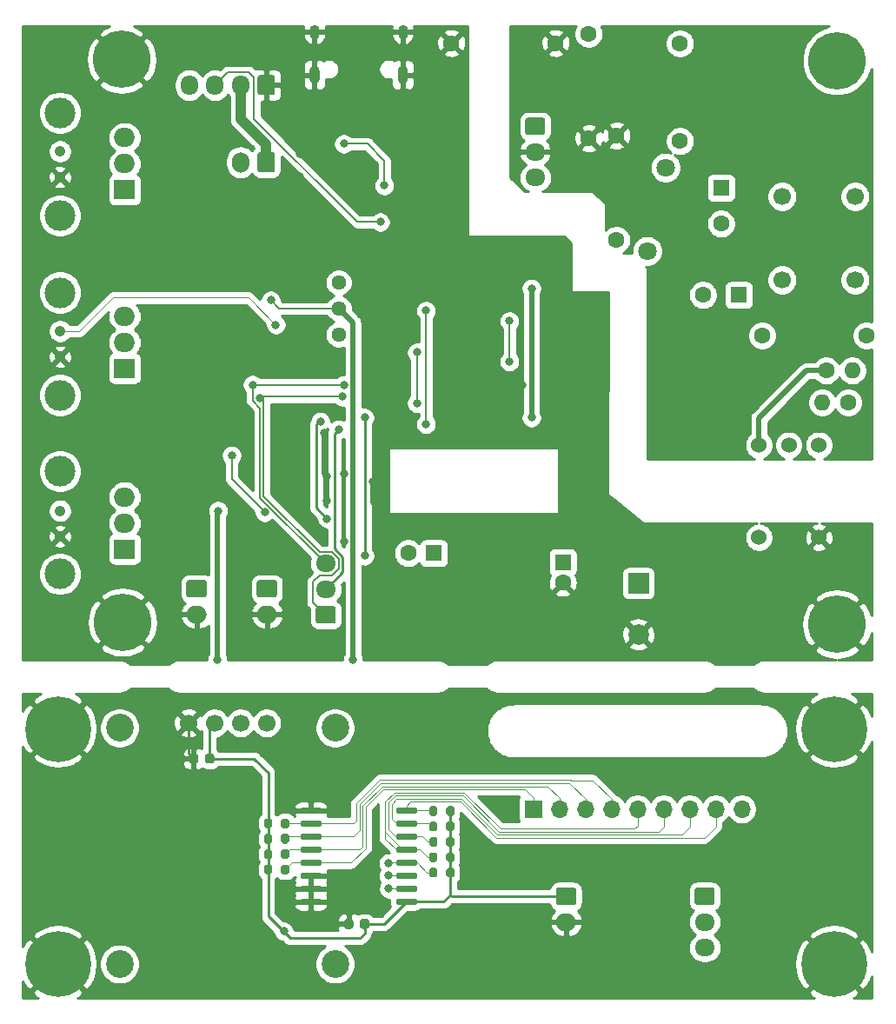
<source format=gbl>
G04 #@! TF.GenerationSoftware,KiCad,Pcbnew,(5.1.9-13-g2d491f9cbd)-1*
G04 #@! TF.CreationDate,2021-06-08T14:19:33+02:00*
G04 #@! TF.ProjectId,Load,4c6f6164-2e6b-4696-9361-645f70636258,rev?*
G04 #@! TF.SameCoordinates,Original*
G04 #@! TF.FileFunction,Copper,L2,Bot*
G04 #@! TF.FilePolarity,Positive*
%FSLAX46Y46*%
G04 Gerber Fmt 4.6, Leading zero omitted, Abs format (unit mm)*
G04 Created by KiCad (PCBNEW (5.1.9-13-g2d491f9cbd)-1) date 2021-06-08 14:19:33*
%MOMM*%
%LPD*%
G01*
G04 APERTURE LIST*
G04 #@! TA.AperFunction,ComponentPad*
%ADD10C,1.524000*%
G04 #@! TD*
G04 #@! TA.AperFunction,ComponentPad*
%ADD11O,1.600000X1.600000*%
G04 #@! TD*
G04 #@! TA.AperFunction,ComponentPad*
%ADD12C,1.600000*%
G04 #@! TD*
G04 #@! TA.AperFunction,ComponentPad*
%ADD13O,2.000000X1.700000*%
G04 #@! TD*
G04 #@! TA.AperFunction,ComponentPad*
%ADD14O,1.950000X1.700000*%
G04 #@! TD*
G04 #@! TA.AperFunction,ComponentPad*
%ADD15O,1.700000X2.000000*%
G04 #@! TD*
G04 #@! TA.AperFunction,ComponentPad*
%ADD16O,1.700000X1.950000*%
G04 #@! TD*
G04 #@! TA.AperFunction,ComponentPad*
%ADD17C,1.800000*%
G04 #@! TD*
G04 #@! TA.AperFunction,ComponentPad*
%ADD18C,1.440000*%
G04 #@! TD*
G04 #@! TA.AperFunction,ComponentPad*
%ADD19O,2.000000X1.905000*%
G04 #@! TD*
G04 #@! TA.AperFunction,ComponentPad*
%ADD20R,2.000000X1.905000*%
G04 #@! TD*
G04 #@! TA.AperFunction,ComponentPad*
%ADD21O,1.700000X1.700000*%
G04 #@! TD*
G04 #@! TA.AperFunction,ComponentPad*
%ADD22R,1.700000X1.700000*%
G04 #@! TD*
G04 #@! TA.AperFunction,ComponentPad*
%ADD23C,6.400000*%
G04 #@! TD*
G04 #@! TA.AperFunction,ComponentPad*
%ADD24R,1.600000X1.600000*%
G04 #@! TD*
G04 #@! TA.AperFunction,ComponentPad*
%ADD25C,2.000000*%
G04 #@! TD*
G04 #@! TA.AperFunction,ComponentPad*
%ADD26R,2.000000X2.000000*%
G04 #@! TD*
G04 #@! TA.AperFunction,ComponentPad*
%ADD27C,1.050000*%
G04 #@! TD*
G04 #@! TA.AperFunction,ComponentPad*
%ADD28C,1.700000*%
G04 #@! TD*
G04 #@! TA.AperFunction,ComponentPad*
%ADD29C,3.000000*%
G04 #@! TD*
G04 #@! TA.AperFunction,ComponentPad*
%ADD30O,1.000000X1.400000*%
G04 #@! TD*
G04 #@! TA.AperFunction,WasherPad*
%ADD31C,2.700000*%
G04 #@! TD*
G04 #@! TA.AperFunction,ComponentPad*
%ADD32C,5.600000*%
G04 #@! TD*
G04 #@! TA.AperFunction,ViaPad*
%ADD33C,0.800000*%
G04 #@! TD*
G04 #@! TA.AperFunction,Conductor*
%ADD34C,0.500000*%
G04 #@! TD*
G04 #@! TA.AperFunction,Conductor*
%ADD35C,0.250000*%
G04 #@! TD*
G04 #@! TA.AperFunction,Conductor*
%ADD36C,0.152400*%
G04 #@! TD*
G04 #@! TA.AperFunction,Conductor*
%ADD37C,0.101600*%
G04 #@! TD*
G04 #@! TA.AperFunction,Conductor*
%ADD38C,1.000000*%
G04 #@! TD*
G04 #@! TA.AperFunction,Conductor*
%ADD39C,0.254000*%
G04 #@! TD*
G04 #@! TA.AperFunction,Conductor*
%ADD40C,0.100000*%
G04 #@! TD*
G04 APERTURE END LIST*
D10*
X81197000Y-44718000D03*
X84118000Y-44718000D03*
X87039000Y-44718000D03*
X87039000Y-53713000D03*
X81197000Y-53713000D03*
D11*
X90297000Y-37463000D03*
D12*
X87757000Y-37463000D03*
D11*
X87376000Y-40563000D03*
D12*
X89916000Y-40563000D03*
X51238000Y-5563000D03*
X61398000Y-5563000D03*
G04 #@! TA.AperFunction,SMDPad,CuDef*
G36*
G01*
X49893000Y-84588000D02*
X49893000Y-85138000D01*
G75*
G02*
X49693000Y-85338000I-200000J0D01*
G01*
X49293000Y-85338000D01*
G75*
G02*
X49093000Y-85138000I0J200000D01*
G01*
X49093000Y-84588000D01*
G75*
G02*
X49293000Y-84388000I200000J0D01*
G01*
X49693000Y-84388000D01*
G75*
G02*
X49893000Y-84588000I0J-200000D01*
G01*
G37*
G04 #@! TD.AperFunction*
G04 #@! TA.AperFunction,SMDPad,CuDef*
G36*
G01*
X51543000Y-84588000D02*
X51543000Y-85138000D01*
G75*
G02*
X51343000Y-85338000I-200000J0D01*
G01*
X50943000Y-85338000D01*
G75*
G02*
X50743000Y-85138000I0J200000D01*
G01*
X50743000Y-84588000D01*
G75*
G02*
X50943000Y-84388000I200000J0D01*
G01*
X51343000Y-84388000D01*
G75*
G02*
X51543000Y-84588000I0J-200000D01*
G01*
G37*
G04 #@! TD.AperFunction*
G04 #@! TA.AperFunction,SMDPad,CuDef*
G36*
G01*
X49893000Y-81588000D02*
X49893000Y-82138000D01*
G75*
G02*
X49693000Y-82338000I-200000J0D01*
G01*
X49293000Y-82338000D01*
G75*
G02*
X49093000Y-82138000I0J200000D01*
G01*
X49093000Y-81588000D01*
G75*
G02*
X49293000Y-81388000I200000J0D01*
G01*
X49693000Y-81388000D01*
G75*
G02*
X49893000Y-81588000I0J-200000D01*
G01*
G37*
G04 #@! TD.AperFunction*
G04 #@! TA.AperFunction,SMDPad,CuDef*
G36*
G01*
X51543000Y-81588000D02*
X51543000Y-82138000D01*
G75*
G02*
X51343000Y-82338000I-200000J0D01*
G01*
X50943000Y-82338000D01*
G75*
G02*
X50743000Y-82138000I0J200000D01*
G01*
X50743000Y-81588000D01*
G75*
G02*
X50943000Y-81388000I200000J0D01*
G01*
X51343000Y-81388000D01*
G75*
G02*
X51543000Y-81588000I0J-200000D01*
G01*
G37*
G04 #@! TD.AperFunction*
G04 #@! TA.AperFunction,SMDPad,CuDef*
G36*
G01*
X49893000Y-80088000D02*
X49893000Y-80638000D01*
G75*
G02*
X49693000Y-80838000I-200000J0D01*
G01*
X49293000Y-80838000D01*
G75*
G02*
X49093000Y-80638000I0J200000D01*
G01*
X49093000Y-80088000D01*
G75*
G02*
X49293000Y-79888000I200000J0D01*
G01*
X49693000Y-79888000D01*
G75*
G02*
X49893000Y-80088000I0J-200000D01*
G01*
G37*
G04 #@! TD.AperFunction*
G04 #@! TA.AperFunction,SMDPad,CuDef*
G36*
G01*
X51543000Y-80088000D02*
X51543000Y-80638000D01*
G75*
G02*
X51343000Y-80838000I-200000J0D01*
G01*
X50943000Y-80838000D01*
G75*
G02*
X50743000Y-80638000I0J200000D01*
G01*
X50743000Y-80088000D01*
G75*
G02*
X50943000Y-79888000I200000J0D01*
G01*
X51343000Y-79888000D01*
G75*
G02*
X51543000Y-80088000I0J-200000D01*
G01*
G37*
G04 #@! TD.AperFunction*
G04 #@! TA.AperFunction,SMDPad,CuDef*
G36*
G01*
X49893000Y-83088000D02*
X49893000Y-83638000D01*
G75*
G02*
X49693000Y-83838000I-200000J0D01*
G01*
X49293000Y-83838000D01*
G75*
G02*
X49093000Y-83638000I0J200000D01*
G01*
X49093000Y-83088000D01*
G75*
G02*
X49293000Y-82888000I200000J0D01*
G01*
X49693000Y-82888000D01*
G75*
G02*
X49893000Y-83088000I0J-200000D01*
G01*
G37*
G04 #@! TD.AperFunction*
G04 #@! TA.AperFunction,SMDPad,CuDef*
G36*
G01*
X51543000Y-83088000D02*
X51543000Y-83638000D01*
G75*
G02*
X51343000Y-83838000I-200000J0D01*
G01*
X50943000Y-83838000D01*
G75*
G02*
X50743000Y-83638000I0J200000D01*
G01*
X50743000Y-83088000D01*
G75*
G02*
X50943000Y-82888000I200000J0D01*
G01*
X51343000Y-82888000D01*
G75*
G02*
X51543000Y-83088000I0J-200000D01*
G01*
G37*
G04 #@! TD.AperFunction*
G04 #@! TA.AperFunction,SMDPad,CuDef*
G36*
G01*
X49893000Y-86088000D02*
X49893000Y-86638000D01*
G75*
G02*
X49693000Y-86838000I-200000J0D01*
G01*
X49293000Y-86838000D01*
G75*
G02*
X49093000Y-86638000I0J200000D01*
G01*
X49093000Y-86088000D01*
G75*
G02*
X49293000Y-85888000I200000J0D01*
G01*
X49693000Y-85888000D01*
G75*
G02*
X49893000Y-86088000I0J-200000D01*
G01*
G37*
G04 #@! TD.AperFunction*
G04 #@! TA.AperFunction,SMDPad,CuDef*
G36*
G01*
X51543000Y-86088000D02*
X51543000Y-86638000D01*
G75*
G02*
X51343000Y-86838000I-200000J0D01*
G01*
X50943000Y-86838000D01*
G75*
G02*
X50743000Y-86638000I0J200000D01*
G01*
X50743000Y-86088000D01*
G75*
G02*
X50943000Y-85888000I200000J0D01*
G01*
X51343000Y-85888000D01*
G75*
G02*
X51543000Y-86088000I0J-200000D01*
G01*
G37*
G04 #@! TD.AperFunction*
D13*
X33274000Y-61213000D03*
G04 #@! TA.AperFunction,ComponentPad*
G36*
G01*
X32524000Y-57863000D02*
X34024000Y-57863000D01*
G75*
G02*
X34274000Y-58113000I0J-250000D01*
G01*
X34274000Y-59313000D01*
G75*
G02*
X34024000Y-59563000I-250000J0D01*
G01*
X32524000Y-59563000D01*
G75*
G02*
X32274000Y-59313000I0J250000D01*
G01*
X32274000Y-58113000D01*
G75*
G02*
X32524000Y-57863000I250000J0D01*
G01*
G37*
G04 #@! TD.AperFunction*
G04 #@! TA.AperFunction,ComponentPad*
G36*
G01*
X39743000Y-62113000D02*
X38293000Y-62113000D01*
G75*
G02*
X38043000Y-61863000I0J250000D01*
G01*
X38043000Y-60663000D01*
G75*
G02*
X38293000Y-60413000I250000J0D01*
G01*
X39743000Y-60413000D01*
G75*
G02*
X39993000Y-60663000I0J-250000D01*
G01*
X39993000Y-61863000D01*
G75*
G02*
X39743000Y-62113000I-250000J0D01*
G01*
G37*
G04 #@! TD.AperFunction*
D14*
X39018000Y-58763000D03*
X39018000Y-56263000D03*
D15*
X30718000Y-17163000D03*
G04 #@! TA.AperFunction,ComponentPad*
G36*
G01*
X34068000Y-16413000D02*
X34068000Y-17913000D01*
G75*
G02*
X33818000Y-18163000I-250000J0D01*
G01*
X32618000Y-18163000D01*
G75*
G02*
X32368000Y-17913000I0J250000D01*
G01*
X32368000Y-16413000D01*
G75*
G02*
X32618000Y-16163000I250000J0D01*
G01*
X33818000Y-16163000D01*
G75*
G02*
X34068000Y-16413000I0J-250000D01*
G01*
G37*
G04 #@! TD.AperFunction*
D16*
X25718000Y-9663000D03*
X28218000Y-9663000D03*
X30718000Y-9663000D03*
G04 #@! TA.AperFunction,ComponentPad*
G36*
G01*
X34068000Y-8938000D02*
X34068000Y-10388000D01*
G75*
G02*
X33818000Y-10638000I-250000J0D01*
G01*
X32618000Y-10638000D01*
G75*
G02*
X32368000Y-10388000I0J250000D01*
G01*
X32368000Y-8938000D01*
G75*
G02*
X32618000Y-8688000I250000J0D01*
G01*
X33818000Y-8688000D01*
G75*
G02*
X34068000Y-8938000I0J-250000D01*
G01*
G37*
G04 #@! TD.AperFunction*
G04 #@! TA.AperFunction,SMDPad,CuDef*
G36*
G01*
X45843000Y-89358000D02*
X45843000Y-89058000D01*
G75*
G02*
X45993000Y-88908000I150000J0D01*
G01*
X47743000Y-88908000D01*
G75*
G02*
X47893000Y-89058000I0J-150000D01*
G01*
X47893000Y-89358000D01*
G75*
G02*
X47743000Y-89508000I-150000J0D01*
G01*
X45993000Y-89508000D01*
G75*
G02*
X45843000Y-89358000I0J150000D01*
G01*
G37*
G04 #@! TD.AperFunction*
G04 #@! TA.AperFunction,SMDPad,CuDef*
G36*
G01*
X45843000Y-88088000D02*
X45843000Y-87788000D01*
G75*
G02*
X45993000Y-87638000I150000J0D01*
G01*
X47743000Y-87638000D01*
G75*
G02*
X47893000Y-87788000I0J-150000D01*
G01*
X47893000Y-88088000D01*
G75*
G02*
X47743000Y-88238000I-150000J0D01*
G01*
X45993000Y-88238000D01*
G75*
G02*
X45843000Y-88088000I0J150000D01*
G01*
G37*
G04 #@! TD.AperFunction*
G04 #@! TA.AperFunction,SMDPad,CuDef*
G36*
G01*
X45843000Y-86818000D02*
X45843000Y-86518000D01*
G75*
G02*
X45993000Y-86368000I150000J0D01*
G01*
X47743000Y-86368000D01*
G75*
G02*
X47893000Y-86518000I0J-150000D01*
G01*
X47893000Y-86818000D01*
G75*
G02*
X47743000Y-86968000I-150000J0D01*
G01*
X45993000Y-86968000D01*
G75*
G02*
X45843000Y-86818000I0J150000D01*
G01*
G37*
G04 #@! TD.AperFunction*
G04 #@! TA.AperFunction,SMDPad,CuDef*
G36*
G01*
X45843000Y-85548000D02*
X45843000Y-85248000D01*
G75*
G02*
X45993000Y-85098000I150000J0D01*
G01*
X47743000Y-85098000D01*
G75*
G02*
X47893000Y-85248000I0J-150000D01*
G01*
X47893000Y-85548000D01*
G75*
G02*
X47743000Y-85698000I-150000J0D01*
G01*
X45993000Y-85698000D01*
G75*
G02*
X45843000Y-85548000I0J150000D01*
G01*
G37*
G04 #@! TD.AperFunction*
G04 #@! TA.AperFunction,SMDPad,CuDef*
G36*
G01*
X45843000Y-84278000D02*
X45843000Y-83978000D01*
G75*
G02*
X45993000Y-83828000I150000J0D01*
G01*
X47743000Y-83828000D01*
G75*
G02*
X47893000Y-83978000I0J-150000D01*
G01*
X47893000Y-84278000D01*
G75*
G02*
X47743000Y-84428000I-150000J0D01*
G01*
X45993000Y-84428000D01*
G75*
G02*
X45843000Y-84278000I0J150000D01*
G01*
G37*
G04 #@! TD.AperFunction*
G04 #@! TA.AperFunction,SMDPad,CuDef*
G36*
G01*
X45843000Y-83008000D02*
X45843000Y-82708000D01*
G75*
G02*
X45993000Y-82558000I150000J0D01*
G01*
X47743000Y-82558000D01*
G75*
G02*
X47893000Y-82708000I0J-150000D01*
G01*
X47893000Y-83008000D01*
G75*
G02*
X47743000Y-83158000I-150000J0D01*
G01*
X45993000Y-83158000D01*
G75*
G02*
X45843000Y-83008000I0J150000D01*
G01*
G37*
G04 #@! TD.AperFunction*
G04 #@! TA.AperFunction,SMDPad,CuDef*
G36*
G01*
X45843000Y-81738000D02*
X45843000Y-81438000D01*
G75*
G02*
X45993000Y-81288000I150000J0D01*
G01*
X47743000Y-81288000D01*
G75*
G02*
X47893000Y-81438000I0J-150000D01*
G01*
X47893000Y-81738000D01*
G75*
G02*
X47743000Y-81888000I-150000J0D01*
G01*
X45993000Y-81888000D01*
G75*
G02*
X45843000Y-81738000I0J150000D01*
G01*
G37*
G04 #@! TD.AperFunction*
G04 #@! TA.AperFunction,SMDPad,CuDef*
G36*
G01*
X45843000Y-80468000D02*
X45843000Y-80168000D01*
G75*
G02*
X45993000Y-80018000I150000J0D01*
G01*
X47743000Y-80018000D01*
G75*
G02*
X47893000Y-80168000I0J-150000D01*
G01*
X47893000Y-80468000D01*
G75*
G02*
X47743000Y-80618000I-150000J0D01*
G01*
X45993000Y-80618000D01*
G75*
G02*
X45843000Y-80468000I0J150000D01*
G01*
G37*
G04 #@! TD.AperFunction*
G04 #@! TA.AperFunction,SMDPad,CuDef*
G36*
G01*
X36543000Y-80468000D02*
X36543000Y-80168000D01*
G75*
G02*
X36693000Y-80018000I150000J0D01*
G01*
X38443000Y-80018000D01*
G75*
G02*
X38593000Y-80168000I0J-150000D01*
G01*
X38593000Y-80468000D01*
G75*
G02*
X38443000Y-80618000I-150000J0D01*
G01*
X36693000Y-80618000D01*
G75*
G02*
X36543000Y-80468000I0J150000D01*
G01*
G37*
G04 #@! TD.AperFunction*
G04 #@! TA.AperFunction,SMDPad,CuDef*
G36*
G01*
X36543000Y-81738000D02*
X36543000Y-81438000D01*
G75*
G02*
X36693000Y-81288000I150000J0D01*
G01*
X38443000Y-81288000D01*
G75*
G02*
X38593000Y-81438000I0J-150000D01*
G01*
X38593000Y-81738000D01*
G75*
G02*
X38443000Y-81888000I-150000J0D01*
G01*
X36693000Y-81888000D01*
G75*
G02*
X36543000Y-81738000I0J150000D01*
G01*
G37*
G04 #@! TD.AperFunction*
G04 #@! TA.AperFunction,SMDPad,CuDef*
G36*
G01*
X36543000Y-83008000D02*
X36543000Y-82708000D01*
G75*
G02*
X36693000Y-82558000I150000J0D01*
G01*
X38443000Y-82558000D01*
G75*
G02*
X38593000Y-82708000I0J-150000D01*
G01*
X38593000Y-83008000D01*
G75*
G02*
X38443000Y-83158000I-150000J0D01*
G01*
X36693000Y-83158000D01*
G75*
G02*
X36543000Y-83008000I0J150000D01*
G01*
G37*
G04 #@! TD.AperFunction*
G04 #@! TA.AperFunction,SMDPad,CuDef*
G36*
G01*
X36543000Y-84278000D02*
X36543000Y-83978000D01*
G75*
G02*
X36693000Y-83828000I150000J0D01*
G01*
X38443000Y-83828000D01*
G75*
G02*
X38593000Y-83978000I0J-150000D01*
G01*
X38593000Y-84278000D01*
G75*
G02*
X38443000Y-84428000I-150000J0D01*
G01*
X36693000Y-84428000D01*
G75*
G02*
X36543000Y-84278000I0J150000D01*
G01*
G37*
G04 #@! TD.AperFunction*
G04 #@! TA.AperFunction,SMDPad,CuDef*
G36*
G01*
X36543000Y-85548000D02*
X36543000Y-85248000D01*
G75*
G02*
X36693000Y-85098000I150000J0D01*
G01*
X38443000Y-85098000D01*
G75*
G02*
X38593000Y-85248000I0J-150000D01*
G01*
X38593000Y-85548000D01*
G75*
G02*
X38443000Y-85698000I-150000J0D01*
G01*
X36693000Y-85698000D01*
G75*
G02*
X36543000Y-85548000I0J150000D01*
G01*
G37*
G04 #@! TD.AperFunction*
G04 #@! TA.AperFunction,SMDPad,CuDef*
G36*
G01*
X36543000Y-86818000D02*
X36543000Y-86518000D01*
G75*
G02*
X36693000Y-86368000I150000J0D01*
G01*
X38443000Y-86368000D01*
G75*
G02*
X38593000Y-86518000I0J-150000D01*
G01*
X38593000Y-86818000D01*
G75*
G02*
X38443000Y-86968000I-150000J0D01*
G01*
X36693000Y-86968000D01*
G75*
G02*
X36543000Y-86818000I0J150000D01*
G01*
G37*
G04 #@! TD.AperFunction*
G04 #@! TA.AperFunction,SMDPad,CuDef*
G36*
G01*
X36543000Y-88088000D02*
X36543000Y-87788000D01*
G75*
G02*
X36693000Y-87638000I150000J0D01*
G01*
X38443000Y-87638000D01*
G75*
G02*
X38593000Y-87788000I0J-150000D01*
G01*
X38593000Y-88088000D01*
G75*
G02*
X38443000Y-88238000I-150000J0D01*
G01*
X36693000Y-88238000D01*
G75*
G02*
X36543000Y-88088000I0J150000D01*
G01*
G37*
G04 #@! TD.AperFunction*
G04 #@! TA.AperFunction,SMDPad,CuDef*
G36*
G01*
X36543000Y-89358000D02*
X36543000Y-89058000D01*
G75*
G02*
X36693000Y-88908000I150000J0D01*
G01*
X38443000Y-88908000D01*
G75*
G02*
X38593000Y-89058000I0J-150000D01*
G01*
X38593000Y-89358000D01*
G75*
G02*
X38443000Y-89508000I-150000J0D01*
G01*
X36693000Y-89508000D01*
G75*
G02*
X36543000Y-89358000I0J150000D01*
G01*
G37*
G04 #@! TD.AperFunction*
D17*
X70329000Y-25827000D03*
X72107000Y-17699000D03*
D18*
X40268000Y-28883000D03*
X40268000Y-31423000D03*
X40268000Y-33963000D03*
D19*
X19418000Y-14783000D03*
X19418000Y-17323000D03*
D20*
X19418000Y-19863000D03*
D19*
X19418000Y-49783000D03*
X19418000Y-52323000D03*
D20*
X19418000Y-54863000D03*
D13*
X26416000Y-61213000D03*
G04 #@! TA.AperFunction,ComponentPad*
G36*
G01*
X25666000Y-57863000D02*
X27166000Y-57863000D01*
G75*
G02*
X27416000Y-58113000I0J-250000D01*
G01*
X27416000Y-59313000D01*
G75*
G02*
X27166000Y-59563000I-250000J0D01*
G01*
X25666000Y-59563000D01*
G75*
G02*
X25416000Y-59313000I0J250000D01*
G01*
X25416000Y-58113000D01*
G75*
G02*
X25666000Y-57863000I250000J0D01*
G01*
G37*
G04 #@! TD.AperFunction*
D21*
X79538000Y-80163000D03*
X76998000Y-80163000D03*
X74458000Y-80163000D03*
X71918000Y-80163000D03*
X69378000Y-80163000D03*
X66838000Y-80163000D03*
X64298000Y-80163000D03*
X61758000Y-80163000D03*
D22*
X59218000Y-80163000D03*
G04 #@! TA.AperFunction,ComponentPad*
G36*
G01*
X75193000Y-87813000D02*
X76643000Y-87813000D01*
G75*
G02*
X76893000Y-88063000I0J-250000D01*
G01*
X76893000Y-89263000D01*
G75*
G02*
X76643000Y-89513000I-250000J0D01*
G01*
X75193000Y-89513000D01*
G75*
G02*
X74943000Y-89263000I0J250000D01*
G01*
X74943000Y-88063000D01*
G75*
G02*
X75193000Y-87813000I250000J0D01*
G01*
G37*
G04 #@! TD.AperFunction*
D14*
X75918000Y-91163000D03*
X75918000Y-93663000D03*
D23*
X88518000Y-95263000D03*
X88518000Y-72363000D03*
X12918000Y-95263000D03*
X12918000Y-72363000D03*
D12*
X62103000Y-58134000D03*
D24*
X62103000Y-56134000D03*
D25*
X69469000Y-63163000D03*
D26*
X69469000Y-58163000D03*
D12*
X91698000Y-34063000D03*
X81538000Y-34063000D03*
X75748000Y-30099000D03*
D24*
X79248000Y-30099000D03*
D12*
X77518000Y-23163000D03*
D24*
X77518000Y-19663000D03*
D12*
X73518000Y-15112800D03*
X73518000Y-5613200D03*
X67318000Y-14583000D03*
X67318000Y-24743000D03*
X64618000Y-4683000D03*
X64618000Y-14843000D03*
G04 #@! TA.AperFunction,SMDPad,CuDef*
G36*
G01*
X27243000Y-75513000D02*
X27243000Y-75013000D01*
G75*
G02*
X27468000Y-74788000I225000J0D01*
G01*
X27918000Y-74788000D01*
G75*
G02*
X28143000Y-75013000I0J-225000D01*
G01*
X28143000Y-75513000D01*
G75*
G02*
X27918000Y-75738000I-225000J0D01*
G01*
X27468000Y-75738000D01*
G75*
G02*
X27243000Y-75513000I0J225000D01*
G01*
G37*
G04 #@! TD.AperFunction*
G04 #@! TA.AperFunction,SMDPad,CuDef*
G36*
G01*
X25693000Y-75513000D02*
X25693000Y-75013000D01*
G75*
G02*
X25918000Y-74788000I225000J0D01*
G01*
X26368000Y-74788000D01*
G75*
G02*
X26593000Y-75013000I0J-225000D01*
G01*
X26593000Y-75513000D01*
G75*
G02*
X26368000Y-75738000I-225000J0D01*
G01*
X25918000Y-75738000D01*
G75*
G02*
X25693000Y-75513000I0J225000D01*
G01*
G37*
G04 #@! TD.AperFunction*
G04 #@! TA.AperFunction,SMDPad,CuDef*
G36*
G01*
X42343000Y-91613000D02*
X42343000Y-91113000D01*
G75*
G02*
X42568000Y-90888000I225000J0D01*
G01*
X43018000Y-90888000D01*
G75*
G02*
X43243000Y-91113000I0J-225000D01*
G01*
X43243000Y-91613000D01*
G75*
G02*
X43018000Y-91838000I-225000J0D01*
G01*
X42568000Y-91838000D01*
G75*
G02*
X42343000Y-91613000I0J225000D01*
G01*
G37*
G04 #@! TD.AperFunction*
G04 #@! TA.AperFunction,SMDPad,CuDef*
G36*
G01*
X40793000Y-91613000D02*
X40793000Y-91113000D01*
G75*
G02*
X41018000Y-90888000I225000J0D01*
G01*
X41468000Y-90888000D01*
G75*
G02*
X41693000Y-91113000I0J-225000D01*
G01*
X41693000Y-91613000D01*
G75*
G02*
X41468000Y-91838000I-225000J0D01*
G01*
X41018000Y-91838000D01*
G75*
G02*
X40793000Y-91613000I0J225000D01*
G01*
G37*
G04 #@! TD.AperFunction*
X47030000Y-55245000D03*
D24*
X49530000Y-55245000D03*
D27*
X13118000Y-18613000D03*
X13118000Y-16113000D03*
X13118000Y-36113000D03*
X13118000Y-33613000D03*
X13118000Y-53613000D03*
X13118000Y-51113000D03*
G04 #@! TA.AperFunction,SMDPad,CuDef*
G36*
G01*
X34643000Y-81838000D02*
X34643000Y-81288000D01*
G75*
G02*
X34843000Y-81088000I200000J0D01*
G01*
X35243000Y-81088000D01*
G75*
G02*
X35443000Y-81288000I0J-200000D01*
G01*
X35443000Y-81838000D01*
G75*
G02*
X35243000Y-82038000I-200000J0D01*
G01*
X34843000Y-82038000D01*
G75*
G02*
X34643000Y-81838000I0J200000D01*
G01*
G37*
G04 #@! TD.AperFunction*
G04 #@! TA.AperFunction,SMDPad,CuDef*
G36*
G01*
X32993000Y-81838000D02*
X32993000Y-81288000D01*
G75*
G02*
X33193000Y-81088000I200000J0D01*
G01*
X33593000Y-81088000D01*
G75*
G02*
X33793000Y-81288000I0J-200000D01*
G01*
X33793000Y-81838000D01*
G75*
G02*
X33593000Y-82038000I-200000J0D01*
G01*
X33193000Y-82038000D01*
G75*
G02*
X32993000Y-81838000I0J200000D01*
G01*
G37*
G04 #@! TD.AperFunction*
D19*
X19418000Y-32183000D03*
X19418000Y-34723000D03*
D20*
X19418000Y-37263000D03*
D28*
X90574000Y-28627000D03*
X90574000Y-20499000D03*
X83462000Y-20499000D03*
X83462000Y-28627000D03*
G04 #@! TA.AperFunction,ComponentPad*
G36*
G01*
X58693000Y-12813000D02*
X60143000Y-12813000D01*
G75*
G02*
X60393000Y-13063000I0J-250000D01*
G01*
X60393000Y-14263000D01*
G75*
G02*
X60143000Y-14513000I-250000J0D01*
G01*
X58693000Y-14513000D01*
G75*
G02*
X58443000Y-14263000I0J250000D01*
G01*
X58443000Y-13063000D01*
G75*
G02*
X58693000Y-12813000I250000J0D01*
G01*
G37*
G04 #@! TD.AperFunction*
D14*
X59418000Y-16163000D03*
X59418000Y-18663000D03*
D13*
X62418000Y-91163000D03*
G04 #@! TA.AperFunction,ComponentPad*
G36*
G01*
X61668000Y-87813000D02*
X63168000Y-87813000D01*
G75*
G02*
X63418000Y-88063000I0J-250000D01*
G01*
X63418000Y-89263000D01*
G75*
G02*
X63168000Y-89513000I-250000J0D01*
G01*
X61668000Y-89513000D01*
G75*
G02*
X61418000Y-89263000I0J250000D01*
G01*
X61418000Y-88063000D01*
G75*
G02*
X61668000Y-87813000I250000J0D01*
G01*
G37*
G04 #@! TD.AperFunction*
D29*
X13118000Y-12359200D03*
X13118000Y-22366800D03*
G04 #@! TA.AperFunction,SMDPad,CuDef*
G36*
G01*
X34643000Y-83338000D02*
X34643000Y-82788000D01*
G75*
G02*
X34843000Y-82588000I200000J0D01*
G01*
X35243000Y-82588000D01*
G75*
G02*
X35443000Y-82788000I0J-200000D01*
G01*
X35443000Y-83338000D01*
G75*
G02*
X35243000Y-83538000I-200000J0D01*
G01*
X34843000Y-83538000D01*
G75*
G02*
X34643000Y-83338000I0J200000D01*
G01*
G37*
G04 #@! TD.AperFunction*
G04 #@! TA.AperFunction,SMDPad,CuDef*
G36*
G01*
X32993000Y-83338000D02*
X32993000Y-82788000D01*
G75*
G02*
X33193000Y-82588000I200000J0D01*
G01*
X33593000Y-82588000D01*
G75*
G02*
X33793000Y-82788000I0J-200000D01*
G01*
X33793000Y-83338000D01*
G75*
G02*
X33593000Y-83538000I-200000J0D01*
G01*
X33193000Y-83538000D01*
G75*
G02*
X32993000Y-83338000I0J200000D01*
G01*
G37*
G04 #@! TD.AperFunction*
G04 #@! TA.AperFunction,SMDPad,CuDef*
G36*
G01*
X34643000Y-84838000D02*
X34643000Y-84288000D01*
G75*
G02*
X34843000Y-84088000I200000J0D01*
G01*
X35243000Y-84088000D01*
G75*
G02*
X35443000Y-84288000I0J-200000D01*
G01*
X35443000Y-84838000D01*
G75*
G02*
X35243000Y-85038000I-200000J0D01*
G01*
X34843000Y-85038000D01*
G75*
G02*
X34643000Y-84838000I0J200000D01*
G01*
G37*
G04 #@! TD.AperFunction*
G04 #@! TA.AperFunction,SMDPad,CuDef*
G36*
G01*
X32993000Y-84838000D02*
X32993000Y-84288000D01*
G75*
G02*
X33193000Y-84088000I200000J0D01*
G01*
X33593000Y-84088000D01*
G75*
G02*
X33793000Y-84288000I0J-200000D01*
G01*
X33793000Y-84838000D01*
G75*
G02*
X33593000Y-85038000I-200000J0D01*
G01*
X33193000Y-85038000D01*
G75*
G02*
X32993000Y-84838000I0J200000D01*
G01*
G37*
G04 #@! TD.AperFunction*
G04 #@! TA.AperFunction,SMDPad,CuDef*
G36*
G01*
X34643000Y-86338000D02*
X34643000Y-85788000D01*
G75*
G02*
X34843000Y-85588000I200000J0D01*
G01*
X35243000Y-85588000D01*
G75*
G02*
X35443000Y-85788000I0J-200000D01*
G01*
X35443000Y-86338000D01*
G75*
G02*
X35243000Y-86538000I-200000J0D01*
G01*
X34843000Y-86538000D01*
G75*
G02*
X34643000Y-86338000I0J200000D01*
G01*
G37*
G04 #@! TD.AperFunction*
G04 #@! TA.AperFunction,SMDPad,CuDef*
G36*
G01*
X32993000Y-86338000D02*
X32993000Y-85788000D01*
G75*
G02*
X33193000Y-85588000I200000J0D01*
G01*
X33593000Y-85588000D01*
G75*
G02*
X33793000Y-85788000I0J-200000D01*
G01*
X33793000Y-86338000D01*
G75*
G02*
X33593000Y-86538000I-200000J0D01*
G01*
X33193000Y-86538000D01*
G75*
G02*
X32993000Y-86338000I0J200000D01*
G01*
G37*
G04 #@! TD.AperFunction*
D30*
X46518000Y-4463000D03*
G04 #@! TA.AperFunction,ComponentPad*
G36*
G01*
X47018000Y-8263000D02*
X47018000Y-9063000D01*
G75*
G02*
X46518000Y-9563000I-500000J0D01*
G01*
X46518000Y-9563000D01*
G75*
G02*
X46018000Y-9063000I0J500000D01*
G01*
X46018000Y-8263000D01*
G75*
G02*
X46518000Y-7763000I500000J0D01*
G01*
X46518000Y-7763000D01*
G75*
G02*
X47018000Y-8263000I0J-500000D01*
G01*
G37*
G04 #@! TD.AperFunction*
X37918000Y-4463000D03*
G04 #@! TA.AperFunction,ComponentPad*
G36*
G01*
X38418000Y-8263000D02*
X38418000Y-9063000D01*
G75*
G02*
X37918000Y-9563000I-500000J0D01*
G01*
X37918000Y-9563000D01*
G75*
G02*
X37418000Y-9063000I0J500000D01*
G01*
X37418000Y-8263000D01*
G75*
G02*
X37918000Y-7763000I500000J0D01*
G01*
X37918000Y-7763000D01*
G75*
G02*
X38418000Y-8263000I0J-500000D01*
G01*
G37*
G04 #@! TD.AperFunction*
D31*
X18918000Y-95263000D03*
X39918000Y-95263000D03*
X39918000Y-72263000D03*
D28*
X33240700Y-71786900D03*
X30700700Y-71786900D03*
X28160700Y-71786900D03*
X25620700Y-71786900D03*
D31*
X18918000Y-72263000D03*
D32*
X19118000Y-7163000D03*
X19218000Y-61963000D03*
X88818000Y-7263000D03*
X88818000Y-62163000D03*
D29*
X13118000Y-29859200D03*
X13118000Y-39866800D03*
X13118000Y-47259200D03*
X13118000Y-57266800D03*
D33*
X85718000Y-4463000D03*
X85718000Y-11303000D03*
X90678000Y-11303000D03*
X90678000Y-16383000D03*
X88138000Y-13843000D03*
X80518000Y-11303000D03*
X80518000Y-6223000D03*
X75438000Y-11303000D03*
X72898000Y-11303000D03*
X72898000Y-8763000D03*
X67818000Y-8763000D03*
X65278000Y-11303000D03*
X60198000Y-11303000D03*
X57658000Y-6223000D03*
X62738000Y-13843000D03*
X57658000Y-16383000D03*
X62738000Y-16383000D03*
X67818000Y-16383000D03*
X70358000Y-18923000D03*
X70358000Y-24003000D03*
X72898000Y-21463000D03*
X72898000Y-26543000D03*
X72898000Y-31623000D03*
X72263000Y-36322000D03*
X77978000Y-44323000D03*
X90678000Y-44323000D03*
X80518000Y-36703000D03*
X85598000Y-34163000D03*
X90678000Y-31623000D03*
X85598000Y-29083000D03*
X90678000Y-24003000D03*
X83058000Y-24384000D03*
X85598000Y-18923000D03*
X80518000Y-16383000D03*
X42164000Y-16764000D03*
X43718000Y-12813000D03*
X41768000Y-12813000D03*
X36449000Y-16383000D03*
X43434000Y-18034000D03*
X43434000Y-18034000D03*
X44704000Y-15494000D03*
X40767000Y-19939000D03*
X45339000Y-22352000D03*
X36449000Y-18542000D03*
X18796000Y-24257000D03*
X22987000Y-21717000D03*
X21844000Y-28829000D03*
X47498000Y-15367000D03*
X46990000Y-10414000D03*
X37846000Y-10414000D03*
X38862000Y-6985000D03*
X45847000Y-6985000D03*
X39116000Y-47752000D03*
X46609000Y-26670000D03*
X44958000Y-26670000D03*
X56134000Y-30353000D03*
X50800000Y-31750000D03*
X51181000Y-35814000D03*
X51054000Y-40386000D03*
X32766000Y-36322000D03*
X58166000Y-38862000D03*
X54229000Y-43180000D03*
X58293000Y-43180000D03*
X65405000Y-30988000D03*
X65405000Y-34290000D03*
X65405000Y-38100000D03*
X65405000Y-47117000D03*
X63881000Y-51181000D03*
X61722000Y-54102000D03*
X64643000Y-59944000D03*
X64643000Y-65024000D03*
X73533000Y-65024000D03*
X73279000Y-58928000D03*
X44069000Y-57404000D03*
X44069000Y-61849000D03*
X46101000Y-52578000D03*
X52070000Y-52578000D03*
X10541000Y-64262000D03*
X12954000Y-43434000D03*
X13081000Y-26035000D03*
X27940000Y-18542000D03*
X38100000Y-25781000D03*
X33655000Y-28702000D03*
X60325000Y-27178000D03*
X50800000Y-23749000D03*
X50800000Y-20066000D03*
X50800000Y-15367000D03*
X37084000Y-36830000D03*
X37084000Y-42672000D03*
X19939000Y-46228000D03*
X19939000Y-39624000D03*
X27432000Y-42037000D03*
X38354000Y-33020000D03*
X40513000Y-35687000D03*
X43307000Y-40386000D03*
X36576000Y-51943000D03*
X34544000Y-53975000D03*
X39116000Y-50165000D03*
X53213000Y-58039000D03*
X53213000Y-56896000D03*
X53213000Y-55753000D03*
X54229000Y-55753000D03*
X54229000Y-56896000D03*
X54229000Y-58039000D03*
X52197000Y-58039000D03*
X52197000Y-55753000D03*
X52197000Y-56896000D03*
X44069000Y-58547000D03*
X44069000Y-59690000D03*
X44069000Y-60706000D03*
X29845000Y-59690000D03*
X29845000Y-60706000D03*
X29845000Y-58547000D03*
X29845000Y-57404000D03*
X29845000Y-61849000D03*
X25146000Y-55880000D03*
X35433000Y-45720000D03*
X38862000Y-43561000D03*
X40767000Y-47498000D03*
X40767000Y-54102000D03*
X43561000Y-48260000D03*
X38481000Y-42418000D03*
X39134001Y-51871750D03*
X59055000Y-29464000D03*
X59055000Y-42037000D03*
X34925000Y-92075000D03*
X72218000Y-87563000D03*
X55918000Y-79763000D03*
X34925000Y-89916000D03*
X35687000Y-90932000D03*
X34925000Y-88773000D03*
X34925000Y-87630000D03*
X32615590Y-40132000D03*
X40640000Y-40005000D03*
X40259000Y-43180000D03*
X31877000Y-38848000D03*
X40767000Y-38862000D03*
X34153000Y-32998000D03*
X48768000Y-31623000D03*
X48768000Y-42672000D03*
X47879000Y-35687000D03*
X47879000Y-40640000D03*
X45118000Y-85463000D03*
X28448000Y-65638000D03*
X28511000Y-51117000D03*
X41656000Y-65638000D03*
X33655000Y-30607000D03*
X40767000Y-15367000D03*
X44704000Y-19431000D03*
X42799000Y-55499000D03*
X42799000Y-42037000D03*
X33068800Y-51270092D03*
X29845000Y-45720000D03*
X44323000Y-22987000D03*
X56896000Y-36576000D03*
X56896000Y-32639000D03*
X45118000Y-86663000D03*
X45143000Y-87938000D03*
D34*
X39116000Y-50165000D02*
X39116000Y-47752000D01*
X38862000Y-47498000D02*
X39116000Y-47752000D01*
X38862000Y-43561000D02*
X38862000Y-47498000D01*
X45845588Y-52578000D02*
X46101000Y-52578000D01*
X43561000Y-50293412D02*
X45845588Y-52578000D01*
X43561000Y-48260000D02*
X43561000Y-50293412D01*
X46101000Y-52578000D02*
X52070000Y-52578000D01*
X59055000Y-29464000D02*
X59055000Y-42037000D01*
D35*
X38100000Y-50837749D02*
X39134001Y-51871750D01*
X38100000Y-42672000D02*
X38100000Y-50837749D01*
X38354000Y-42418000D02*
X38100000Y-42672000D01*
X38481000Y-42418000D02*
X38354000Y-42418000D01*
X33393000Y-86063000D02*
X33393000Y-81563000D01*
X51143000Y-86363000D02*
X51143000Y-80363000D01*
X46868000Y-89208000D02*
X50473000Y-89208000D01*
X51143000Y-88538000D02*
X51143000Y-86363000D01*
X50473000Y-89208000D02*
X51143000Y-88538000D01*
X33393000Y-86063000D02*
X33393000Y-90638000D01*
X44713000Y-91363000D02*
X46868000Y-89208000D01*
X42793000Y-91363000D02*
X44713000Y-91363000D01*
X42793000Y-91363000D02*
X42793000Y-92288000D01*
X42793000Y-92288000D02*
X42318000Y-92763000D01*
X35518000Y-92763000D02*
X33393000Y-90638000D01*
X42318000Y-92763000D02*
X35518000Y-92763000D01*
X33393000Y-81563000D02*
X33393000Y-76638000D01*
X32018000Y-75263000D02*
X27693000Y-75263000D01*
X33393000Y-76638000D02*
X32018000Y-75263000D01*
X27693000Y-72254600D02*
X28160700Y-71786900D01*
X27693000Y-75263000D02*
X27693000Y-72254600D01*
X51268000Y-88663000D02*
X51143000Y-88538000D01*
X62418000Y-88663000D02*
X51268000Y-88663000D01*
X25620700Y-74740700D02*
X26143000Y-75263000D01*
X25620700Y-71786900D02*
X25620700Y-74740700D01*
D36*
X40269210Y-55796509D02*
X39609491Y-55136790D01*
X40269210Y-56729491D02*
X40269210Y-55796509D01*
X39609491Y-57389210D02*
X40269210Y-56729491D01*
X38426509Y-57389210D02*
X39609491Y-57389210D01*
X37766790Y-58048929D02*
X38426509Y-57389210D01*
X37766790Y-60011790D02*
X37766790Y-58048929D01*
X39018000Y-61263000D02*
X37766790Y-60011790D01*
X39609491Y-55136790D02*
X38390172Y-55136790D01*
X38390172Y-55136790D02*
X32968000Y-49714618D01*
X32968000Y-49714618D02*
X32968000Y-40132000D01*
X32968000Y-40132000D02*
X32615590Y-40132000D01*
X32742590Y-40005000D02*
X32615590Y-40132000D01*
X40640000Y-40005000D02*
X32742590Y-40005000D01*
X40259000Y-43413580D02*
X40259000Y-43180000D01*
X40269210Y-43423790D02*
X40259000Y-43413580D01*
D35*
X39859001Y-43579999D02*
X40259000Y-43180000D01*
X39859001Y-54818904D02*
X39859001Y-43579999D01*
X40670420Y-55630322D02*
X39859001Y-54818904D01*
X40670420Y-57110580D02*
X40670420Y-55630322D01*
X39018000Y-58763000D02*
X40670420Y-57110580D01*
D36*
X32615590Y-49860590D02*
X39018000Y-56263000D01*
X31877000Y-40394188D02*
X31877000Y-38848000D01*
X32615590Y-41132778D02*
X31877000Y-40394188D01*
X32615590Y-49860590D02*
X32615590Y-41132778D01*
X31877000Y-38848000D02*
X32332368Y-38848000D01*
X32332368Y-38848000D02*
X32346368Y-38862000D01*
X32346368Y-38862000D02*
X40767000Y-38862000D01*
D37*
X15018000Y-33613000D02*
X13118000Y-33613000D01*
X31518000Y-30363000D02*
X18268000Y-30363000D01*
X34153000Y-32998000D02*
X31518000Y-30363000D01*
X18268000Y-30363000D02*
X15018000Y-33613000D01*
D38*
X62103000Y-56134000D02*
X62295010Y-55941990D01*
X33218000Y-17163000D02*
X33218000Y-15438000D01*
X30718000Y-12938000D02*
X30718000Y-9663000D01*
X33218000Y-15438000D02*
X30718000Y-12938000D01*
D36*
X48768000Y-31623000D02*
X48768000Y-42672000D01*
X47879000Y-35687000D02*
X47879000Y-40640000D01*
D37*
X48858000Y-86363000D02*
X49493000Y-86363000D01*
X47893000Y-85398000D02*
X48858000Y-86363000D01*
X46868000Y-85398000D02*
X47893000Y-85398000D01*
X46868000Y-85398000D02*
X45283000Y-85398000D01*
X45218000Y-85463000D02*
X45118000Y-85463000D01*
X45283000Y-85398000D02*
X45218000Y-85463000D01*
D34*
X28448000Y-51180000D02*
X28511000Y-51117000D01*
X28448000Y-65638000D02*
X28448000Y-51180000D01*
X41656000Y-32811000D02*
X40268000Y-31423000D01*
X41656000Y-65638000D02*
X41656000Y-32811000D01*
D36*
X40268000Y-31423000D02*
X34471000Y-31423000D01*
X34471000Y-31423000D02*
X33655000Y-30607000D01*
X40767000Y-15367000D02*
X43053000Y-15367000D01*
X44704000Y-17018000D02*
X44704000Y-19431000D01*
X43053000Y-15367000D02*
X44704000Y-17018000D01*
D35*
X42799000Y-55499000D02*
X42799000Y-42037000D01*
D34*
X81197000Y-44718000D02*
X81197000Y-42120000D01*
X85854000Y-37463000D02*
X87757000Y-37463000D01*
X81197000Y-42120000D02*
X85854000Y-37463000D01*
D35*
X46818000Y-80268000D02*
X46868000Y-80318000D01*
D37*
X49448000Y-80318000D02*
X49493000Y-80363000D01*
X46868000Y-80318000D02*
X49448000Y-80318000D01*
X46868000Y-80318000D02*
X46868000Y-79813000D01*
X46868000Y-79813000D02*
X47218000Y-79463000D01*
X47218000Y-79463000D02*
X52118000Y-79463000D01*
X52118000Y-79463000D02*
X55618000Y-82963000D01*
X55618000Y-82963000D02*
X75918000Y-82963000D01*
X76998000Y-81883000D02*
X76998000Y-80163000D01*
X75918000Y-82963000D02*
X76998000Y-81883000D01*
X49218000Y-81588000D02*
X49493000Y-81863000D01*
X46868000Y-81588000D02*
X49218000Y-81588000D01*
X74458000Y-80163000D02*
X74458000Y-81923000D01*
X74458000Y-81923000D02*
X73719610Y-82661390D01*
X73719610Y-82661390D02*
X55742930Y-82661390D01*
X45919610Y-79161390D02*
X45418000Y-79663000D01*
X52242930Y-79161390D02*
X45919610Y-79161390D01*
X55742930Y-82661390D02*
X52242930Y-79161390D01*
X45843000Y-81588000D02*
X46868000Y-81588000D01*
X45418000Y-81163000D02*
X45843000Y-81588000D01*
X45418000Y-79663000D02*
X45418000Y-81163000D01*
X71918000Y-80163000D02*
X71918000Y-81863000D01*
X71918000Y-81863000D02*
X71421220Y-82359780D01*
X71421220Y-82359780D02*
X55867860Y-82359780D01*
X45794680Y-78859780D02*
X45116390Y-79538070D01*
X52367860Y-78859780D02*
X45794680Y-78859780D01*
X55867860Y-82359780D02*
X52367860Y-78859780D01*
X45116390Y-79538070D02*
X45116390Y-82161390D01*
X45813000Y-82858000D02*
X46868000Y-82858000D01*
X45116390Y-82161390D02*
X45813000Y-82858000D01*
X48918000Y-83363000D02*
X48413000Y-82858000D01*
X49493000Y-83363000D02*
X48918000Y-83363000D01*
X46868000Y-82858000D02*
X48413000Y-82858000D01*
X44814782Y-83099782D02*
X44814782Y-82163000D01*
X45843000Y-84128000D02*
X44814782Y-83099782D01*
X46868000Y-84128000D02*
X45843000Y-84128000D01*
X44814782Y-79413138D02*
X45669748Y-78558172D01*
X44814782Y-82163000D02*
X44814782Y-79413138D01*
X52492790Y-78558170D02*
X52492792Y-78558172D01*
X45669750Y-78558170D02*
X52492790Y-78558170D01*
X45669748Y-78558172D02*
X45669750Y-78558170D01*
X44814780Y-82396614D02*
X46506976Y-84088810D01*
X44814780Y-79413140D02*
X44814780Y-82396614D01*
X45669748Y-78558172D02*
X44814780Y-79413140D01*
X52492792Y-78558172D02*
X45669748Y-78558172D01*
X52513172Y-78558172D02*
X56013170Y-82058170D01*
X52492792Y-78558172D02*
X52513172Y-78558172D01*
X45669750Y-78558170D02*
X44814780Y-79413140D01*
X52513170Y-78558170D02*
X45669750Y-78558170D01*
X56013170Y-82058170D02*
X52513170Y-78558170D01*
X56013170Y-82058170D02*
X68522830Y-82058170D01*
X69378000Y-80163000D02*
X69378000Y-81798170D01*
X69118000Y-82058170D02*
X68522830Y-82058170D01*
X69378000Y-81798170D02*
X69118000Y-82058170D01*
X48183000Y-84128000D02*
X46868000Y-84128000D01*
X48918000Y-84863000D02*
X48183000Y-84128000D01*
X49493000Y-84863000D02*
X48918000Y-84863000D01*
X37543000Y-81563000D02*
X37568000Y-81588000D01*
X35043000Y-81563000D02*
X37543000Y-81563000D01*
X66838000Y-79183000D02*
X66838000Y-80163000D01*
X62904540Y-77363000D02*
X65018000Y-77363000D01*
X44249650Y-77351730D02*
X62893270Y-77351730D01*
X65018000Y-77363000D02*
X66838000Y-79183000D01*
X42013170Y-79588210D02*
X44249650Y-77351730D01*
X62893270Y-77351730D02*
X62904540Y-77363000D01*
X42013170Y-81267830D02*
X42013170Y-79588210D01*
X41693000Y-81588000D02*
X42013170Y-81267830D01*
X37568000Y-81588000D02*
X41693000Y-81588000D01*
X35248000Y-82858000D02*
X35043000Y-83063000D01*
X37568000Y-82858000D02*
X35248000Y-82858000D01*
X41719780Y-82858000D02*
X37568000Y-82858000D01*
X42314780Y-79713140D02*
X42314780Y-82263000D01*
X44374580Y-77653340D02*
X42314780Y-79713140D01*
X62768340Y-77653340D02*
X44374580Y-77653340D01*
X64298000Y-79183000D02*
X62768340Y-77653340D01*
X42314780Y-82263000D02*
X41719780Y-82858000D01*
X64298000Y-80163000D02*
X64298000Y-79183000D01*
X35478000Y-84128000D02*
X35043000Y-84563000D01*
X37568000Y-84128000D02*
X35478000Y-84128000D01*
X61758000Y-79103000D02*
X61758000Y-80163000D01*
X60609950Y-77954950D02*
X61758000Y-79103000D01*
X44499510Y-77954950D02*
X60609950Y-77954950D01*
X42326460Y-84128000D02*
X42616390Y-83838070D01*
X42616390Y-79838070D02*
X44499510Y-77954950D01*
X42616390Y-83838070D02*
X42616390Y-79838070D01*
X37568000Y-84128000D02*
X42326460Y-84128000D01*
X35708000Y-85398000D02*
X35043000Y-86063000D01*
X37568000Y-85398000D02*
X35708000Y-85398000D01*
X41483000Y-85398000D02*
X37568000Y-85398000D01*
X42918000Y-83963000D02*
X41483000Y-85398000D01*
X42918000Y-79963000D02*
X42918000Y-83963000D01*
X44624440Y-78256560D02*
X42918000Y-79963000D01*
X58411560Y-78256560D02*
X44624440Y-78256560D01*
X59218000Y-79063000D02*
X58411560Y-78256560D01*
X59218000Y-80163000D02*
X59218000Y-79063000D01*
D36*
X33068800Y-51270092D02*
X29845000Y-48046292D01*
X29845000Y-48046292D02*
X29845000Y-45720000D01*
X32004000Y-12938778D02*
X32004000Y-8890000D01*
X31525790Y-8411790D02*
X29469210Y-8411790D01*
X32004000Y-8890000D02*
X31525790Y-8411790D01*
X29469210Y-8411790D02*
X28218000Y-9663000D01*
X42052222Y-22987000D02*
X32004000Y-12938778D01*
X42052222Y-22987000D02*
X44323000Y-22987000D01*
X56896000Y-36576000D02*
X56896000Y-32639000D01*
D37*
X46868000Y-86668000D02*
X45223000Y-86668000D01*
X45218000Y-86663000D02*
X45118000Y-86663000D01*
X45223000Y-86668000D02*
X45218000Y-86663000D01*
X46868000Y-87938000D02*
X45143000Y-87938000D01*
D39*
X23604828Y-68393272D02*
X23647263Y-68435411D01*
X23689126Y-68478161D01*
X23696227Y-68484034D01*
X23847469Y-68607384D01*
X23897277Y-68640477D01*
X23946651Y-68674284D01*
X23954757Y-68678667D01*
X24127080Y-68770292D01*
X24182392Y-68793090D01*
X24237366Y-68816652D01*
X24246169Y-68819377D01*
X24433006Y-68875786D01*
X24491686Y-68887405D01*
X24550196Y-68899842D01*
X24559361Y-68900805D01*
X24753594Y-68919850D01*
X24753598Y-68919850D01*
X24785581Y-68923000D01*
X49850419Y-68923000D01*
X49883387Y-68919753D01*
X49896367Y-68919753D01*
X49905532Y-68918790D01*
X50099481Y-68897035D01*
X50157966Y-68884603D01*
X50216676Y-68872978D01*
X50225479Y-68870253D01*
X50411509Y-68811240D01*
X50466519Y-68787662D01*
X50521794Y-68764880D01*
X50529900Y-68760497D01*
X50700925Y-68666475D01*
X50750264Y-68632692D01*
X50800106Y-68599577D01*
X50807206Y-68593703D01*
X50956712Y-68468253D01*
X50998557Y-68425523D01*
X51034329Y-68390000D01*
X54602121Y-68390000D01*
X54604828Y-68393272D01*
X54647263Y-68435411D01*
X54689126Y-68478161D01*
X54696227Y-68484034D01*
X54847469Y-68607384D01*
X54897277Y-68640477D01*
X54946651Y-68674284D01*
X54954757Y-68678667D01*
X55127080Y-68770292D01*
X55182392Y-68793090D01*
X55237366Y-68816652D01*
X55246169Y-68819377D01*
X55433006Y-68875786D01*
X55491686Y-68887405D01*
X55550196Y-68899842D01*
X55559361Y-68900805D01*
X55753594Y-68919850D01*
X55753598Y-68919850D01*
X55785581Y-68923000D01*
X75850419Y-68923000D01*
X75883387Y-68919753D01*
X75896367Y-68919753D01*
X75905532Y-68918790D01*
X76099481Y-68897035D01*
X76157966Y-68884603D01*
X76216676Y-68872978D01*
X76225479Y-68870253D01*
X76411509Y-68811240D01*
X76466519Y-68787662D01*
X76521794Y-68764880D01*
X76529900Y-68760497D01*
X76700925Y-68666475D01*
X76750264Y-68632692D01*
X76800106Y-68599577D01*
X76807206Y-68593703D01*
X76956712Y-68468253D01*
X76998557Y-68425523D01*
X77034329Y-68390000D01*
X80602121Y-68390000D01*
X80604828Y-68393272D01*
X80647263Y-68435411D01*
X80689126Y-68478161D01*
X80696227Y-68484034D01*
X80847469Y-68607384D01*
X80897277Y-68640477D01*
X80946651Y-68674284D01*
X80954757Y-68678667D01*
X81127080Y-68770292D01*
X81182392Y-68793090D01*
X81237366Y-68816652D01*
X81246169Y-68819377D01*
X81433006Y-68875786D01*
X81491686Y-68887405D01*
X81550196Y-68899842D01*
X81559361Y-68900805D01*
X81753594Y-68919850D01*
X81753598Y-68919850D01*
X81785581Y-68923000D01*
X86819886Y-68923000D01*
X86397330Y-69145445D01*
X86356912Y-69172452D01*
X85996724Y-69662119D01*
X88518000Y-72183395D01*
X91039276Y-69662119D01*
X90679088Y-69172452D01*
X90219393Y-68923000D01*
X92158001Y-68923000D01*
X92158001Y-71148753D01*
X92087452Y-70910792D01*
X91735555Y-70242330D01*
X91708548Y-70201912D01*
X91218881Y-69841724D01*
X88697605Y-72363000D01*
X91218881Y-74884276D01*
X91708548Y-74524088D01*
X92068849Y-73860118D01*
X92158001Y-73572762D01*
X92158000Y-94048751D01*
X92087452Y-93810792D01*
X91735555Y-93142330D01*
X91708548Y-93101912D01*
X91218881Y-92741724D01*
X88697605Y-95263000D01*
X91218881Y-97784276D01*
X91708548Y-97424088D01*
X92068849Y-96760118D01*
X92158000Y-96472764D01*
X92158000Y-98603000D01*
X90406074Y-98603000D01*
X90638670Y-98480555D01*
X90679088Y-98453548D01*
X91039276Y-97963881D01*
X88518000Y-95442605D01*
X85996724Y-97963881D01*
X86356912Y-98453548D01*
X86632325Y-98603000D01*
X14806074Y-98603000D01*
X15038670Y-98480555D01*
X15079088Y-98453548D01*
X15439276Y-97963881D01*
X12918000Y-95442605D01*
X10396724Y-97963881D01*
X10756912Y-98453548D01*
X11032325Y-98603000D01*
X9478000Y-98603000D01*
X9478000Y-96961114D01*
X9700445Y-97383670D01*
X9727452Y-97424088D01*
X10217119Y-97784276D01*
X12738395Y-95263000D01*
X13097605Y-95263000D01*
X15618881Y-97784276D01*
X16108548Y-97424088D01*
X16468849Y-96760118D01*
X16692694Y-96038615D01*
X16771480Y-95287305D01*
X16751230Y-95067495D01*
X16933000Y-95067495D01*
X16933000Y-95458505D01*
X17009282Y-95842003D01*
X17158915Y-96203250D01*
X17376149Y-96528364D01*
X17652636Y-96804851D01*
X17977750Y-97022085D01*
X18338997Y-97171718D01*
X18722495Y-97248000D01*
X19113505Y-97248000D01*
X19497003Y-97171718D01*
X19858250Y-97022085D01*
X20183364Y-96804851D01*
X20459851Y-96528364D01*
X20677085Y-96203250D01*
X20826718Y-95842003D01*
X20903000Y-95458505D01*
X20903000Y-95067495D01*
X20826718Y-94683997D01*
X20677085Y-94322750D01*
X20459851Y-93997636D01*
X20183364Y-93721149D01*
X19858250Y-93503915D01*
X19497003Y-93354282D01*
X19113505Y-93278000D01*
X18722495Y-93278000D01*
X18338997Y-93354282D01*
X17977750Y-93503915D01*
X17652636Y-93721149D01*
X17376149Y-93997636D01*
X17158915Y-94322750D01*
X17009282Y-94683997D01*
X16933000Y-95067495D01*
X16751230Y-95067495D01*
X16702178Y-94535062D01*
X16487452Y-93810792D01*
X16135555Y-93142330D01*
X16108548Y-93101912D01*
X15618881Y-92741724D01*
X13097605Y-95263000D01*
X12738395Y-95263000D01*
X10217119Y-92741724D01*
X9727452Y-93101912D01*
X9478000Y-93561607D01*
X9478000Y-92562119D01*
X10396724Y-92562119D01*
X12918000Y-95083395D01*
X15439276Y-92562119D01*
X15079088Y-92072452D01*
X14415118Y-91712151D01*
X13693615Y-91488306D01*
X12942305Y-91409520D01*
X12190062Y-91478822D01*
X11465792Y-91693548D01*
X10797330Y-92045445D01*
X10756912Y-92072452D01*
X10396724Y-92562119D01*
X9478000Y-92562119D01*
X9478000Y-75063881D01*
X10396724Y-75063881D01*
X10756912Y-75553548D01*
X11420882Y-75913849D01*
X12142385Y-76137694D01*
X12893695Y-76216480D01*
X13645938Y-76147178D01*
X14370208Y-75932452D01*
X14739588Y-75738000D01*
X25054928Y-75738000D01*
X25067188Y-75862482D01*
X25103498Y-75982180D01*
X25162463Y-76092494D01*
X25241815Y-76189185D01*
X25338506Y-76268537D01*
X25448820Y-76327502D01*
X25568518Y-76363812D01*
X25693000Y-76376072D01*
X25857250Y-76373000D01*
X26016000Y-76214250D01*
X26016000Y-75390000D01*
X25216750Y-75390000D01*
X25058000Y-75548750D01*
X25054928Y-75738000D01*
X14739588Y-75738000D01*
X15038670Y-75580555D01*
X15079088Y-75553548D01*
X15439276Y-75063881D01*
X12918000Y-72542605D01*
X10396724Y-75063881D01*
X9478000Y-75063881D01*
X9478000Y-74061114D01*
X9700445Y-74483670D01*
X9727452Y-74524088D01*
X10217119Y-74884276D01*
X12738395Y-72363000D01*
X13097605Y-72363000D01*
X15618881Y-74884276D01*
X15749765Y-74788000D01*
X25054928Y-74788000D01*
X25058000Y-74977250D01*
X25216750Y-75136000D01*
X26016000Y-75136000D01*
X26016000Y-74311750D01*
X25857250Y-74153000D01*
X25693000Y-74149928D01*
X25568518Y-74162188D01*
X25448820Y-74198498D01*
X25338506Y-74257463D01*
X25241815Y-74336815D01*
X25162463Y-74433506D01*
X25103498Y-74543820D01*
X25067188Y-74663518D01*
X25054928Y-74788000D01*
X15749765Y-74788000D01*
X16108548Y-74524088D01*
X16468849Y-73860118D01*
X16692694Y-73138615D01*
X16771480Y-72387305D01*
X16742017Y-72067495D01*
X16933000Y-72067495D01*
X16933000Y-72458505D01*
X17009282Y-72842003D01*
X17158915Y-73203250D01*
X17376149Y-73528364D01*
X17652636Y-73804851D01*
X17977750Y-74022085D01*
X18338997Y-74171718D01*
X18722495Y-74248000D01*
X19113505Y-74248000D01*
X19497003Y-74171718D01*
X19858250Y-74022085D01*
X20183364Y-73804851D01*
X20459851Y-73528364D01*
X20677085Y-73203250D01*
X20826718Y-72842003D01*
X20832030Y-72815297D01*
X24771908Y-72815297D01*
X24849543Y-73064372D01*
X25113583Y-73190271D01*
X25397111Y-73262239D01*
X25689231Y-73277511D01*
X25978719Y-73235499D01*
X26254447Y-73137819D01*
X26391857Y-73064372D01*
X26469492Y-72815297D01*
X25620700Y-71966505D01*
X24771908Y-72815297D01*
X20832030Y-72815297D01*
X20903000Y-72458505D01*
X20903000Y-72067495D01*
X20860819Y-71855431D01*
X24130089Y-71855431D01*
X24172101Y-72144919D01*
X24269781Y-72420647D01*
X24343228Y-72558057D01*
X24592303Y-72635692D01*
X25441095Y-71786900D01*
X25800305Y-71786900D01*
X26649097Y-72635692D01*
X26891389Y-72560171D01*
X26933001Y-72622448D01*
X26933000Y-74249716D01*
X26837180Y-74198498D01*
X26717482Y-74162188D01*
X26593000Y-74149928D01*
X26428750Y-74153000D01*
X26270000Y-74311750D01*
X26270000Y-75136000D01*
X26290000Y-75136000D01*
X26290000Y-75390000D01*
X26270000Y-75390000D01*
X26270000Y-76214250D01*
X26428750Y-76373000D01*
X26593000Y-76376072D01*
X26717482Y-76363812D01*
X26837180Y-76327502D01*
X26947494Y-76268537D01*
X26991649Y-76232300D01*
X27137717Y-76310375D01*
X27299623Y-76359488D01*
X27468000Y-76376072D01*
X27918000Y-76376072D01*
X28086377Y-76359488D01*
X28248283Y-76310375D01*
X28397497Y-76230618D01*
X28528284Y-76123284D01*
X28610585Y-76023000D01*
X31703199Y-76023000D01*
X32633001Y-76952803D01*
X32633000Y-80668635D01*
X32600394Y-80695394D01*
X32496169Y-80822392D01*
X32418722Y-80967284D01*
X32371031Y-81124500D01*
X32354928Y-81288000D01*
X32354928Y-81838000D01*
X32371031Y-82001500D01*
X32418722Y-82158716D01*
X32496169Y-82303608D01*
X32503877Y-82313000D01*
X32496169Y-82322392D01*
X32418722Y-82467284D01*
X32371031Y-82624500D01*
X32354928Y-82788000D01*
X32354928Y-83338000D01*
X32371031Y-83501500D01*
X32418722Y-83658716D01*
X32496169Y-83803608D01*
X32503877Y-83813000D01*
X32496169Y-83822392D01*
X32418722Y-83967284D01*
X32371031Y-84124500D01*
X32354928Y-84288000D01*
X32354928Y-84838000D01*
X32371031Y-85001500D01*
X32418722Y-85158716D01*
X32496169Y-85303608D01*
X32503877Y-85313000D01*
X32496169Y-85322392D01*
X32418722Y-85467284D01*
X32371031Y-85624500D01*
X32354928Y-85788000D01*
X32354928Y-86338000D01*
X32371031Y-86501500D01*
X32418722Y-86658716D01*
X32496169Y-86803608D01*
X32600394Y-86930606D01*
X32633000Y-86957365D01*
X32633001Y-90600668D01*
X32629324Y-90638000D01*
X32633001Y-90675333D01*
X32643998Y-90786986D01*
X32649799Y-90806110D01*
X32687454Y-90930246D01*
X32758026Y-91062276D01*
X32799655Y-91113000D01*
X32853000Y-91178001D01*
X32881998Y-91201799D01*
X33898160Y-92217961D01*
X33929774Y-92376898D01*
X34007795Y-92565256D01*
X34121063Y-92734774D01*
X34265226Y-92878937D01*
X34434744Y-92992205D01*
X34623102Y-93070226D01*
X34782038Y-93101840D01*
X34954201Y-93274003D01*
X34977999Y-93303001D01*
X35093724Y-93397974D01*
X35225753Y-93468546D01*
X35369014Y-93512003D01*
X35480667Y-93523000D01*
X35480677Y-93523000D01*
X35518000Y-93526676D01*
X35555323Y-93523000D01*
X38949187Y-93523000D01*
X38652636Y-93721149D01*
X38376149Y-93997636D01*
X38158915Y-94322750D01*
X38009282Y-94683997D01*
X37933000Y-95067495D01*
X37933000Y-95458505D01*
X38009282Y-95842003D01*
X38158915Y-96203250D01*
X38376149Y-96528364D01*
X38652636Y-96804851D01*
X38977750Y-97022085D01*
X39338997Y-97171718D01*
X39722495Y-97248000D01*
X40113505Y-97248000D01*
X40497003Y-97171718D01*
X40858250Y-97022085D01*
X41183364Y-96804851D01*
X41459851Y-96528364D01*
X41677085Y-96203250D01*
X41826718Y-95842003D01*
X41903000Y-95458505D01*
X41903000Y-95238695D01*
X84664520Y-95238695D01*
X84733822Y-95990938D01*
X84948548Y-96715208D01*
X85300445Y-97383670D01*
X85327452Y-97424088D01*
X85817119Y-97784276D01*
X88338395Y-95263000D01*
X85817119Y-92741724D01*
X85327452Y-93101912D01*
X84967151Y-93765882D01*
X84743306Y-94487385D01*
X84664520Y-95238695D01*
X41903000Y-95238695D01*
X41903000Y-95067495D01*
X41826718Y-94683997D01*
X41677085Y-94322750D01*
X41459851Y-93997636D01*
X41183364Y-93721149D01*
X40886813Y-93523000D01*
X42280678Y-93523000D01*
X42318000Y-93526676D01*
X42355322Y-93523000D01*
X42355333Y-93523000D01*
X42466986Y-93512003D01*
X42610247Y-93468546D01*
X42742276Y-93397974D01*
X42858001Y-93303001D01*
X42881803Y-93273998D01*
X43304002Y-92851800D01*
X43333001Y-92828001D01*
X43427974Y-92712276D01*
X43498546Y-92580247D01*
X43542003Y-92436986D01*
X43553000Y-92325333D01*
X43553000Y-92325324D01*
X43556676Y-92288001D01*
X43556134Y-92282496D01*
X43628284Y-92223284D01*
X43710585Y-92123000D01*
X44675678Y-92123000D01*
X44713000Y-92126676D01*
X44750322Y-92123000D01*
X44750333Y-92123000D01*
X44861986Y-92112003D01*
X45005247Y-92068546D01*
X45137276Y-91997974D01*
X45253001Y-91903001D01*
X45276804Y-91873997D01*
X45630911Y-91519890D01*
X60826524Y-91519890D01*
X60828446Y-91532261D01*
X60928146Y-91806009D01*
X61079336Y-92055046D01*
X61276205Y-92269802D01*
X61511188Y-92442025D01*
X61775255Y-92565096D01*
X62058258Y-92634285D01*
X62291000Y-92490232D01*
X62291000Y-91290000D01*
X62545000Y-91290000D01*
X62545000Y-92490232D01*
X62777742Y-92634285D01*
X63060745Y-92565096D01*
X63324812Y-92442025D01*
X63559795Y-92269802D01*
X63756664Y-92055046D01*
X63907854Y-91806009D01*
X64007554Y-91532261D01*
X64009476Y-91519890D01*
X63888155Y-91290000D01*
X62545000Y-91290000D01*
X62291000Y-91290000D01*
X60947845Y-91290000D01*
X60826524Y-91519890D01*
X45630911Y-91519890D01*
X45987801Y-91163000D01*
X74300815Y-91163000D01*
X74329487Y-91454111D01*
X74414401Y-91734034D01*
X74552294Y-91992014D01*
X74737866Y-92218134D01*
X74963986Y-92403706D01*
X74981374Y-92413000D01*
X74963986Y-92422294D01*
X74737866Y-92607866D01*
X74552294Y-92833986D01*
X74414401Y-93091966D01*
X74329487Y-93371889D01*
X74300815Y-93663000D01*
X74329487Y-93954111D01*
X74414401Y-94234034D01*
X74552294Y-94492014D01*
X74737866Y-94718134D01*
X74963986Y-94903706D01*
X75221966Y-95041599D01*
X75501889Y-95126513D01*
X75720050Y-95148000D01*
X76115950Y-95148000D01*
X76334111Y-95126513D01*
X76614034Y-95041599D01*
X76872014Y-94903706D01*
X77098134Y-94718134D01*
X77283706Y-94492014D01*
X77421599Y-94234034D01*
X77506513Y-93954111D01*
X77535185Y-93663000D01*
X77506513Y-93371889D01*
X77421599Y-93091966D01*
X77283706Y-92833986D01*
X77098134Y-92607866D01*
X77042392Y-92562119D01*
X85996724Y-92562119D01*
X88518000Y-95083395D01*
X91039276Y-92562119D01*
X90679088Y-92072452D01*
X90015118Y-91712151D01*
X89293615Y-91488306D01*
X88542305Y-91409520D01*
X87790062Y-91478822D01*
X87065792Y-91693548D01*
X86397330Y-92045445D01*
X86356912Y-92072452D01*
X85996724Y-92562119D01*
X77042392Y-92562119D01*
X76872014Y-92422294D01*
X76854626Y-92413000D01*
X76872014Y-92403706D01*
X77098134Y-92218134D01*
X77283706Y-91992014D01*
X77421599Y-91734034D01*
X77506513Y-91454111D01*
X77535185Y-91163000D01*
X77506513Y-90871889D01*
X77421599Y-90591966D01*
X77283706Y-90333986D01*
X77098134Y-90107866D01*
X77034663Y-90055777D01*
X77136386Y-90001405D01*
X77270962Y-89890962D01*
X77381405Y-89756386D01*
X77463472Y-89602850D01*
X77514008Y-89436254D01*
X77531072Y-89263000D01*
X77531072Y-88063000D01*
X77514008Y-87889746D01*
X77463472Y-87723150D01*
X77381405Y-87569614D01*
X77270962Y-87435038D01*
X77136386Y-87324595D01*
X76982850Y-87242528D01*
X76816254Y-87191992D01*
X76643000Y-87174928D01*
X75193000Y-87174928D01*
X75019746Y-87191992D01*
X74853150Y-87242528D01*
X74699614Y-87324595D01*
X74565038Y-87435038D01*
X74454595Y-87569614D01*
X74372528Y-87723150D01*
X74321992Y-87889746D01*
X74304928Y-88063000D01*
X74304928Y-89263000D01*
X74321992Y-89436254D01*
X74372528Y-89602850D01*
X74454595Y-89756386D01*
X74565038Y-89890962D01*
X74699614Y-90001405D01*
X74801337Y-90055777D01*
X74737866Y-90107866D01*
X74552294Y-90333986D01*
X74414401Y-90591966D01*
X74329487Y-90871889D01*
X74300815Y-91163000D01*
X45987801Y-91163000D01*
X47004730Y-90146072D01*
X47743000Y-90146072D01*
X47896745Y-90130929D01*
X48044582Y-90086084D01*
X48180829Y-90013258D01*
X48235976Y-89968000D01*
X50435678Y-89968000D01*
X50473000Y-89971676D01*
X50510322Y-89968000D01*
X50510333Y-89968000D01*
X50621986Y-89957003D01*
X50765247Y-89913546D01*
X50897276Y-89842974D01*
X51013001Y-89748001D01*
X51036803Y-89718998D01*
X51332801Y-89423000D01*
X60795687Y-89423000D01*
X60796992Y-89436254D01*
X60847528Y-89602850D01*
X60929595Y-89756386D01*
X61040038Y-89890962D01*
X61174614Y-90001405D01*
X61276593Y-90055914D01*
X61276205Y-90056198D01*
X61079336Y-90270954D01*
X60928146Y-90519991D01*
X60828446Y-90793739D01*
X60826524Y-90806110D01*
X60947845Y-91036000D01*
X62291000Y-91036000D01*
X62291000Y-91016000D01*
X62545000Y-91016000D01*
X62545000Y-91036000D01*
X63888155Y-91036000D01*
X64009476Y-90806110D01*
X64007554Y-90793739D01*
X63907854Y-90519991D01*
X63756664Y-90270954D01*
X63559795Y-90056198D01*
X63559407Y-90055914D01*
X63661386Y-90001405D01*
X63795962Y-89890962D01*
X63906405Y-89756386D01*
X63988472Y-89602850D01*
X64039008Y-89436254D01*
X64056072Y-89263000D01*
X64056072Y-88063000D01*
X64039008Y-87889746D01*
X63988472Y-87723150D01*
X63906405Y-87569614D01*
X63795962Y-87435038D01*
X63661386Y-87324595D01*
X63507850Y-87242528D01*
X63341254Y-87191992D01*
X63168000Y-87174928D01*
X61668000Y-87174928D01*
X61494746Y-87191992D01*
X61328150Y-87242528D01*
X61174614Y-87324595D01*
X61040038Y-87435038D01*
X60929595Y-87569614D01*
X60847528Y-87723150D01*
X60796992Y-87889746D01*
X60795687Y-87903000D01*
X51903000Y-87903000D01*
X51903000Y-87257365D01*
X51935606Y-87230606D01*
X52039831Y-87103608D01*
X52117278Y-86958716D01*
X52164969Y-86801500D01*
X52181072Y-86638000D01*
X52181072Y-86088000D01*
X52164969Y-85924500D01*
X52117278Y-85767284D01*
X52039831Y-85622392D01*
X52032123Y-85613000D01*
X52039831Y-85603608D01*
X52117278Y-85458716D01*
X52164969Y-85301500D01*
X52181072Y-85138000D01*
X52181072Y-84588000D01*
X52164969Y-84424500D01*
X52117278Y-84267284D01*
X52039831Y-84122392D01*
X52032123Y-84113000D01*
X52039831Y-84103608D01*
X52117278Y-83958716D01*
X52164969Y-83801500D01*
X52181072Y-83638000D01*
X52181072Y-83088000D01*
X52164969Y-82924500D01*
X52117278Y-82767284D01*
X52039831Y-82622392D01*
X52032123Y-82613000D01*
X52039831Y-82603608D01*
X52117278Y-82458716D01*
X52164969Y-82301500D01*
X52181072Y-82138000D01*
X52181072Y-81588000D01*
X52164969Y-81424500D01*
X52117278Y-81267284D01*
X52039831Y-81122392D01*
X52032123Y-81113000D01*
X52039831Y-81103608D01*
X52117278Y-80958716D01*
X52164969Y-80801500D01*
X52181072Y-80638000D01*
X52181072Y-80495939D01*
X55109247Y-83424115D01*
X55130720Y-83450280D01*
X55156885Y-83471753D01*
X55156887Y-83471755D01*
X55235145Y-83535980D01*
X55235147Y-83535981D01*
X55354286Y-83599662D01*
X55483560Y-83638877D01*
X55584311Y-83648800D01*
X55584320Y-83648800D01*
X55617999Y-83652117D01*
X55651678Y-83648800D01*
X75884321Y-83648800D01*
X75918000Y-83652117D01*
X75951679Y-83648800D01*
X75951689Y-83648800D01*
X76052440Y-83638877D01*
X76181714Y-83599662D01*
X76300853Y-83535981D01*
X76405280Y-83450280D01*
X76426758Y-83424109D01*
X77459114Y-82391753D01*
X77485279Y-82370280D01*
X77521064Y-82326677D01*
X77570980Y-82265854D01*
X77570982Y-82265852D01*
X77634662Y-82146714D01*
X77673877Y-82017440D01*
X77683800Y-81916689D01*
X77683800Y-81916686D01*
X77687118Y-81883000D01*
X77683800Y-81849314D01*
X77683800Y-81486285D01*
X77701411Y-81478990D01*
X77944632Y-81316475D01*
X78151475Y-81109632D01*
X78268000Y-80935240D01*
X78384525Y-81109632D01*
X78591368Y-81316475D01*
X78834589Y-81478990D01*
X79104842Y-81590932D01*
X79391740Y-81648000D01*
X79684260Y-81648000D01*
X79971158Y-81590932D01*
X80241411Y-81478990D01*
X80484632Y-81316475D01*
X80691475Y-81109632D01*
X80853990Y-80866411D01*
X80965932Y-80596158D01*
X81023000Y-80309260D01*
X81023000Y-80016740D01*
X80965932Y-79729842D01*
X80853990Y-79459589D01*
X80691475Y-79216368D01*
X80484632Y-79009525D01*
X80241411Y-78847010D01*
X79971158Y-78735068D01*
X79684260Y-78678000D01*
X79391740Y-78678000D01*
X79104842Y-78735068D01*
X78834589Y-78847010D01*
X78591368Y-79009525D01*
X78384525Y-79216368D01*
X78268000Y-79390760D01*
X78151475Y-79216368D01*
X77944632Y-79009525D01*
X77701411Y-78847010D01*
X77431158Y-78735068D01*
X77144260Y-78678000D01*
X76851740Y-78678000D01*
X76564842Y-78735068D01*
X76294589Y-78847010D01*
X76051368Y-79009525D01*
X75844525Y-79216368D01*
X75728000Y-79390760D01*
X75611475Y-79216368D01*
X75404632Y-79009525D01*
X75161411Y-78847010D01*
X74891158Y-78735068D01*
X74604260Y-78678000D01*
X74311740Y-78678000D01*
X74024842Y-78735068D01*
X73754589Y-78847010D01*
X73511368Y-79009525D01*
X73304525Y-79216368D01*
X73188000Y-79390760D01*
X73071475Y-79216368D01*
X72864632Y-79009525D01*
X72621411Y-78847010D01*
X72351158Y-78735068D01*
X72064260Y-78678000D01*
X71771740Y-78678000D01*
X71484842Y-78735068D01*
X71214589Y-78847010D01*
X70971368Y-79009525D01*
X70764525Y-79216368D01*
X70648000Y-79390760D01*
X70531475Y-79216368D01*
X70324632Y-79009525D01*
X70081411Y-78847010D01*
X69811158Y-78735068D01*
X69524260Y-78678000D01*
X69231740Y-78678000D01*
X68944842Y-78735068D01*
X68674589Y-78847010D01*
X68431368Y-79009525D01*
X68224525Y-79216368D01*
X68108000Y-79390760D01*
X67991475Y-79216368D01*
X67784632Y-79009525D01*
X67541411Y-78847010D01*
X67402075Y-78789296D01*
X67359371Y-78737261D01*
X67346755Y-78721888D01*
X67346754Y-78721887D01*
X67325279Y-78695720D01*
X67299114Y-78674247D01*
X65526758Y-76901891D01*
X65505280Y-76875720D01*
X65400853Y-76790019D01*
X65281714Y-76726338D01*
X65152440Y-76687123D01*
X65051689Y-76677200D01*
X65051679Y-76677200D01*
X65018000Y-76673883D01*
X64984321Y-76677200D01*
X63032150Y-76677200D01*
X63027710Y-76675853D01*
X62926959Y-76665930D01*
X62926949Y-76665930D01*
X62893270Y-76662613D01*
X62859591Y-76665930D01*
X44283328Y-76665930D01*
X44249649Y-76662613D01*
X44215970Y-76665930D01*
X44215961Y-76665930D01*
X44115210Y-76675853D01*
X43985936Y-76715068D01*
X43882179Y-76770527D01*
X43866795Y-76778750D01*
X43853064Y-76790019D01*
X43762370Y-76864450D01*
X43740897Y-76890615D01*
X41552056Y-79079457D01*
X41525891Y-79100930D01*
X41504418Y-79127095D01*
X41504415Y-79127098D01*
X41440190Y-79205357D01*
X41376509Y-79324496D01*
X41337294Y-79453770D01*
X41324053Y-79588210D01*
X41327371Y-79621898D01*
X41327370Y-80902200D01*
X39161111Y-80902200D01*
X39182502Y-80862180D01*
X39218812Y-80742482D01*
X39231072Y-80618000D01*
X39228000Y-80603750D01*
X39069250Y-80445000D01*
X37695000Y-80445000D01*
X37695000Y-80465000D01*
X37441000Y-80465000D01*
X37441000Y-80445000D01*
X36066750Y-80445000D01*
X35908000Y-80603750D01*
X35904928Y-80618000D01*
X35917188Y-80742482D01*
X35943525Y-80829302D01*
X35939831Y-80822392D01*
X35835606Y-80695394D01*
X35708608Y-80591169D01*
X35563716Y-80513722D01*
X35406500Y-80466031D01*
X35243000Y-80449928D01*
X34843000Y-80449928D01*
X34679500Y-80466031D01*
X34522284Y-80513722D01*
X34377392Y-80591169D01*
X34250394Y-80695394D01*
X34218000Y-80734866D01*
X34185606Y-80695394D01*
X34153000Y-80668635D01*
X34153000Y-80018000D01*
X35904928Y-80018000D01*
X35908000Y-80032250D01*
X36066750Y-80191000D01*
X37441000Y-80191000D01*
X37441000Y-79541750D01*
X37695000Y-79541750D01*
X37695000Y-80191000D01*
X39069250Y-80191000D01*
X39228000Y-80032250D01*
X39231072Y-80018000D01*
X39218812Y-79893518D01*
X39182502Y-79773820D01*
X39123537Y-79663506D01*
X39044185Y-79566815D01*
X38947494Y-79487463D01*
X38837180Y-79428498D01*
X38717482Y-79392188D01*
X38593000Y-79379928D01*
X37853750Y-79383000D01*
X37695000Y-79541750D01*
X37441000Y-79541750D01*
X37282250Y-79383000D01*
X36543000Y-79379928D01*
X36418518Y-79392188D01*
X36298820Y-79428498D01*
X36188506Y-79487463D01*
X36091815Y-79566815D01*
X36012463Y-79663506D01*
X35953498Y-79773820D01*
X35917188Y-79893518D01*
X35904928Y-80018000D01*
X34153000Y-80018000D01*
X34153000Y-76675325D01*
X34156676Y-76638000D01*
X34153000Y-76600675D01*
X34153000Y-76600667D01*
X34142003Y-76489014D01*
X34098546Y-76345753D01*
X34027974Y-76213724D01*
X33933001Y-76097999D01*
X33904003Y-76074201D01*
X32581804Y-74752003D01*
X32558001Y-74722999D01*
X32442276Y-74628026D01*
X32310247Y-74557454D01*
X32166986Y-74513997D01*
X32055333Y-74503000D01*
X32055322Y-74503000D01*
X32018000Y-74499324D01*
X31980678Y-74503000D01*
X28610585Y-74503000D01*
X28528284Y-74402716D01*
X28453000Y-74340932D01*
X28453000Y-73242851D01*
X28593858Y-73214832D01*
X28864111Y-73102890D01*
X29107332Y-72940375D01*
X29314175Y-72733532D01*
X29430700Y-72559140D01*
X29547225Y-72733532D01*
X29754068Y-72940375D01*
X29997289Y-73102890D01*
X30267542Y-73214832D01*
X30554440Y-73271900D01*
X30846960Y-73271900D01*
X31133858Y-73214832D01*
X31404111Y-73102890D01*
X31647332Y-72940375D01*
X31854175Y-72733532D01*
X31970700Y-72559140D01*
X32087225Y-72733532D01*
X32294068Y-72940375D01*
X32537289Y-73102890D01*
X32807542Y-73214832D01*
X33094440Y-73271900D01*
X33386960Y-73271900D01*
X33673858Y-73214832D01*
X33944111Y-73102890D01*
X34187332Y-72940375D01*
X34394175Y-72733532D01*
X34556690Y-72490311D01*
X34668632Y-72220058D01*
X34698978Y-72067495D01*
X37933000Y-72067495D01*
X37933000Y-72458505D01*
X38009282Y-72842003D01*
X38158915Y-73203250D01*
X38376149Y-73528364D01*
X38652636Y-73804851D01*
X38977750Y-74022085D01*
X39338997Y-74171718D01*
X39722495Y-74248000D01*
X40113505Y-74248000D01*
X40497003Y-74171718D01*
X40858250Y-74022085D01*
X41183364Y-73804851D01*
X41459851Y-73528364D01*
X41677085Y-73203250D01*
X41826718Y-72842003D01*
X41891335Y-72517147D01*
X54660765Y-72517147D01*
X54661183Y-72576964D01*
X54660765Y-72636781D01*
X54661665Y-72645952D01*
X54702466Y-73034145D01*
X54714487Y-73092708D01*
X54725702Y-73151501D01*
X54728366Y-73160323D01*
X54843790Y-73533198D01*
X54866975Y-73588353D01*
X54889379Y-73643806D01*
X54893706Y-73651943D01*
X55079357Y-73995298D01*
X55112780Y-74044849D01*
X55145562Y-74094946D01*
X55151387Y-74102087D01*
X55400194Y-74402841D01*
X55442629Y-74444981D01*
X55484492Y-74487730D01*
X55491592Y-74493604D01*
X55794077Y-74740305D01*
X55843904Y-74773409D01*
X55893259Y-74807204D01*
X55901365Y-74811587D01*
X56246007Y-74994837D01*
X56301311Y-75017631D01*
X56356295Y-75041198D01*
X56365098Y-75043923D01*
X56738770Y-75156741D01*
X56797458Y-75168361D01*
X56855961Y-75180797D01*
X56865126Y-75181760D01*
X57253595Y-75219850D01*
X57253598Y-75219850D01*
X57285581Y-75223000D01*
X81450419Y-75223000D01*
X81484382Y-75219655D01*
X81510329Y-75219655D01*
X81519494Y-75218692D01*
X81907393Y-75175182D01*
X81965873Y-75162751D01*
X82024583Y-75151127D01*
X82033386Y-75148401D01*
X82299828Y-75063881D01*
X85996724Y-75063881D01*
X86356912Y-75553548D01*
X87020882Y-75913849D01*
X87742385Y-76137694D01*
X88493695Y-76216480D01*
X89245938Y-76147178D01*
X89970208Y-75932452D01*
X90638670Y-75580555D01*
X90679088Y-75553548D01*
X91039276Y-75063881D01*
X88518000Y-72542605D01*
X85996724Y-75063881D01*
X82299828Y-75063881D01*
X82405447Y-75030377D01*
X82460430Y-75006811D01*
X82515736Y-74984016D01*
X82523842Y-74979633D01*
X82865892Y-74791589D01*
X82915221Y-74757812D01*
X82965074Y-74724691D01*
X82972174Y-74718816D01*
X83271185Y-74467916D01*
X83313029Y-74425186D01*
X83355484Y-74383027D01*
X83361308Y-74375886D01*
X83605892Y-74071684D01*
X83638640Y-74021639D01*
X83672097Y-73972038D01*
X83676423Y-73963901D01*
X83857262Y-73617989D01*
X83879665Y-73562540D01*
X83902852Y-73507381D01*
X83905515Y-73498559D01*
X84015722Y-73124109D01*
X84026925Y-73065379D01*
X84038960Y-73006750D01*
X84039859Y-72997579D01*
X84075235Y-72608853D01*
X84074817Y-72549036D01*
X84075235Y-72489219D01*
X84074335Y-72480047D01*
X84059479Y-72338695D01*
X84664520Y-72338695D01*
X84733822Y-73090938D01*
X84948548Y-73815208D01*
X85300445Y-74483670D01*
X85327452Y-74524088D01*
X85817119Y-74884276D01*
X88338395Y-72363000D01*
X85817119Y-69841724D01*
X85327452Y-70201912D01*
X84967151Y-70865882D01*
X84743306Y-71587385D01*
X84664520Y-72338695D01*
X84059479Y-72338695D01*
X84033534Y-72091855D01*
X84021514Y-72033299D01*
X84010298Y-71974498D01*
X84007634Y-71965677D01*
X83892210Y-71592802D01*
X83869025Y-71537647D01*
X83846621Y-71482194D01*
X83842294Y-71474058D01*
X83842294Y-71474057D01*
X83842291Y-71474053D01*
X83656643Y-71130702D01*
X83623187Y-71081101D01*
X83590437Y-71031054D01*
X83584613Y-71023913D01*
X83335806Y-70723158D01*
X83293371Y-70681019D01*
X83251508Y-70638269D01*
X83244407Y-70632396D01*
X82941923Y-70385695D01*
X82892107Y-70352598D01*
X82842741Y-70318795D01*
X82834635Y-70314413D01*
X82489993Y-70131163D01*
X82434687Y-70108368D01*
X82379704Y-70084802D01*
X82370901Y-70082077D01*
X81997230Y-69969259D01*
X81938542Y-69957639D01*
X81880039Y-69945203D01*
X81870874Y-69944240D01*
X81482405Y-69906150D01*
X81482402Y-69906150D01*
X81450419Y-69903000D01*
X57285581Y-69903000D01*
X57251618Y-69906345D01*
X57225671Y-69906345D01*
X57216507Y-69907308D01*
X56828607Y-69950818D01*
X56770127Y-69963249D01*
X56711417Y-69974873D01*
X56702614Y-69977599D01*
X56330553Y-70095623D01*
X56275631Y-70119163D01*
X56220264Y-70141983D01*
X56212158Y-70146367D01*
X55870108Y-70334411D01*
X55820795Y-70368177D01*
X55770926Y-70401309D01*
X55763826Y-70407184D01*
X55464815Y-70658084D01*
X55422987Y-70700797D01*
X55380516Y-70742973D01*
X55374692Y-70750114D01*
X55130108Y-71054315D01*
X55097348Y-71104378D01*
X55063903Y-71153962D01*
X55059577Y-71162099D01*
X54878738Y-71508012D01*
X54856341Y-71563447D01*
X54833148Y-71618619D01*
X54830485Y-71627441D01*
X54720278Y-72001891D01*
X54709075Y-72060621D01*
X54697040Y-72119250D01*
X54696141Y-72128421D01*
X54660765Y-72517147D01*
X41891335Y-72517147D01*
X41903000Y-72458505D01*
X41903000Y-72067495D01*
X41826718Y-71683997D01*
X41677085Y-71322750D01*
X41459851Y-70997636D01*
X41183364Y-70721149D01*
X40858250Y-70503915D01*
X40497003Y-70354282D01*
X40113505Y-70278000D01*
X39722495Y-70278000D01*
X39338997Y-70354282D01*
X38977750Y-70503915D01*
X38652636Y-70721149D01*
X38376149Y-70997636D01*
X38158915Y-71322750D01*
X38009282Y-71683997D01*
X37933000Y-72067495D01*
X34698978Y-72067495D01*
X34725700Y-71933160D01*
X34725700Y-71640640D01*
X34668632Y-71353742D01*
X34556690Y-71083489D01*
X34394175Y-70840268D01*
X34187332Y-70633425D01*
X33944111Y-70470910D01*
X33673858Y-70358968D01*
X33386960Y-70301900D01*
X33094440Y-70301900D01*
X32807542Y-70358968D01*
X32537289Y-70470910D01*
X32294068Y-70633425D01*
X32087225Y-70840268D01*
X31970700Y-71014660D01*
X31854175Y-70840268D01*
X31647332Y-70633425D01*
X31404111Y-70470910D01*
X31133858Y-70358968D01*
X30846960Y-70301900D01*
X30554440Y-70301900D01*
X30267542Y-70358968D01*
X29997289Y-70470910D01*
X29754068Y-70633425D01*
X29547225Y-70840268D01*
X29430700Y-71014660D01*
X29314175Y-70840268D01*
X29107332Y-70633425D01*
X28864111Y-70470910D01*
X28593858Y-70358968D01*
X28306960Y-70301900D01*
X28014440Y-70301900D01*
X27727542Y-70358968D01*
X27457289Y-70470910D01*
X27214068Y-70633425D01*
X27007225Y-70840268D01*
X26891389Y-71013629D01*
X26649097Y-70938108D01*
X25800305Y-71786900D01*
X25441095Y-71786900D01*
X24592303Y-70938108D01*
X24343228Y-71015743D01*
X24217329Y-71279783D01*
X24145361Y-71563311D01*
X24130089Y-71855431D01*
X20860819Y-71855431D01*
X20826718Y-71683997D01*
X20677085Y-71322750D01*
X20459851Y-70997636D01*
X20220718Y-70758503D01*
X24771908Y-70758503D01*
X25620700Y-71607295D01*
X26469492Y-70758503D01*
X26391857Y-70509428D01*
X26127817Y-70383529D01*
X25844289Y-70311561D01*
X25552169Y-70296289D01*
X25262681Y-70338301D01*
X24986953Y-70435981D01*
X24849543Y-70509428D01*
X24771908Y-70758503D01*
X20220718Y-70758503D01*
X20183364Y-70721149D01*
X19858250Y-70503915D01*
X19497003Y-70354282D01*
X19113505Y-70278000D01*
X18722495Y-70278000D01*
X18338997Y-70354282D01*
X17977750Y-70503915D01*
X17652636Y-70721149D01*
X17376149Y-70997636D01*
X17158915Y-71322750D01*
X17009282Y-71683997D01*
X16933000Y-72067495D01*
X16742017Y-72067495D01*
X16702178Y-71635062D01*
X16487452Y-70910792D01*
X16135555Y-70242330D01*
X16108548Y-70201912D01*
X15618881Y-69841724D01*
X13097605Y-72363000D01*
X12738395Y-72363000D01*
X10217119Y-69841724D01*
X9727452Y-70201912D01*
X9478000Y-70661607D01*
X9478000Y-68923000D01*
X11219886Y-68923000D01*
X10797330Y-69145445D01*
X10756912Y-69172452D01*
X10396724Y-69662119D01*
X12918000Y-72183395D01*
X15439276Y-69662119D01*
X15079088Y-69172452D01*
X14619393Y-68923000D01*
X18850419Y-68923000D01*
X18883387Y-68919753D01*
X18896367Y-68919753D01*
X18905532Y-68918790D01*
X19099481Y-68897035D01*
X19157966Y-68884603D01*
X19216676Y-68872978D01*
X19225479Y-68870253D01*
X19411509Y-68811240D01*
X19466519Y-68787662D01*
X19521794Y-68764880D01*
X19529900Y-68760497D01*
X19700925Y-68666475D01*
X19750264Y-68632692D01*
X19800106Y-68599577D01*
X19807206Y-68593703D01*
X19956712Y-68468253D01*
X19998557Y-68425523D01*
X20034329Y-68390000D01*
X23602121Y-68390000D01*
X23604828Y-68393272D01*
G04 #@! TA.AperFunction,Conductor*
D40*
G36*
X23604828Y-68393272D02*
G01*
X23647263Y-68435411D01*
X23689126Y-68478161D01*
X23696227Y-68484034D01*
X23847469Y-68607384D01*
X23897277Y-68640477D01*
X23946651Y-68674284D01*
X23954757Y-68678667D01*
X24127080Y-68770292D01*
X24182392Y-68793090D01*
X24237366Y-68816652D01*
X24246169Y-68819377D01*
X24433006Y-68875786D01*
X24491686Y-68887405D01*
X24550196Y-68899842D01*
X24559361Y-68900805D01*
X24753594Y-68919850D01*
X24753598Y-68919850D01*
X24785581Y-68923000D01*
X49850419Y-68923000D01*
X49883387Y-68919753D01*
X49896367Y-68919753D01*
X49905532Y-68918790D01*
X50099481Y-68897035D01*
X50157966Y-68884603D01*
X50216676Y-68872978D01*
X50225479Y-68870253D01*
X50411509Y-68811240D01*
X50466519Y-68787662D01*
X50521794Y-68764880D01*
X50529900Y-68760497D01*
X50700925Y-68666475D01*
X50750264Y-68632692D01*
X50800106Y-68599577D01*
X50807206Y-68593703D01*
X50956712Y-68468253D01*
X50998557Y-68425523D01*
X51034329Y-68390000D01*
X54602121Y-68390000D01*
X54604828Y-68393272D01*
X54647263Y-68435411D01*
X54689126Y-68478161D01*
X54696227Y-68484034D01*
X54847469Y-68607384D01*
X54897277Y-68640477D01*
X54946651Y-68674284D01*
X54954757Y-68678667D01*
X55127080Y-68770292D01*
X55182392Y-68793090D01*
X55237366Y-68816652D01*
X55246169Y-68819377D01*
X55433006Y-68875786D01*
X55491686Y-68887405D01*
X55550196Y-68899842D01*
X55559361Y-68900805D01*
X55753594Y-68919850D01*
X55753598Y-68919850D01*
X55785581Y-68923000D01*
X75850419Y-68923000D01*
X75883387Y-68919753D01*
X75896367Y-68919753D01*
X75905532Y-68918790D01*
X76099481Y-68897035D01*
X76157966Y-68884603D01*
X76216676Y-68872978D01*
X76225479Y-68870253D01*
X76411509Y-68811240D01*
X76466519Y-68787662D01*
X76521794Y-68764880D01*
X76529900Y-68760497D01*
X76700925Y-68666475D01*
X76750264Y-68632692D01*
X76800106Y-68599577D01*
X76807206Y-68593703D01*
X76956712Y-68468253D01*
X76998557Y-68425523D01*
X77034329Y-68390000D01*
X80602121Y-68390000D01*
X80604828Y-68393272D01*
X80647263Y-68435411D01*
X80689126Y-68478161D01*
X80696227Y-68484034D01*
X80847469Y-68607384D01*
X80897277Y-68640477D01*
X80946651Y-68674284D01*
X80954757Y-68678667D01*
X81127080Y-68770292D01*
X81182392Y-68793090D01*
X81237366Y-68816652D01*
X81246169Y-68819377D01*
X81433006Y-68875786D01*
X81491686Y-68887405D01*
X81550196Y-68899842D01*
X81559361Y-68900805D01*
X81753594Y-68919850D01*
X81753598Y-68919850D01*
X81785581Y-68923000D01*
X86819886Y-68923000D01*
X86397330Y-69145445D01*
X86356912Y-69172452D01*
X85996724Y-69662119D01*
X88518000Y-72183395D01*
X91039276Y-69662119D01*
X90679088Y-69172452D01*
X90219393Y-68923000D01*
X92158001Y-68923000D01*
X92158001Y-71148753D01*
X92087452Y-70910792D01*
X91735555Y-70242330D01*
X91708548Y-70201912D01*
X91218881Y-69841724D01*
X88697605Y-72363000D01*
X91218881Y-74884276D01*
X91708548Y-74524088D01*
X92068849Y-73860118D01*
X92158001Y-73572762D01*
X92158000Y-94048751D01*
X92087452Y-93810792D01*
X91735555Y-93142330D01*
X91708548Y-93101912D01*
X91218881Y-92741724D01*
X88697605Y-95263000D01*
X91218881Y-97784276D01*
X91708548Y-97424088D01*
X92068849Y-96760118D01*
X92158000Y-96472764D01*
X92158000Y-98603000D01*
X90406074Y-98603000D01*
X90638670Y-98480555D01*
X90679088Y-98453548D01*
X91039276Y-97963881D01*
X88518000Y-95442605D01*
X85996724Y-97963881D01*
X86356912Y-98453548D01*
X86632325Y-98603000D01*
X14806074Y-98603000D01*
X15038670Y-98480555D01*
X15079088Y-98453548D01*
X15439276Y-97963881D01*
X12918000Y-95442605D01*
X10396724Y-97963881D01*
X10756912Y-98453548D01*
X11032325Y-98603000D01*
X9478000Y-98603000D01*
X9478000Y-96961114D01*
X9700445Y-97383670D01*
X9727452Y-97424088D01*
X10217119Y-97784276D01*
X12738395Y-95263000D01*
X13097605Y-95263000D01*
X15618881Y-97784276D01*
X16108548Y-97424088D01*
X16468849Y-96760118D01*
X16692694Y-96038615D01*
X16771480Y-95287305D01*
X16751230Y-95067495D01*
X16933000Y-95067495D01*
X16933000Y-95458505D01*
X17009282Y-95842003D01*
X17158915Y-96203250D01*
X17376149Y-96528364D01*
X17652636Y-96804851D01*
X17977750Y-97022085D01*
X18338997Y-97171718D01*
X18722495Y-97248000D01*
X19113505Y-97248000D01*
X19497003Y-97171718D01*
X19858250Y-97022085D01*
X20183364Y-96804851D01*
X20459851Y-96528364D01*
X20677085Y-96203250D01*
X20826718Y-95842003D01*
X20903000Y-95458505D01*
X20903000Y-95067495D01*
X20826718Y-94683997D01*
X20677085Y-94322750D01*
X20459851Y-93997636D01*
X20183364Y-93721149D01*
X19858250Y-93503915D01*
X19497003Y-93354282D01*
X19113505Y-93278000D01*
X18722495Y-93278000D01*
X18338997Y-93354282D01*
X17977750Y-93503915D01*
X17652636Y-93721149D01*
X17376149Y-93997636D01*
X17158915Y-94322750D01*
X17009282Y-94683997D01*
X16933000Y-95067495D01*
X16751230Y-95067495D01*
X16702178Y-94535062D01*
X16487452Y-93810792D01*
X16135555Y-93142330D01*
X16108548Y-93101912D01*
X15618881Y-92741724D01*
X13097605Y-95263000D01*
X12738395Y-95263000D01*
X10217119Y-92741724D01*
X9727452Y-93101912D01*
X9478000Y-93561607D01*
X9478000Y-92562119D01*
X10396724Y-92562119D01*
X12918000Y-95083395D01*
X15439276Y-92562119D01*
X15079088Y-92072452D01*
X14415118Y-91712151D01*
X13693615Y-91488306D01*
X12942305Y-91409520D01*
X12190062Y-91478822D01*
X11465792Y-91693548D01*
X10797330Y-92045445D01*
X10756912Y-92072452D01*
X10396724Y-92562119D01*
X9478000Y-92562119D01*
X9478000Y-75063881D01*
X10396724Y-75063881D01*
X10756912Y-75553548D01*
X11420882Y-75913849D01*
X12142385Y-76137694D01*
X12893695Y-76216480D01*
X13645938Y-76147178D01*
X14370208Y-75932452D01*
X14739588Y-75738000D01*
X25054928Y-75738000D01*
X25067188Y-75862482D01*
X25103498Y-75982180D01*
X25162463Y-76092494D01*
X25241815Y-76189185D01*
X25338506Y-76268537D01*
X25448820Y-76327502D01*
X25568518Y-76363812D01*
X25693000Y-76376072D01*
X25857250Y-76373000D01*
X26016000Y-76214250D01*
X26016000Y-75390000D01*
X25216750Y-75390000D01*
X25058000Y-75548750D01*
X25054928Y-75738000D01*
X14739588Y-75738000D01*
X15038670Y-75580555D01*
X15079088Y-75553548D01*
X15439276Y-75063881D01*
X12918000Y-72542605D01*
X10396724Y-75063881D01*
X9478000Y-75063881D01*
X9478000Y-74061114D01*
X9700445Y-74483670D01*
X9727452Y-74524088D01*
X10217119Y-74884276D01*
X12738395Y-72363000D01*
X13097605Y-72363000D01*
X15618881Y-74884276D01*
X15749765Y-74788000D01*
X25054928Y-74788000D01*
X25058000Y-74977250D01*
X25216750Y-75136000D01*
X26016000Y-75136000D01*
X26016000Y-74311750D01*
X25857250Y-74153000D01*
X25693000Y-74149928D01*
X25568518Y-74162188D01*
X25448820Y-74198498D01*
X25338506Y-74257463D01*
X25241815Y-74336815D01*
X25162463Y-74433506D01*
X25103498Y-74543820D01*
X25067188Y-74663518D01*
X25054928Y-74788000D01*
X15749765Y-74788000D01*
X16108548Y-74524088D01*
X16468849Y-73860118D01*
X16692694Y-73138615D01*
X16771480Y-72387305D01*
X16742017Y-72067495D01*
X16933000Y-72067495D01*
X16933000Y-72458505D01*
X17009282Y-72842003D01*
X17158915Y-73203250D01*
X17376149Y-73528364D01*
X17652636Y-73804851D01*
X17977750Y-74022085D01*
X18338997Y-74171718D01*
X18722495Y-74248000D01*
X19113505Y-74248000D01*
X19497003Y-74171718D01*
X19858250Y-74022085D01*
X20183364Y-73804851D01*
X20459851Y-73528364D01*
X20677085Y-73203250D01*
X20826718Y-72842003D01*
X20832030Y-72815297D01*
X24771908Y-72815297D01*
X24849543Y-73064372D01*
X25113583Y-73190271D01*
X25397111Y-73262239D01*
X25689231Y-73277511D01*
X25978719Y-73235499D01*
X26254447Y-73137819D01*
X26391857Y-73064372D01*
X26469492Y-72815297D01*
X25620700Y-71966505D01*
X24771908Y-72815297D01*
X20832030Y-72815297D01*
X20903000Y-72458505D01*
X20903000Y-72067495D01*
X20860819Y-71855431D01*
X24130089Y-71855431D01*
X24172101Y-72144919D01*
X24269781Y-72420647D01*
X24343228Y-72558057D01*
X24592303Y-72635692D01*
X25441095Y-71786900D01*
X25800305Y-71786900D01*
X26649097Y-72635692D01*
X26891389Y-72560171D01*
X26933001Y-72622448D01*
X26933000Y-74249716D01*
X26837180Y-74198498D01*
X26717482Y-74162188D01*
X26593000Y-74149928D01*
X26428750Y-74153000D01*
X26270000Y-74311750D01*
X26270000Y-75136000D01*
X26290000Y-75136000D01*
X26290000Y-75390000D01*
X26270000Y-75390000D01*
X26270000Y-76214250D01*
X26428750Y-76373000D01*
X26593000Y-76376072D01*
X26717482Y-76363812D01*
X26837180Y-76327502D01*
X26947494Y-76268537D01*
X26991649Y-76232300D01*
X27137717Y-76310375D01*
X27299623Y-76359488D01*
X27468000Y-76376072D01*
X27918000Y-76376072D01*
X28086377Y-76359488D01*
X28248283Y-76310375D01*
X28397497Y-76230618D01*
X28528284Y-76123284D01*
X28610585Y-76023000D01*
X31703199Y-76023000D01*
X32633001Y-76952803D01*
X32633000Y-80668635D01*
X32600394Y-80695394D01*
X32496169Y-80822392D01*
X32418722Y-80967284D01*
X32371031Y-81124500D01*
X32354928Y-81288000D01*
X32354928Y-81838000D01*
X32371031Y-82001500D01*
X32418722Y-82158716D01*
X32496169Y-82303608D01*
X32503877Y-82313000D01*
X32496169Y-82322392D01*
X32418722Y-82467284D01*
X32371031Y-82624500D01*
X32354928Y-82788000D01*
X32354928Y-83338000D01*
X32371031Y-83501500D01*
X32418722Y-83658716D01*
X32496169Y-83803608D01*
X32503877Y-83813000D01*
X32496169Y-83822392D01*
X32418722Y-83967284D01*
X32371031Y-84124500D01*
X32354928Y-84288000D01*
X32354928Y-84838000D01*
X32371031Y-85001500D01*
X32418722Y-85158716D01*
X32496169Y-85303608D01*
X32503877Y-85313000D01*
X32496169Y-85322392D01*
X32418722Y-85467284D01*
X32371031Y-85624500D01*
X32354928Y-85788000D01*
X32354928Y-86338000D01*
X32371031Y-86501500D01*
X32418722Y-86658716D01*
X32496169Y-86803608D01*
X32600394Y-86930606D01*
X32633000Y-86957365D01*
X32633001Y-90600668D01*
X32629324Y-90638000D01*
X32633001Y-90675333D01*
X32643998Y-90786986D01*
X32649799Y-90806110D01*
X32687454Y-90930246D01*
X32758026Y-91062276D01*
X32799655Y-91113000D01*
X32853000Y-91178001D01*
X32881998Y-91201799D01*
X33898160Y-92217961D01*
X33929774Y-92376898D01*
X34007795Y-92565256D01*
X34121063Y-92734774D01*
X34265226Y-92878937D01*
X34434744Y-92992205D01*
X34623102Y-93070226D01*
X34782038Y-93101840D01*
X34954201Y-93274003D01*
X34977999Y-93303001D01*
X35093724Y-93397974D01*
X35225753Y-93468546D01*
X35369014Y-93512003D01*
X35480667Y-93523000D01*
X35480677Y-93523000D01*
X35518000Y-93526676D01*
X35555323Y-93523000D01*
X38949187Y-93523000D01*
X38652636Y-93721149D01*
X38376149Y-93997636D01*
X38158915Y-94322750D01*
X38009282Y-94683997D01*
X37933000Y-95067495D01*
X37933000Y-95458505D01*
X38009282Y-95842003D01*
X38158915Y-96203250D01*
X38376149Y-96528364D01*
X38652636Y-96804851D01*
X38977750Y-97022085D01*
X39338997Y-97171718D01*
X39722495Y-97248000D01*
X40113505Y-97248000D01*
X40497003Y-97171718D01*
X40858250Y-97022085D01*
X41183364Y-96804851D01*
X41459851Y-96528364D01*
X41677085Y-96203250D01*
X41826718Y-95842003D01*
X41903000Y-95458505D01*
X41903000Y-95238695D01*
X84664520Y-95238695D01*
X84733822Y-95990938D01*
X84948548Y-96715208D01*
X85300445Y-97383670D01*
X85327452Y-97424088D01*
X85817119Y-97784276D01*
X88338395Y-95263000D01*
X85817119Y-92741724D01*
X85327452Y-93101912D01*
X84967151Y-93765882D01*
X84743306Y-94487385D01*
X84664520Y-95238695D01*
X41903000Y-95238695D01*
X41903000Y-95067495D01*
X41826718Y-94683997D01*
X41677085Y-94322750D01*
X41459851Y-93997636D01*
X41183364Y-93721149D01*
X40886813Y-93523000D01*
X42280678Y-93523000D01*
X42318000Y-93526676D01*
X42355322Y-93523000D01*
X42355333Y-93523000D01*
X42466986Y-93512003D01*
X42610247Y-93468546D01*
X42742276Y-93397974D01*
X42858001Y-93303001D01*
X42881803Y-93273998D01*
X43304002Y-92851800D01*
X43333001Y-92828001D01*
X43427974Y-92712276D01*
X43498546Y-92580247D01*
X43542003Y-92436986D01*
X43553000Y-92325333D01*
X43553000Y-92325324D01*
X43556676Y-92288001D01*
X43556134Y-92282496D01*
X43628284Y-92223284D01*
X43710585Y-92123000D01*
X44675678Y-92123000D01*
X44713000Y-92126676D01*
X44750322Y-92123000D01*
X44750333Y-92123000D01*
X44861986Y-92112003D01*
X45005247Y-92068546D01*
X45137276Y-91997974D01*
X45253001Y-91903001D01*
X45276804Y-91873997D01*
X45630911Y-91519890D01*
X60826524Y-91519890D01*
X60828446Y-91532261D01*
X60928146Y-91806009D01*
X61079336Y-92055046D01*
X61276205Y-92269802D01*
X61511188Y-92442025D01*
X61775255Y-92565096D01*
X62058258Y-92634285D01*
X62291000Y-92490232D01*
X62291000Y-91290000D01*
X62545000Y-91290000D01*
X62545000Y-92490232D01*
X62777742Y-92634285D01*
X63060745Y-92565096D01*
X63324812Y-92442025D01*
X63559795Y-92269802D01*
X63756664Y-92055046D01*
X63907854Y-91806009D01*
X64007554Y-91532261D01*
X64009476Y-91519890D01*
X63888155Y-91290000D01*
X62545000Y-91290000D01*
X62291000Y-91290000D01*
X60947845Y-91290000D01*
X60826524Y-91519890D01*
X45630911Y-91519890D01*
X45987801Y-91163000D01*
X74300815Y-91163000D01*
X74329487Y-91454111D01*
X74414401Y-91734034D01*
X74552294Y-91992014D01*
X74737866Y-92218134D01*
X74963986Y-92403706D01*
X74981374Y-92413000D01*
X74963986Y-92422294D01*
X74737866Y-92607866D01*
X74552294Y-92833986D01*
X74414401Y-93091966D01*
X74329487Y-93371889D01*
X74300815Y-93663000D01*
X74329487Y-93954111D01*
X74414401Y-94234034D01*
X74552294Y-94492014D01*
X74737866Y-94718134D01*
X74963986Y-94903706D01*
X75221966Y-95041599D01*
X75501889Y-95126513D01*
X75720050Y-95148000D01*
X76115950Y-95148000D01*
X76334111Y-95126513D01*
X76614034Y-95041599D01*
X76872014Y-94903706D01*
X77098134Y-94718134D01*
X77283706Y-94492014D01*
X77421599Y-94234034D01*
X77506513Y-93954111D01*
X77535185Y-93663000D01*
X77506513Y-93371889D01*
X77421599Y-93091966D01*
X77283706Y-92833986D01*
X77098134Y-92607866D01*
X77042392Y-92562119D01*
X85996724Y-92562119D01*
X88518000Y-95083395D01*
X91039276Y-92562119D01*
X90679088Y-92072452D01*
X90015118Y-91712151D01*
X89293615Y-91488306D01*
X88542305Y-91409520D01*
X87790062Y-91478822D01*
X87065792Y-91693548D01*
X86397330Y-92045445D01*
X86356912Y-92072452D01*
X85996724Y-92562119D01*
X77042392Y-92562119D01*
X76872014Y-92422294D01*
X76854626Y-92413000D01*
X76872014Y-92403706D01*
X77098134Y-92218134D01*
X77283706Y-91992014D01*
X77421599Y-91734034D01*
X77506513Y-91454111D01*
X77535185Y-91163000D01*
X77506513Y-90871889D01*
X77421599Y-90591966D01*
X77283706Y-90333986D01*
X77098134Y-90107866D01*
X77034663Y-90055777D01*
X77136386Y-90001405D01*
X77270962Y-89890962D01*
X77381405Y-89756386D01*
X77463472Y-89602850D01*
X77514008Y-89436254D01*
X77531072Y-89263000D01*
X77531072Y-88063000D01*
X77514008Y-87889746D01*
X77463472Y-87723150D01*
X77381405Y-87569614D01*
X77270962Y-87435038D01*
X77136386Y-87324595D01*
X76982850Y-87242528D01*
X76816254Y-87191992D01*
X76643000Y-87174928D01*
X75193000Y-87174928D01*
X75019746Y-87191992D01*
X74853150Y-87242528D01*
X74699614Y-87324595D01*
X74565038Y-87435038D01*
X74454595Y-87569614D01*
X74372528Y-87723150D01*
X74321992Y-87889746D01*
X74304928Y-88063000D01*
X74304928Y-89263000D01*
X74321992Y-89436254D01*
X74372528Y-89602850D01*
X74454595Y-89756386D01*
X74565038Y-89890962D01*
X74699614Y-90001405D01*
X74801337Y-90055777D01*
X74737866Y-90107866D01*
X74552294Y-90333986D01*
X74414401Y-90591966D01*
X74329487Y-90871889D01*
X74300815Y-91163000D01*
X45987801Y-91163000D01*
X47004730Y-90146072D01*
X47743000Y-90146072D01*
X47896745Y-90130929D01*
X48044582Y-90086084D01*
X48180829Y-90013258D01*
X48235976Y-89968000D01*
X50435678Y-89968000D01*
X50473000Y-89971676D01*
X50510322Y-89968000D01*
X50510333Y-89968000D01*
X50621986Y-89957003D01*
X50765247Y-89913546D01*
X50897276Y-89842974D01*
X51013001Y-89748001D01*
X51036803Y-89718998D01*
X51332801Y-89423000D01*
X60795687Y-89423000D01*
X60796992Y-89436254D01*
X60847528Y-89602850D01*
X60929595Y-89756386D01*
X61040038Y-89890962D01*
X61174614Y-90001405D01*
X61276593Y-90055914D01*
X61276205Y-90056198D01*
X61079336Y-90270954D01*
X60928146Y-90519991D01*
X60828446Y-90793739D01*
X60826524Y-90806110D01*
X60947845Y-91036000D01*
X62291000Y-91036000D01*
X62291000Y-91016000D01*
X62545000Y-91016000D01*
X62545000Y-91036000D01*
X63888155Y-91036000D01*
X64009476Y-90806110D01*
X64007554Y-90793739D01*
X63907854Y-90519991D01*
X63756664Y-90270954D01*
X63559795Y-90056198D01*
X63559407Y-90055914D01*
X63661386Y-90001405D01*
X63795962Y-89890962D01*
X63906405Y-89756386D01*
X63988472Y-89602850D01*
X64039008Y-89436254D01*
X64056072Y-89263000D01*
X64056072Y-88063000D01*
X64039008Y-87889746D01*
X63988472Y-87723150D01*
X63906405Y-87569614D01*
X63795962Y-87435038D01*
X63661386Y-87324595D01*
X63507850Y-87242528D01*
X63341254Y-87191992D01*
X63168000Y-87174928D01*
X61668000Y-87174928D01*
X61494746Y-87191992D01*
X61328150Y-87242528D01*
X61174614Y-87324595D01*
X61040038Y-87435038D01*
X60929595Y-87569614D01*
X60847528Y-87723150D01*
X60796992Y-87889746D01*
X60795687Y-87903000D01*
X51903000Y-87903000D01*
X51903000Y-87257365D01*
X51935606Y-87230606D01*
X52039831Y-87103608D01*
X52117278Y-86958716D01*
X52164969Y-86801500D01*
X52181072Y-86638000D01*
X52181072Y-86088000D01*
X52164969Y-85924500D01*
X52117278Y-85767284D01*
X52039831Y-85622392D01*
X52032123Y-85613000D01*
X52039831Y-85603608D01*
X52117278Y-85458716D01*
X52164969Y-85301500D01*
X52181072Y-85138000D01*
X52181072Y-84588000D01*
X52164969Y-84424500D01*
X52117278Y-84267284D01*
X52039831Y-84122392D01*
X52032123Y-84113000D01*
X52039831Y-84103608D01*
X52117278Y-83958716D01*
X52164969Y-83801500D01*
X52181072Y-83638000D01*
X52181072Y-83088000D01*
X52164969Y-82924500D01*
X52117278Y-82767284D01*
X52039831Y-82622392D01*
X52032123Y-82613000D01*
X52039831Y-82603608D01*
X52117278Y-82458716D01*
X52164969Y-82301500D01*
X52181072Y-82138000D01*
X52181072Y-81588000D01*
X52164969Y-81424500D01*
X52117278Y-81267284D01*
X52039831Y-81122392D01*
X52032123Y-81113000D01*
X52039831Y-81103608D01*
X52117278Y-80958716D01*
X52164969Y-80801500D01*
X52181072Y-80638000D01*
X52181072Y-80495939D01*
X55109247Y-83424115D01*
X55130720Y-83450280D01*
X55156885Y-83471753D01*
X55156887Y-83471755D01*
X55235145Y-83535980D01*
X55235147Y-83535981D01*
X55354286Y-83599662D01*
X55483560Y-83638877D01*
X55584311Y-83648800D01*
X55584320Y-83648800D01*
X55617999Y-83652117D01*
X55651678Y-83648800D01*
X75884321Y-83648800D01*
X75918000Y-83652117D01*
X75951679Y-83648800D01*
X75951689Y-83648800D01*
X76052440Y-83638877D01*
X76181714Y-83599662D01*
X76300853Y-83535981D01*
X76405280Y-83450280D01*
X76426758Y-83424109D01*
X77459114Y-82391753D01*
X77485279Y-82370280D01*
X77521064Y-82326677D01*
X77570980Y-82265854D01*
X77570982Y-82265852D01*
X77634662Y-82146714D01*
X77673877Y-82017440D01*
X77683800Y-81916689D01*
X77683800Y-81916686D01*
X77687118Y-81883000D01*
X77683800Y-81849314D01*
X77683800Y-81486285D01*
X77701411Y-81478990D01*
X77944632Y-81316475D01*
X78151475Y-81109632D01*
X78268000Y-80935240D01*
X78384525Y-81109632D01*
X78591368Y-81316475D01*
X78834589Y-81478990D01*
X79104842Y-81590932D01*
X79391740Y-81648000D01*
X79684260Y-81648000D01*
X79971158Y-81590932D01*
X80241411Y-81478990D01*
X80484632Y-81316475D01*
X80691475Y-81109632D01*
X80853990Y-80866411D01*
X80965932Y-80596158D01*
X81023000Y-80309260D01*
X81023000Y-80016740D01*
X80965932Y-79729842D01*
X80853990Y-79459589D01*
X80691475Y-79216368D01*
X80484632Y-79009525D01*
X80241411Y-78847010D01*
X79971158Y-78735068D01*
X79684260Y-78678000D01*
X79391740Y-78678000D01*
X79104842Y-78735068D01*
X78834589Y-78847010D01*
X78591368Y-79009525D01*
X78384525Y-79216368D01*
X78268000Y-79390760D01*
X78151475Y-79216368D01*
X77944632Y-79009525D01*
X77701411Y-78847010D01*
X77431158Y-78735068D01*
X77144260Y-78678000D01*
X76851740Y-78678000D01*
X76564842Y-78735068D01*
X76294589Y-78847010D01*
X76051368Y-79009525D01*
X75844525Y-79216368D01*
X75728000Y-79390760D01*
X75611475Y-79216368D01*
X75404632Y-79009525D01*
X75161411Y-78847010D01*
X74891158Y-78735068D01*
X74604260Y-78678000D01*
X74311740Y-78678000D01*
X74024842Y-78735068D01*
X73754589Y-78847010D01*
X73511368Y-79009525D01*
X73304525Y-79216368D01*
X73188000Y-79390760D01*
X73071475Y-79216368D01*
X72864632Y-79009525D01*
X72621411Y-78847010D01*
X72351158Y-78735068D01*
X72064260Y-78678000D01*
X71771740Y-78678000D01*
X71484842Y-78735068D01*
X71214589Y-78847010D01*
X70971368Y-79009525D01*
X70764525Y-79216368D01*
X70648000Y-79390760D01*
X70531475Y-79216368D01*
X70324632Y-79009525D01*
X70081411Y-78847010D01*
X69811158Y-78735068D01*
X69524260Y-78678000D01*
X69231740Y-78678000D01*
X68944842Y-78735068D01*
X68674589Y-78847010D01*
X68431368Y-79009525D01*
X68224525Y-79216368D01*
X68108000Y-79390760D01*
X67991475Y-79216368D01*
X67784632Y-79009525D01*
X67541411Y-78847010D01*
X67402075Y-78789296D01*
X67359371Y-78737261D01*
X67346755Y-78721888D01*
X67346754Y-78721887D01*
X67325279Y-78695720D01*
X67299114Y-78674247D01*
X65526758Y-76901891D01*
X65505280Y-76875720D01*
X65400853Y-76790019D01*
X65281714Y-76726338D01*
X65152440Y-76687123D01*
X65051689Y-76677200D01*
X65051679Y-76677200D01*
X65018000Y-76673883D01*
X64984321Y-76677200D01*
X63032150Y-76677200D01*
X63027710Y-76675853D01*
X62926959Y-76665930D01*
X62926949Y-76665930D01*
X62893270Y-76662613D01*
X62859591Y-76665930D01*
X44283328Y-76665930D01*
X44249649Y-76662613D01*
X44215970Y-76665930D01*
X44215961Y-76665930D01*
X44115210Y-76675853D01*
X43985936Y-76715068D01*
X43882179Y-76770527D01*
X43866795Y-76778750D01*
X43853064Y-76790019D01*
X43762370Y-76864450D01*
X43740897Y-76890615D01*
X41552056Y-79079457D01*
X41525891Y-79100930D01*
X41504418Y-79127095D01*
X41504415Y-79127098D01*
X41440190Y-79205357D01*
X41376509Y-79324496D01*
X41337294Y-79453770D01*
X41324053Y-79588210D01*
X41327371Y-79621898D01*
X41327370Y-80902200D01*
X39161111Y-80902200D01*
X39182502Y-80862180D01*
X39218812Y-80742482D01*
X39231072Y-80618000D01*
X39228000Y-80603750D01*
X39069250Y-80445000D01*
X37695000Y-80445000D01*
X37695000Y-80465000D01*
X37441000Y-80465000D01*
X37441000Y-80445000D01*
X36066750Y-80445000D01*
X35908000Y-80603750D01*
X35904928Y-80618000D01*
X35917188Y-80742482D01*
X35943525Y-80829302D01*
X35939831Y-80822392D01*
X35835606Y-80695394D01*
X35708608Y-80591169D01*
X35563716Y-80513722D01*
X35406500Y-80466031D01*
X35243000Y-80449928D01*
X34843000Y-80449928D01*
X34679500Y-80466031D01*
X34522284Y-80513722D01*
X34377392Y-80591169D01*
X34250394Y-80695394D01*
X34218000Y-80734866D01*
X34185606Y-80695394D01*
X34153000Y-80668635D01*
X34153000Y-80018000D01*
X35904928Y-80018000D01*
X35908000Y-80032250D01*
X36066750Y-80191000D01*
X37441000Y-80191000D01*
X37441000Y-79541750D01*
X37695000Y-79541750D01*
X37695000Y-80191000D01*
X39069250Y-80191000D01*
X39228000Y-80032250D01*
X39231072Y-80018000D01*
X39218812Y-79893518D01*
X39182502Y-79773820D01*
X39123537Y-79663506D01*
X39044185Y-79566815D01*
X38947494Y-79487463D01*
X38837180Y-79428498D01*
X38717482Y-79392188D01*
X38593000Y-79379928D01*
X37853750Y-79383000D01*
X37695000Y-79541750D01*
X37441000Y-79541750D01*
X37282250Y-79383000D01*
X36543000Y-79379928D01*
X36418518Y-79392188D01*
X36298820Y-79428498D01*
X36188506Y-79487463D01*
X36091815Y-79566815D01*
X36012463Y-79663506D01*
X35953498Y-79773820D01*
X35917188Y-79893518D01*
X35904928Y-80018000D01*
X34153000Y-80018000D01*
X34153000Y-76675325D01*
X34156676Y-76638000D01*
X34153000Y-76600675D01*
X34153000Y-76600667D01*
X34142003Y-76489014D01*
X34098546Y-76345753D01*
X34027974Y-76213724D01*
X33933001Y-76097999D01*
X33904003Y-76074201D01*
X32581804Y-74752003D01*
X32558001Y-74722999D01*
X32442276Y-74628026D01*
X32310247Y-74557454D01*
X32166986Y-74513997D01*
X32055333Y-74503000D01*
X32055322Y-74503000D01*
X32018000Y-74499324D01*
X31980678Y-74503000D01*
X28610585Y-74503000D01*
X28528284Y-74402716D01*
X28453000Y-74340932D01*
X28453000Y-73242851D01*
X28593858Y-73214832D01*
X28864111Y-73102890D01*
X29107332Y-72940375D01*
X29314175Y-72733532D01*
X29430700Y-72559140D01*
X29547225Y-72733532D01*
X29754068Y-72940375D01*
X29997289Y-73102890D01*
X30267542Y-73214832D01*
X30554440Y-73271900D01*
X30846960Y-73271900D01*
X31133858Y-73214832D01*
X31404111Y-73102890D01*
X31647332Y-72940375D01*
X31854175Y-72733532D01*
X31970700Y-72559140D01*
X32087225Y-72733532D01*
X32294068Y-72940375D01*
X32537289Y-73102890D01*
X32807542Y-73214832D01*
X33094440Y-73271900D01*
X33386960Y-73271900D01*
X33673858Y-73214832D01*
X33944111Y-73102890D01*
X34187332Y-72940375D01*
X34394175Y-72733532D01*
X34556690Y-72490311D01*
X34668632Y-72220058D01*
X34698978Y-72067495D01*
X37933000Y-72067495D01*
X37933000Y-72458505D01*
X38009282Y-72842003D01*
X38158915Y-73203250D01*
X38376149Y-73528364D01*
X38652636Y-73804851D01*
X38977750Y-74022085D01*
X39338997Y-74171718D01*
X39722495Y-74248000D01*
X40113505Y-74248000D01*
X40497003Y-74171718D01*
X40858250Y-74022085D01*
X41183364Y-73804851D01*
X41459851Y-73528364D01*
X41677085Y-73203250D01*
X41826718Y-72842003D01*
X41891335Y-72517147D01*
X54660765Y-72517147D01*
X54661183Y-72576964D01*
X54660765Y-72636781D01*
X54661665Y-72645952D01*
X54702466Y-73034145D01*
X54714487Y-73092708D01*
X54725702Y-73151501D01*
X54728366Y-73160323D01*
X54843790Y-73533198D01*
X54866975Y-73588353D01*
X54889379Y-73643806D01*
X54893706Y-73651943D01*
X55079357Y-73995298D01*
X55112780Y-74044849D01*
X55145562Y-74094946D01*
X55151387Y-74102087D01*
X55400194Y-74402841D01*
X55442629Y-74444981D01*
X55484492Y-74487730D01*
X55491592Y-74493604D01*
X55794077Y-74740305D01*
X55843904Y-74773409D01*
X55893259Y-74807204D01*
X55901365Y-74811587D01*
X56246007Y-74994837D01*
X56301311Y-75017631D01*
X56356295Y-75041198D01*
X56365098Y-75043923D01*
X56738770Y-75156741D01*
X56797458Y-75168361D01*
X56855961Y-75180797D01*
X56865126Y-75181760D01*
X57253595Y-75219850D01*
X57253598Y-75219850D01*
X57285581Y-75223000D01*
X81450419Y-75223000D01*
X81484382Y-75219655D01*
X81510329Y-75219655D01*
X81519494Y-75218692D01*
X81907393Y-75175182D01*
X81965873Y-75162751D01*
X82024583Y-75151127D01*
X82033386Y-75148401D01*
X82299828Y-75063881D01*
X85996724Y-75063881D01*
X86356912Y-75553548D01*
X87020882Y-75913849D01*
X87742385Y-76137694D01*
X88493695Y-76216480D01*
X89245938Y-76147178D01*
X89970208Y-75932452D01*
X90638670Y-75580555D01*
X90679088Y-75553548D01*
X91039276Y-75063881D01*
X88518000Y-72542605D01*
X85996724Y-75063881D01*
X82299828Y-75063881D01*
X82405447Y-75030377D01*
X82460430Y-75006811D01*
X82515736Y-74984016D01*
X82523842Y-74979633D01*
X82865892Y-74791589D01*
X82915221Y-74757812D01*
X82965074Y-74724691D01*
X82972174Y-74718816D01*
X83271185Y-74467916D01*
X83313029Y-74425186D01*
X83355484Y-74383027D01*
X83361308Y-74375886D01*
X83605892Y-74071684D01*
X83638640Y-74021639D01*
X83672097Y-73972038D01*
X83676423Y-73963901D01*
X83857262Y-73617989D01*
X83879665Y-73562540D01*
X83902852Y-73507381D01*
X83905515Y-73498559D01*
X84015722Y-73124109D01*
X84026925Y-73065379D01*
X84038960Y-73006750D01*
X84039859Y-72997579D01*
X84075235Y-72608853D01*
X84074817Y-72549036D01*
X84075235Y-72489219D01*
X84074335Y-72480047D01*
X84059479Y-72338695D01*
X84664520Y-72338695D01*
X84733822Y-73090938D01*
X84948548Y-73815208D01*
X85300445Y-74483670D01*
X85327452Y-74524088D01*
X85817119Y-74884276D01*
X88338395Y-72363000D01*
X85817119Y-69841724D01*
X85327452Y-70201912D01*
X84967151Y-70865882D01*
X84743306Y-71587385D01*
X84664520Y-72338695D01*
X84059479Y-72338695D01*
X84033534Y-72091855D01*
X84021514Y-72033299D01*
X84010298Y-71974498D01*
X84007634Y-71965677D01*
X83892210Y-71592802D01*
X83869025Y-71537647D01*
X83846621Y-71482194D01*
X83842294Y-71474058D01*
X83842294Y-71474057D01*
X83842291Y-71474053D01*
X83656643Y-71130702D01*
X83623187Y-71081101D01*
X83590437Y-71031054D01*
X83584613Y-71023913D01*
X83335806Y-70723158D01*
X83293371Y-70681019D01*
X83251508Y-70638269D01*
X83244407Y-70632396D01*
X82941923Y-70385695D01*
X82892107Y-70352598D01*
X82842741Y-70318795D01*
X82834635Y-70314413D01*
X82489993Y-70131163D01*
X82434687Y-70108368D01*
X82379704Y-70084802D01*
X82370901Y-70082077D01*
X81997230Y-69969259D01*
X81938542Y-69957639D01*
X81880039Y-69945203D01*
X81870874Y-69944240D01*
X81482405Y-69906150D01*
X81482402Y-69906150D01*
X81450419Y-69903000D01*
X57285581Y-69903000D01*
X57251618Y-69906345D01*
X57225671Y-69906345D01*
X57216507Y-69907308D01*
X56828607Y-69950818D01*
X56770127Y-69963249D01*
X56711417Y-69974873D01*
X56702614Y-69977599D01*
X56330553Y-70095623D01*
X56275631Y-70119163D01*
X56220264Y-70141983D01*
X56212158Y-70146367D01*
X55870108Y-70334411D01*
X55820795Y-70368177D01*
X55770926Y-70401309D01*
X55763826Y-70407184D01*
X55464815Y-70658084D01*
X55422987Y-70700797D01*
X55380516Y-70742973D01*
X55374692Y-70750114D01*
X55130108Y-71054315D01*
X55097348Y-71104378D01*
X55063903Y-71153962D01*
X55059577Y-71162099D01*
X54878738Y-71508012D01*
X54856341Y-71563447D01*
X54833148Y-71618619D01*
X54830485Y-71627441D01*
X54720278Y-72001891D01*
X54709075Y-72060621D01*
X54697040Y-72119250D01*
X54696141Y-72128421D01*
X54660765Y-72517147D01*
X41891335Y-72517147D01*
X41903000Y-72458505D01*
X41903000Y-72067495D01*
X41826718Y-71683997D01*
X41677085Y-71322750D01*
X41459851Y-70997636D01*
X41183364Y-70721149D01*
X40858250Y-70503915D01*
X40497003Y-70354282D01*
X40113505Y-70278000D01*
X39722495Y-70278000D01*
X39338997Y-70354282D01*
X38977750Y-70503915D01*
X38652636Y-70721149D01*
X38376149Y-70997636D01*
X38158915Y-71322750D01*
X38009282Y-71683997D01*
X37933000Y-72067495D01*
X34698978Y-72067495D01*
X34725700Y-71933160D01*
X34725700Y-71640640D01*
X34668632Y-71353742D01*
X34556690Y-71083489D01*
X34394175Y-70840268D01*
X34187332Y-70633425D01*
X33944111Y-70470910D01*
X33673858Y-70358968D01*
X33386960Y-70301900D01*
X33094440Y-70301900D01*
X32807542Y-70358968D01*
X32537289Y-70470910D01*
X32294068Y-70633425D01*
X32087225Y-70840268D01*
X31970700Y-71014660D01*
X31854175Y-70840268D01*
X31647332Y-70633425D01*
X31404111Y-70470910D01*
X31133858Y-70358968D01*
X30846960Y-70301900D01*
X30554440Y-70301900D01*
X30267542Y-70358968D01*
X29997289Y-70470910D01*
X29754068Y-70633425D01*
X29547225Y-70840268D01*
X29430700Y-71014660D01*
X29314175Y-70840268D01*
X29107332Y-70633425D01*
X28864111Y-70470910D01*
X28593858Y-70358968D01*
X28306960Y-70301900D01*
X28014440Y-70301900D01*
X27727542Y-70358968D01*
X27457289Y-70470910D01*
X27214068Y-70633425D01*
X27007225Y-70840268D01*
X26891389Y-71013629D01*
X26649097Y-70938108D01*
X25800305Y-71786900D01*
X25441095Y-71786900D01*
X24592303Y-70938108D01*
X24343228Y-71015743D01*
X24217329Y-71279783D01*
X24145361Y-71563311D01*
X24130089Y-71855431D01*
X20860819Y-71855431D01*
X20826718Y-71683997D01*
X20677085Y-71322750D01*
X20459851Y-70997636D01*
X20220718Y-70758503D01*
X24771908Y-70758503D01*
X25620700Y-71607295D01*
X26469492Y-70758503D01*
X26391857Y-70509428D01*
X26127817Y-70383529D01*
X25844289Y-70311561D01*
X25552169Y-70296289D01*
X25262681Y-70338301D01*
X24986953Y-70435981D01*
X24849543Y-70509428D01*
X24771908Y-70758503D01*
X20220718Y-70758503D01*
X20183364Y-70721149D01*
X19858250Y-70503915D01*
X19497003Y-70354282D01*
X19113505Y-70278000D01*
X18722495Y-70278000D01*
X18338997Y-70354282D01*
X17977750Y-70503915D01*
X17652636Y-70721149D01*
X17376149Y-70997636D01*
X17158915Y-71322750D01*
X17009282Y-71683997D01*
X16933000Y-72067495D01*
X16742017Y-72067495D01*
X16702178Y-71635062D01*
X16487452Y-70910792D01*
X16135555Y-70242330D01*
X16108548Y-70201912D01*
X15618881Y-69841724D01*
X13097605Y-72363000D01*
X12738395Y-72363000D01*
X10217119Y-69841724D01*
X9727452Y-70201912D01*
X9478000Y-70661607D01*
X9478000Y-68923000D01*
X11219886Y-68923000D01*
X10797330Y-69145445D01*
X10756912Y-69172452D01*
X10396724Y-69662119D01*
X12918000Y-72183395D01*
X15439276Y-69662119D01*
X15079088Y-69172452D01*
X14619393Y-68923000D01*
X18850419Y-68923000D01*
X18883387Y-68919753D01*
X18896367Y-68919753D01*
X18905532Y-68918790D01*
X19099481Y-68897035D01*
X19157966Y-68884603D01*
X19216676Y-68872978D01*
X19225479Y-68870253D01*
X19411509Y-68811240D01*
X19466519Y-68787662D01*
X19521794Y-68764880D01*
X19529900Y-68760497D01*
X19700925Y-68666475D01*
X19750264Y-68632692D01*
X19800106Y-68599577D01*
X19807206Y-68593703D01*
X19956712Y-68468253D01*
X19998557Y-68425523D01*
X20034329Y-68390000D01*
X23602121Y-68390000D01*
X23604828Y-68393272D01*
G37*
G04 #@! TD.AperFunction*
D39*
X44128981Y-82362926D02*
X44125663Y-82396614D01*
X44128983Y-82430320D01*
X44128982Y-83066103D01*
X44125665Y-83099782D01*
X44128982Y-83133461D01*
X44128982Y-83133470D01*
X44138905Y-83234221D01*
X44178120Y-83363495D01*
X44238106Y-83475721D01*
X44241802Y-83482635D01*
X44301207Y-83555020D01*
X44327502Y-83587061D01*
X44353669Y-83608536D01*
X45173133Y-84428000D01*
X45016061Y-84428000D01*
X44816102Y-84467774D01*
X44627744Y-84545795D01*
X44458226Y-84659063D01*
X44314063Y-84803226D01*
X44200795Y-84972744D01*
X44122774Y-85161102D01*
X44083000Y-85361061D01*
X44083000Y-85564939D01*
X44122774Y-85764898D01*
X44200795Y-85953256D01*
X44274123Y-86063000D01*
X44200795Y-86172744D01*
X44122774Y-86361102D01*
X44083000Y-86561061D01*
X44083000Y-86764939D01*
X44122774Y-86964898D01*
X44200795Y-87153256D01*
X44311680Y-87319208D01*
X44225795Y-87447744D01*
X44147774Y-87636102D01*
X44108000Y-87836061D01*
X44108000Y-88039939D01*
X44147774Y-88239898D01*
X44225795Y-88428256D01*
X44339063Y-88597774D01*
X44483226Y-88741937D01*
X44652744Y-88855205D01*
X44841102Y-88933226D01*
X45041061Y-88973000D01*
X45213300Y-88973000D01*
X45204928Y-89058000D01*
X45204928Y-89358000D01*
X45220071Y-89511745D01*
X45264916Y-89659582D01*
X45291633Y-89709566D01*
X44398199Y-90603000D01*
X43710585Y-90603000D01*
X43628284Y-90502716D01*
X43497497Y-90395382D01*
X43348283Y-90315625D01*
X43186377Y-90266512D01*
X43018000Y-90249928D01*
X42568000Y-90249928D01*
X42399623Y-90266512D01*
X42237717Y-90315625D01*
X42091649Y-90393700D01*
X42047494Y-90357463D01*
X41937180Y-90298498D01*
X41817482Y-90262188D01*
X41693000Y-90249928D01*
X41528750Y-90253000D01*
X41370000Y-90411750D01*
X41370000Y-91236000D01*
X41390000Y-91236000D01*
X41390000Y-91490000D01*
X41370000Y-91490000D01*
X41370000Y-91510000D01*
X41116000Y-91510000D01*
X41116000Y-91490000D01*
X40316750Y-91490000D01*
X40158000Y-91648750D01*
X40154928Y-91838000D01*
X40167188Y-91962482D01*
X40179479Y-92003000D01*
X35960000Y-92003000D01*
X35960000Y-91973061D01*
X35920226Y-91773102D01*
X35842205Y-91584744D01*
X35728937Y-91415226D01*
X35584774Y-91271063D01*
X35415256Y-91157795D01*
X35226898Y-91079774D01*
X35026939Y-91040000D01*
X34869801Y-91040000D01*
X34717801Y-90888000D01*
X40154928Y-90888000D01*
X40158000Y-91077250D01*
X40316750Y-91236000D01*
X41116000Y-91236000D01*
X41116000Y-90411750D01*
X40957250Y-90253000D01*
X40793000Y-90249928D01*
X40668518Y-90262188D01*
X40548820Y-90298498D01*
X40438506Y-90357463D01*
X40341815Y-90436815D01*
X40262463Y-90533506D01*
X40203498Y-90643820D01*
X40167188Y-90763518D01*
X40154928Y-90888000D01*
X34717801Y-90888000D01*
X34153000Y-90323199D01*
X34153000Y-89508000D01*
X35904928Y-89508000D01*
X35917188Y-89632482D01*
X35953498Y-89752180D01*
X36012463Y-89862494D01*
X36091815Y-89959185D01*
X36188506Y-90038537D01*
X36298820Y-90097502D01*
X36418518Y-90133812D01*
X36543000Y-90146072D01*
X37282250Y-90143000D01*
X37441000Y-89984250D01*
X37441000Y-89335000D01*
X37695000Y-89335000D01*
X37695000Y-89984250D01*
X37853750Y-90143000D01*
X38593000Y-90146072D01*
X38717482Y-90133812D01*
X38837180Y-90097502D01*
X38947494Y-90038537D01*
X39044185Y-89959185D01*
X39123537Y-89862494D01*
X39182502Y-89752180D01*
X39218812Y-89632482D01*
X39231072Y-89508000D01*
X39228000Y-89493750D01*
X39069250Y-89335000D01*
X37695000Y-89335000D01*
X37441000Y-89335000D01*
X36066750Y-89335000D01*
X35908000Y-89493750D01*
X35904928Y-89508000D01*
X34153000Y-89508000D01*
X34153000Y-88238000D01*
X35904928Y-88238000D01*
X35917188Y-88362482D01*
X35953498Y-88482180D01*
X36002043Y-88573000D01*
X35953498Y-88663820D01*
X35917188Y-88783518D01*
X35904928Y-88908000D01*
X35908000Y-88922250D01*
X36066750Y-89081000D01*
X37441000Y-89081000D01*
X37441000Y-88065000D01*
X37695000Y-88065000D01*
X37695000Y-89081000D01*
X39069250Y-89081000D01*
X39228000Y-88922250D01*
X39231072Y-88908000D01*
X39218812Y-88783518D01*
X39182502Y-88663820D01*
X39133957Y-88573000D01*
X39182502Y-88482180D01*
X39218812Y-88362482D01*
X39231072Y-88238000D01*
X39228000Y-88223750D01*
X39069250Y-88065000D01*
X37695000Y-88065000D01*
X37441000Y-88065000D01*
X36066750Y-88065000D01*
X35908000Y-88223750D01*
X35904928Y-88238000D01*
X34153000Y-88238000D01*
X34153000Y-86957365D01*
X34185606Y-86930606D01*
X34218000Y-86891134D01*
X34250394Y-86930606D01*
X34377392Y-87034831D01*
X34522284Y-87112278D01*
X34679500Y-87159969D01*
X34843000Y-87176072D01*
X35243000Y-87176072D01*
X35406500Y-87159969D01*
X35563716Y-87112278D01*
X35708608Y-87034831D01*
X35835606Y-86930606D01*
X35939831Y-86803608D01*
X35944431Y-86795002D01*
X36066748Y-86795002D01*
X35908000Y-86953750D01*
X35904928Y-86968000D01*
X35917188Y-87092482D01*
X35953498Y-87212180D01*
X36002043Y-87303000D01*
X35953498Y-87393820D01*
X35917188Y-87513518D01*
X35904928Y-87638000D01*
X35908000Y-87652250D01*
X36066750Y-87811000D01*
X37441000Y-87811000D01*
X37441000Y-86795000D01*
X37695000Y-86795000D01*
X37695000Y-87811000D01*
X39069250Y-87811000D01*
X39228000Y-87652250D01*
X39231072Y-87638000D01*
X39218812Y-87513518D01*
X39182502Y-87393820D01*
X39133957Y-87303000D01*
X39182502Y-87212180D01*
X39218812Y-87092482D01*
X39231072Y-86968000D01*
X39228000Y-86953750D01*
X39069250Y-86795000D01*
X37695000Y-86795000D01*
X37441000Y-86795000D01*
X37421000Y-86795000D01*
X37421000Y-86541000D01*
X37441000Y-86541000D01*
X37441000Y-86521000D01*
X37695000Y-86521000D01*
X37695000Y-86541000D01*
X39069250Y-86541000D01*
X39228000Y-86382250D01*
X39231072Y-86368000D01*
X39218812Y-86243518D01*
X39182502Y-86123820D01*
X39161111Y-86083800D01*
X41449321Y-86083800D01*
X41483000Y-86087117D01*
X41516679Y-86083800D01*
X41516689Y-86083800D01*
X41617440Y-86073877D01*
X41746714Y-86034662D01*
X41865853Y-85970981D01*
X41970280Y-85885280D01*
X41991758Y-85859109D01*
X43379115Y-84471753D01*
X43405280Y-84450280D01*
X43426755Y-84424113D01*
X43490980Y-84345855D01*
X43501941Y-84325349D01*
X43554662Y-84226714D01*
X43593877Y-84097440D01*
X43603800Y-83996689D01*
X43603800Y-83996680D01*
X43607117Y-83963001D01*
X43603800Y-83929322D01*
X43603800Y-80247067D01*
X44128980Y-79721887D01*
X44128981Y-82362926D01*
G04 #@! TA.AperFunction,Conductor*
D40*
G36*
X44128981Y-82362926D02*
G01*
X44125663Y-82396614D01*
X44128983Y-82430320D01*
X44128982Y-83066103D01*
X44125665Y-83099782D01*
X44128982Y-83133461D01*
X44128982Y-83133470D01*
X44138905Y-83234221D01*
X44178120Y-83363495D01*
X44238106Y-83475721D01*
X44241802Y-83482635D01*
X44301207Y-83555020D01*
X44327502Y-83587061D01*
X44353669Y-83608536D01*
X45173133Y-84428000D01*
X45016061Y-84428000D01*
X44816102Y-84467774D01*
X44627744Y-84545795D01*
X44458226Y-84659063D01*
X44314063Y-84803226D01*
X44200795Y-84972744D01*
X44122774Y-85161102D01*
X44083000Y-85361061D01*
X44083000Y-85564939D01*
X44122774Y-85764898D01*
X44200795Y-85953256D01*
X44274123Y-86063000D01*
X44200795Y-86172744D01*
X44122774Y-86361102D01*
X44083000Y-86561061D01*
X44083000Y-86764939D01*
X44122774Y-86964898D01*
X44200795Y-87153256D01*
X44311680Y-87319208D01*
X44225795Y-87447744D01*
X44147774Y-87636102D01*
X44108000Y-87836061D01*
X44108000Y-88039939D01*
X44147774Y-88239898D01*
X44225795Y-88428256D01*
X44339063Y-88597774D01*
X44483226Y-88741937D01*
X44652744Y-88855205D01*
X44841102Y-88933226D01*
X45041061Y-88973000D01*
X45213300Y-88973000D01*
X45204928Y-89058000D01*
X45204928Y-89358000D01*
X45220071Y-89511745D01*
X45264916Y-89659582D01*
X45291633Y-89709566D01*
X44398199Y-90603000D01*
X43710585Y-90603000D01*
X43628284Y-90502716D01*
X43497497Y-90395382D01*
X43348283Y-90315625D01*
X43186377Y-90266512D01*
X43018000Y-90249928D01*
X42568000Y-90249928D01*
X42399623Y-90266512D01*
X42237717Y-90315625D01*
X42091649Y-90393700D01*
X42047494Y-90357463D01*
X41937180Y-90298498D01*
X41817482Y-90262188D01*
X41693000Y-90249928D01*
X41528750Y-90253000D01*
X41370000Y-90411750D01*
X41370000Y-91236000D01*
X41390000Y-91236000D01*
X41390000Y-91490000D01*
X41370000Y-91490000D01*
X41370000Y-91510000D01*
X41116000Y-91510000D01*
X41116000Y-91490000D01*
X40316750Y-91490000D01*
X40158000Y-91648750D01*
X40154928Y-91838000D01*
X40167188Y-91962482D01*
X40179479Y-92003000D01*
X35960000Y-92003000D01*
X35960000Y-91973061D01*
X35920226Y-91773102D01*
X35842205Y-91584744D01*
X35728937Y-91415226D01*
X35584774Y-91271063D01*
X35415256Y-91157795D01*
X35226898Y-91079774D01*
X35026939Y-91040000D01*
X34869801Y-91040000D01*
X34717801Y-90888000D01*
X40154928Y-90888000D01*
X40158000Y-91077250D01*
X40316750Y-91236000D01*
X41116000Y-91236000D01*
X41116000Y-90411750D01*
X40957250Y-90253000D01*
X40793000Y-90249928D01*
X40668518Y-90262188D01*
X40548820Y-90298498D01*
X40438506Y-90357463D01*
X40341815Y-90436815D01*
X40262463Y-90533506D01*
X40203498Y-90643820D01*
X40167188Y-90763518D01*
X40154928Y-90888000D01*
X34717801Y-90888000D01*
X34153000Y-90323199D01*
X34153000Y-89508000D01*
X35904928Y-89508000D01*
X35917188Y-89632482D01*
X35953498Y-89752180D01*
X36012463Y-89862494D01*
X36091815Y-89959185D01*
X36188506Y-90038537D01*
X36298820Y-90097502D01*
X36418518Y-90133812D01*
X36543000Y-90146072D01*
X37282250Y-90143000D01*
X37441000Y-89984250D01*
X37441000Y-89335000D01*
X37695000Y-89335000D01*
X37695000Y-89984250D01*
X37853750Y-90143000D01*
X38593000Y-90146072D01*
X38717482Y-90133812D01*
X38837180Y-90097502D01*
X38947494Y-90038537D01*
X39044185Y-89959185D01*
X39123537Y-89862494D01*
X39182502Y-89752180D01*
X39218812Y-89632482D01*
X39231072Y-89508000D01*
X39228000Y-89493750D01*
X39069250Y-89335000D01*
X37695000Y-89335000D01*
X37441000Y-89335000D01*
X36066750Y-89335000D01*
X35908000Y-89493750D01*
X35904928Y-89508000D01*
X34153000Y-89508000D01*
X34153000Y-88238000D01*
X35904928Y-88238000D01*
X35917188Y-88362482D01*
X35953498Y-88482180D01*
X36002043Y-88573000D01*
X35953498Y-88663820D01*
X35917188Y-88783518D01*
X35904928Y-88908000D01*
X35908000Y-88922250D01*
X36066750Y-89081000D01*
X37441000Y-89081000D01*
X37441000Y-88065000D01*
X37695000Y-88065000D01*
X37695000Y-89081000D01*
X39069250Y-89081000D01*
X39228000Y-88922250D01*
X39231072Y-88908000D01*
X39218812Y-88783518D01*
X39182502Y-88663820D01*
X39133957Y-88573000D01*
X39182502Y-88482180D01*
X39218812Y-88362482D01*
X39231072Y-88238000D01*
X39228000Y-88223750D01*
X39069250Y-88065000D01*
X37695000Y-88065000D01*
X37441000Y-88065000D01*
X36066750Y-88065000D01*
X35908000Y-88223750D01*
X35904928Y-88238000D01*
X34153000Y-88238000D01*
X34153000Y-86957365D01*
X34185606Y-86930606D01*
X34218000Y-86891134D01*
X34250394Y-86930606D01*
X34377392Y-87034831D01*
X34522284Y-87112278D01*
X34679500Y-87159969D01*
X34843000Y-87176072D01*
X35243000Y-87176072D01*
X35406500Y-87159969D01*
X35563716Y-87112278D01*
X35708608Y-87034831D01*
X35835606Y-86930606D01*
X35939831Y-86803608D01*
X35944431Y-86795002D01*
X36066748Y-86795002D01*
X35908000Y-86953750D01*
X35904928Y-86968000D01*
X35917188Y-87092482D01*
X35953498Y-87212180D01*
X36002043Y-87303000D01*
X35953498Y-87393820D01*
X35917188Y-87513518D01*
X35904928Y-87638000D01*
X35908000Y-87652250D01*
X36066750Y-87811000D01*
X37441000Y-87811000D01*
X37441000Y-86795000D01*
X37695000Y-86795000D01*
X37695000Y-87811000D01*
X39069250Y-87811000D01*
X39228000Y-87652250D01*
X39231072Y-87638000D01*
X39218812Y-87513518D01*
X39182502Y-87393820D01*
X39133957Y-87303000D01*
X39182502Y-87212180D01*
X39218812Y-87092482D01*
X39231072Y-86968000D01*
X39228000Y-86953750D01*
X39069250Y-86795000D01*
X37695000Y-86795000D01*
X37441000Y-86795000D01*
X37421000Y-86795000D01*
X37421000Y-86541000D01*
X37441000Y-86541000D01*
X37441000Y-86521000D01*
X37695000Y-86521000D01*
X37695000Y-86541000D01*
X39069250Y-86541000D01*
X39228000Y-86382250D01*
X39231072Y-86368000D01*
X39218812Y-86243518D01*
X39182502Y-86123820D01*
X39161111Y-86083800D01*
X41449321Y-86083800D01*
X41483000Y-86087117D01*
X41516679Y-86083800D01*
X41516689Y-86083800D01*
X41617440Y-86073877D01*
X41746714Y-86034662D01*
X41865853Y-85970981D01*
X41970280Y-85885280D01*
X41991758Y-85859109D01*
X43379115Y-84471753D01*
X43405280Y-84450280D01*
X43426755Y-84424113D01*
X43490980Y-84345855D01*
X43501941Y-84325349D01*
X43554662Y-84226714D01*
X43593877Y-84097440D01*
X43603800Y-83996689D01*
X43603800Y-83996680D01*
X43607117Y-83963001D01*
X43603800Y-83929322D01*
X43603800Y-80247067D01*
X44128980Y-79721887D01*
X44128981Y-82362926D01*
G37*
G04 #@! TD.AperFunction*
D39*
X57837463Y-78958506D02*
X57778498Y-79068820D01*
X57742188Y-79188518D01*
X57729928Y-79313000D01*
X57729928Y-81013000D01*
X57742188Y-81137482D01*
X57778498Y-81257180D01*
X57837463Y-81367494D01*
X57841465Y-81372370D01*
X56297238Y-81372370D01*
X53867227Y-78942360D01*
X57850714Y-78942360D01*
X57837463Y-78958506D01*
G04 #@! TA.AperFunction,Conductor*
D40*
G36*
X57837463Y-78958506D02*
G01*
X57778498Y-79068820D01*
X57742188Y-79188518D01*
X57729928Y-79313000D01*
X57729928Y-81013000D01*
X57742188Y-81137482D01*
X57778498Y-81257180D01*
X57837463Y-81367494D01*
X57841465Y-81372370D01*
X56297238Y-81372370D01*
X53867227Y-78942360D01*
X57850714Y-78942360D01*
X57837463Y-78958506D01*
G37*
G04 #@! TD.AperFunction*
D39*
X63346320Y-4003273D02*
X63238147Y-4264426D01*
X63183000Y-4541665D01*
X63183000Y-4824335D01*
X63238147Y-5101574D01*
X63346320Y-5362727D01*
X63503363Y-5597759D01*
X63703241Y-5797637D01*
X63938273Y-5954680D01*
X64199426Y-6062853D01*
X64476665Y-6118000D01*
X64759335Y-6118000D01*
X65036574Y-6062853D01*
X65297727Y-5954680D01*
X65532759Y-5797637D01*
X65732637Y-5597759D01*
X65816756Y-5471865D01*
X72083000Y-5471865D01*
X72083000Y-5754535D01*
X72138147Y-6031774D01*
X72246320Y-6292927D01*
X72403363Y-6527959D01*
X72603241Y-6727837D01*
X72838273Y-6884880D01*
X73099426Y-6993053D01*
X73376665Y-7048200D01*
X73659335Y-7048200D01*
X73936574Y-6993053D01*
X74197727Y-6884880D01*
X74432759Y-6727837D01*
X74632637Y-6527959D01*
X74789680Y-6292927D01*
X74897853Y-6031774D01*
X74953000Y-5754535D01*
X74953000Y-5471865D01*
X74897853Y-5194626D01*
X74789680Y-4933473D01*
X74632637Y-4698441D01*
X74432759Y-4498563D01*
X74197727Y-4341520D01*
X73936574Y-4233347D01*
X73659335Y-4178200D01*
X73376665Y-4178200D01*
X73099426Y-4233347D01*
X72838273Y-4341520D01*
X72603241Y-4498563D01*
X72403363Y-4698441D01*
X72246320Y-4933473D01*
X72138147Y-5194626D01*
X72083000Y-5471865D01*
X65816756Y-5471865D01*
X65889680Y-5362727D01*
X65997853Y-5101574D01*
X66053000Y-4824335D01*
X66053000Y-4541665D01*
X65997853Y-4264426D01*
X65889680Y-4003273D01*
X65836043Y-3923000D01*
X88002088Y-3923000D01*
X87816048Y-3960006D01*
X87190918Y-4218943D01*
X86628315Y-4594862D01*
X86149862Y-5073315D01*
X85773943Y-5635918D01*
X85515006Y-6261048D01*
X85383000Y-6924682D01*
X85383000Y-7601318D01*
X85515006Y-8264952D01*
X85773943Y-8890082D01*
X86149862Y-9452685D01*
X86628315Y-9931138D01*
X87190918Y-10307057D01*
X87816048Y-10565994D01*
X88479682Y-10698000D01*
X89156318Y-10698000D01*
X89819952Y-10565994D01*
X90445082Y-10307057D01*
X91007685Y-9931138D01*
X91486138Y-9452685D01*
X91862057Y-8890082D01*
X92120994Y-8264952D01*
X92158001Y-8078907D01*
X92158001Y-32700306D01*
X92116574Y-32683147D01*
X91839335Y-32628000D01*
X91556665Y-32628000D01*
X91279426Y-32683147D01*
X91018273Y-32791320D01*
X90783241Y-32948363D01*
X90583363Y-33148241D01*
X90426320Y-33383273D01*
X90318147Y-33644426D01*
X90263000Y-33921665D01*
X90263000Y-34204335D01*
X90318147Y-34481574D01*
X90426320Y-34742727D01*
X90583363Y-34977759D01*
X90783241Y-35177637D01*
X91018273Y-35334680D01*
X91279426Y-35442853D01*
X91556665Y-35498000D01*
X91839335Y-35498000D01*
X92116574Y-35442853D01*
X92158000Y-35425694D01*
X92158000Y-46036000D01*
X87507603Y-46036000D01*
X87700727Y-45956005D01*
X87929535Y-45803120D01*
X88124120Y-45608535D01*
X88277005Y-45379727D01*
X88382314Y-45125490D01*
X88436000Y-44855592D01*
X88436000Y-44580408D01*
X88382314Y-44310510D01*
X88277005Y-44056273D01*
X88124120Y-43827465D01*
X87929535Y-43632880D01*
X87700727Y-43479995D01*
X87446490Y-43374686D01*
X87176592Y-43321000D01*
X86901408Y-43321000D01*
X86631510Y-43374686D01*
X86377273Y-43479995D01*
X86148465Y-43632880D01*
X85953880Y-43827465D01*
X85800995Y-44056273D01*
X85695686Y-44310510D01*
X85642000Y-44580408D01*
X85642000Y-44855592D01*
X85695686Y-45125490D01*
X85800995Y-45379727D01*
X85953880Y-45608535D01*
X86148465Y-45803120D01*
X86377273Y-45956005D01*
X86570397Y-46036000D01*
X84586603Y-46036000D01*
X84779727Y-45956005D01*
X85008535Y-45803120D01*
X85203120Y-45608535D01*
X85356005Y-45379727D01*
X85461314Y-45125490D01*
X85515000Y-44855592D01*
X85515000Y-44580408D01*
X85461314Y-44310510D01*
X85356005Y-44056273D01*
X85203120Y-43827465D01*
X85008535Y-43632880D01*
X84779727Y-43479995D01*
X84525490Y-43374686D01*
X84255592Y-43321000D01*
X83980408Y-43321000D01*
X83710510Y-43374686D01*
X83456273Y-43479995D01*
X83227465Y-43632880D01*
X83032880Y-43827465D01*
X82879995Y-44056273D01*
X82774686Y-44310510D01*
X82721000Y-44580408D01*
X82721000Y-44855592D01*
X82774686Y-45125490D01*
X82879995Y-45379727D01*
X83032880Y-45608535D01*
X83227465Y-45803120D01*
X83456273Y-45956005D01*
X83649397Y-46036000D01*
X81665603Y-46036000D01*
X81858727Y-45956005D01*
X82087535Y-45803120D01*
X82282120Y-45608535D01*
X82435005Y-45379727D01*
X82540314Y-45125490D01*
X82594000Y-44855592D01*
X82594000Y-44580408D01*
X82540314Y-44310510D01*
X82435005Y-44056273D01*
X82282120Y-43827465D01*
X82087535Y-43632880D01*
X82082000Y-43629182D01*
X82082000Y-42486578D01*
X84146913Y-40421665D01*
X85941000Y-40421665D01*
X85941000Y-40704335D01*
X85996147Y-40981574D01*
X86104320Y-41242727D01*
X86261363Y-41477759D01*
X86461241Y-41677637D01*
X86696273Y-41834680D01*
X86957426Y-41942853D01*
X87234665Y-41998000D01*
X87517335Y-41998000D01*
X87794574Y-41942853D01*
X88055727Y-41834680D01*
X88290759Y-41677637D01*
X88490637Y-41477759D01*
X88646000Y-41245241D01*
X88801363Y-41477759D01*
X89001241Y-41677637D01*
X89236273Y-41834680D01*
X89497426Y-41942853D01*
X89774665Y-41998000D01*
X90057335Y-41998000D01*
X90334574Y-41942853D01*
X90595727Y-41834680D01*
X90830759Y-41677637D01*
X91030637Y-41477759D01*
X91187680Y-41242727D01*
X91295853Y-40981574D01*
X91351000Y-40704335D01*
X91351000Y-40421665D01*
X91295853Y-40144426D01*
X91187680Y-39883273D01*
X91030637Y-39648241D01*
X90830759Y-39448363D01*
X90595727Y-39291320D01*
X90334574Y-39183147D01*
X90057335Y-39128000D01*
X89774665Y-39128000D01*
X89497426Y-39183147D01*
X89236273Y-39291320D01*
X89001241Y-39448363D01*
X88801363Y-39648241D01*
X88646000Y-39880759D01*
X88490637Y-39648241D01*
X88290759Y-39448363D01*
X88055727Y-39291320D01*
X87794574Y-39183147D01*
X87517335Y-39128000D01*
X87234665Y-39128000D01*
X86957426Y-39183147D01*
X86696273Y-39291320D01*
X86461241Y-39448363D01*
X86261363Y-39648241D01*
X86104320Y-39883273D01*
X85996147Y-40144426D01*
X85941000Y-40421665D01*
X84146913Y-40421665D01*
X86220579Y-38348000D01*
X86622479Y-38348000D01*
X86642363Y-38377759D01*
X86842241Y-38577637D01*
X87077273Y-38734680D01*
X87338426Y-38842853D01*
X87615665Y-38898000D01*
X87898335Y-38898000D01*
X88175574Y-38842853D01*
X88436727Y-38734680D01*
X88671759Y-38577637D01*
X88871637Y-38377759D01*
X89027000Y-38145241D01*
X89182363Y-38377759D01*
X89382241Y-38577637D01*
X89617273Y-38734680D01*
X89878426Y-38842853D01*
X90155665Y-38898000D01*
X90438335Y-38898000D01*
X90715574Y-38842853D01*
X90976727Y-38734680D01*
X91211759Y-38577637D01*
X91411637Y-38377759D01*
X91568680Y-38142727D01*
X91676853Y-37881574D01*
X91732000Y-37604335D01*
X91732000Y-37321665D01*
X91676853Y-37044426D01*
X91568680Y-36783273D01*
X91411637Y-36548241D01*
X91211759Y-36348363D01*
X90976727Y-36191320D01*
X90715574Y-36083147D01*
X90438335Y-36028000D01*
X90155665Y-36028000D01*
X89878426Y-36083147D01*
X89617273Y-36191320D01*
X89382241Y-36348363D01*
X89182363Y-36548241D01*
X89027000Y-36780759D01*
X88871637Y-36548241D01*
X88671759Y-36348363D01*
X88436727Y-36191320D01*
X88175574Y-36083147D01*
X87898335Y-36028000D01*
X87615665Y-36028000D01*
X87338426Y-36083147D01*
X87077273Y-36191320D01*
X86842241Y-36348363D01*
X86642363Y-36548241D01*
X86622479Y-36578000D01*
X85897469Y-36578000D01*
X85854000Y-36573719D01*
X85810531Y-36578000D01*
X85810523Y-36578000D01*
X85680510Y-36590805D01*
X85513686Y-36641411D01*
X85359941Y-36723589D01*
X85258953Y-36806468D01*
X85258951Y-36806470D01*
X85225183Y-36834183D01*
X85197470Y-36867951D01*
X80601952Y-41463470D01*
X80568184Y-41491183D01*
X80540471Y-41524951D01*
X80540468Y-41524954D01*
X80457590Y-41625941D01*
X80375412Y-41779687D01*
X80324805Y-41946510D01*
X80307719Y-42120000D01*
X80312001Y-42163479D01*
X80312000Y-43629181D01*
X80306465Y-43632880D01*
X80111880Y-43827465D01*
X79958995Y-44056273D01*
X79853686Y-44310510D01*
X79800000Y-44580408D01*
X79800000Y-44855592D01*
X79853686Y-45125490D01*
X79958995Y-45379727D01*
X80111880Y-45608535D01*
X80306465Y-45803120D01*
X80535273Y-45956005D01*
X80728397Y-46036000D01*
X70345000Y-46036000D01*
X70345000Y-33921665D01*
X80103000Y-33921665D01*
X80103000Y-34204335D01*
X80158147Y-34481574D01*
X80266320Y-34742727D01*
X80423363Y-34977759D01*
X80623241Y-35177637D01*
X80858273Y-35334680D01*
X81119426Y-35442853D01*
X81396665Y-35498000D01*
X81679335Y-35498000D01*
X81956574Y-35442853D01*
X82217727Y-35334680D01*
X82452759Y-35177637D01*
X82652637Y-34977759D01*
X82809680Y-34742727D01*
X82917853Y-34481574D01*
X82973000Y-34204335D01*
X82973000Y-33921665D01*
X82917853Y-33644426D01*
X82809680Y-33383273D01*
X82652637Y-33148241D01*
X82452759Y-32948363D01*
X82217727Y-32791320D01*
X81956574Y-32683147D01*
X81679335Y-32628000D01*
X81396665Y-32628000D01*
X81119426Y-32683147D01*
X80858273Y-32791320D01*
X80623241Y-32948363D01*
X80423363Y-33148241D01*
X80266320Y-33383273D01*
X80158147Y-33644426D01*
X80103000Y-33921665D01*
X70345000Y-33921665D01*
X70345000Y-29957665D01*
X74313000Y-29957665D01*
X74313000Y-30240335D01*
X74368147Y-30517574D01*
X74476320Y-30778727D01*
X74633363Y-31013759D01*
X74833241Y-31213637D01*
X75068273Y-31370680D01*
X75329426Y-31478853D01*
X75606665Y-31534000D01*
X75889335Y-31534000D01*
X76166574Y-31478853D01*
X76427727Y-31370680D01*
X76662759Y-31213637D01*
X76862637Y-31013759D01*
X77019680Y-30778727D01*
X77127853Y-30517574D01*
X77183000Y-30240335D01*
X77183000Y-29957665D01*
X77127853Y-29680426D01*
X77019680Y-29419273D01*
X76939317Y-29299000D01*
X77809928Y-29299000D01*
X77809928Y-30899000D01*
X77822188Y-31023482D01*
X77858498Y-31143180D01*
X77917463Y-31253494D01*
X77996815Y-31350185D01*
X78093506Y-31429537D01*
X78203820Y-31488502D01*
X78323518Y-31524812D01*
X78448000Y-31537072D01*
X80048000Y-31537072D01*
X80172482Y-31524812D01*
X80292180Y-31488502D01*
X80402494Y-31429537D01*
X80499185Y-31350185D01*
X80578537Y-31253494D01*
X80637502Y-31143180D01*
X80673812Y-31023482D01*
X80686072Y-30899000D01*
X80686072Y-29299000D01*
X80673812Y-29174518D01*
X80637502Y-29054820D01*
X80578537Y-28944506D01*
X80499185Y-28847815D01*
X80402494Y-28768463D01*
X80292180Y-28709498D01*
X80172482Y-28673188D01*
X80048000Y-28660928D01*
X78448000Y-28660928D01*
X78323518Y-28673188D01*
X78203820Y-28709498D01*
X78093506Y-28768463D01*
X77996815Y-28847815D01*
X77917463Y-28944506D01*
X77858498Y-29054820D01*
X77822188Y-29174518D01*
X77809928Y-29299000D01*
X76939317Y-29299000D01*
X76862637Y-29184241D01*
X76662759Y-28984363D01*
X76427727Y-28827320D01*
X76166574Y-28719147D01*
X75889335Y-28664000D01*
X75606665Y-28664000D01*
X75329426Y-28719147D01*
X75068273Y-28827320D01*
X74833241Y-28984363D01*
X74633363Y-29184241D01*
X74476320Y-29419273D01*
X74368147Y-29680426D01*
X74313000Y-29957665D01*
X70345000Y-29957665D01*
X70345000Y-28480740D01*
X81977000Y-28480740D01*
X81977000Y-28773260D01*
X82034068Y-29060158D01*
X82146010Y-29330411D01*
X82308525Y-29573632D01*
X82515368Y-29780475D01*
X82758589Y-29942990D01*
X83028842Y-30054932D01*
X83315740Y-30112000D01*
X83608260Y-30112000D01*
X83895158Y-30054932D01*
X84165411Y-29942990D01*
X84408632Y-29780475D01*
X84615475Y-29573632D01*
X84777990Y-29330411D01*
X84889932Y-29060158D01*
X84947000Y-28773260D01*
X84947000Y-28480740D01*
X89089000Y-28480740D01*
X89089000Y-28773260D01*
X89146068Y-29060158D01*
X89258010Y-29330411D01*
X89420525Y-29573632D01*
X89627368Y-29780475D01*
X89870589Y-29942990D01*
X90140842Y-30054932D01*
X90427740Y-30112000D01*
X90720260Y-30112000D01*
X91007158Y-30054932D01*
X91277411Y-29942990D01*
X91520632Y-29780475D01*
X91727475Y-29573632D01*
X91889990Y-29330411D01*
X92001932Y-29060158D01*
X92059000Y-28773260D01*
X92059000Y-28480740D01*
X92001932Y-28193842D01*
X91889990Y-27923589D01*
X91727475Y-27680368D01*
X91520632Y-27473525D01*
X91277411Y-27311010D01*
X91007158Y-27199068D01*
X90720260Y-27142000D01*
X90427740Y-27142000D01*
X90140842Y-27199068D01*
X89870589Y-27311010D01*
X89627368Y-27473525D01*
X89420525Y-27680368D01*
X89258010Y-27923589D01*
X89146068Y-28193842D01*
X89089000Y-28480740D01*
X84947000Y-28480740D01*
X84889932Y-28193842D01*
X84777990Y-27923589D01*
X84615475Y-27680368D01*
X84408632Y-27473525D01*
X84165411Y-27311010D01*
X83895158Y-27199068D01*
X83608260Y-27142000D01*
X83315740Y-27142000D01*
X83028842Y-27199068D01*
X82758589Y-27311010D01*
X82515368Y-27473525D01*
X82308525Y-27680368D01*
X82146010Y-27923589D01*
X82034068Y-28193842D01*
X81977000Y-28480740D01*
X70345000Y-28480740D01*
X70345000Y-27563000D01*
X70343391Y-27542851D01*
X70342791Y-27540574D01*
X70342560Y-27538224D01*
X70339622Y-27528539D01*
X70337051Y-27518775D01*
X70336018Y-27516658D01*
X70335333Y-27514399D01*
X70330567Y-27505483D01*
X70326136Y-27496399D01*
X70324708Y-27494521D01*
X70323597Y-27492443D01*
X70311065Y-27476583D01*
X70204666Y-27362000D01*
X70480184Y-27362000D01*
X70776743Y-27303011D01*
X71056095Y-27187299D01*
X71307505Y-27019312D01*
X71521312Y-26805505D01*
X71689299Y-26554095D01*
X71805011Y-26274743D01*
X71864000Y-25978184D01*
X71864000Y-25675816D01*
X71805011Y-25379257D01*
X71689299Y-25099905D01*
X71521312Y-24848495D01*
X71307505Y-24634688D01*
X71056095Y-24466701D01*
X70776743Y-24350989D01*
X70480184Y-24292000D01*
X70177816Y-24292000D01*
X69881257Y-24350989D01*
X69601905Y-24466701D01*
X69350495Y-24634688D01*
X69136688Y-24848495D01*
X68968701Y-25099905D01*
X68852989Y-25379257D01*
X68794000Y-25675816D01*
X68794000Y-25978184D01*
X68805500Y-26036000D01*
X67946256Y-26036000D01*
X67997727Y-26014680D01*
X68232759Y-25857637D01*
X68432637Y-25657759D01*
X68589680Y-25422727D01*
X68697853Y-25161574D01*
X68753000Y-24884335D01*
X68753000Y-24601665D01*
X68697853Y-24324426D01*
X68589680Y-24063273D01*
X68432637Y-23828241D01*
X68232759Y-23628363D01*
X67997727Y-23471320D01*
X67736574Y-23363147D01*
X67459335Y-23308000D01*
X67176665Y-23308000D01*
X66899426Y-23363147D01*
X66638273Y-23471320D01*
X66403241Y-23628363D01*
X66245000Y-23786604D01*
X66245000Y-23021665D01*
X76083000Y-23021665D01*
X76083000Y-23304335D01*
X76138147Y-23581574D01*
X76246320Y-23842727D01*
X76403363Y-24077759D01*
X76603241Y-24277637D01*
X76838273Y-24434680D01*
X77099426Y-24542853D01*
X77376665Y-24598000D01*
X77659335Y-24598000D01*
X77936574Y-24542853D01*
X78197727Y-24434680D01*
X78432759Y-24277637D01*
X78632637Y-24077759D01*
X78789680Y-23842727D01*
X78897853Y-23581574D01*
X78953000Y-23304335D01*
X78953000Y-23021665D01*
X78897853Y-22744426D01*
X78789680Y-22483273D01*
X78632637Y-22248241D01*
X78432759Y-22048363D01*
X78197727Y-21891320D01*
X77936574Y-21783147D01*
X77659335Y-21728000D01*
X77376665Y-21728000D01*
X77099426Y-21783147D01*
X76838273Y-21891320D01*
X76603241Y-22048363D01*
X76403363Y-22248241D01*
X76246320Y-22483273D01*
X76138147Y-22744426D01*
X76083000Y-23021665D01*
X66245000Y-23021665D01*
X66245000Y-21209000D01*
X66242560Y-21184224D01*
X66235333Y-21160399D01*
X66223597Y-21138443D01*
X66204424Y-21115941D01*
X65448765Y-20414159D01*
X65107803Y-20073197D01*
X65088557Y-20057403D01*
X65066601Y-20045667D01*
X65042776Y-20038440D01*
X65018000Y-20036000D01*
X60124509Y-20036000D01*
X60372014Y-19903706D01*
X60598134Y-19718134D01*
X60783706Y-19492014D01*
X60921599Y-19234034D01*
X61006513Y-18954111D01*
X61035185Y-18663000D01*
X61006513Y-18371889D01*
X60921599Y-18091966D01*
X60783706Y-17833986D01*
X60598134Y-17607866D01*
X60524963Y-17547816D01*
X70572000Y-17547816D01*
X70572000Y-17850184D01*
X70630989Y-18146743D01*
X70746701Y-18426095D01*
X70914688Y-18677505D01*
X71128495Y-18891312D01*
X71379905Y-19059299D01*
X71659257Y-19175011D01*
X71955816Y-19234000D01*
X72258184Y-19234000D01*
X72554743Y-19175011D01*
X72834095Y-19059299D01*
X73085505Y-18891312D01*
X73113817Y-18863000D01*
X76079928Y-18863000D01*
X76079928Y-20463000D01*
X76092188Y-20587482D01*
X76128498Y-20707180D01*
X76187463Y-20817494D01*
X76266815Y-20914185D01*
X76363506Y-20993537D01*
X76473820Y-21052502D01*
X76593518Y-21088812D01*
X76718000Y-21101072D01*
X78318000Y-21101072D01*
X78442482Y-21088812D01*
X78562180Y-21052502D01*
X78672494Y-20993537D01*
X78769185Y-20914185D01*
X78848537Y-20817494D01*
X78907502Y-20707180D01*
X78943812Y-20587482D01*
X78956072Y-20463000D01*
X78956072Y-20352740D01*
X81977000Y-20352740D01*
X81977000Y-20645260D01*
X82034068Y-20932158D01*
X82146010Y-21202411D01*
X82308525Y-21445632D01*
X82515368Y-21652475D01*
X82758589Y-21814990D01*
X83028842Y-21926932D01*
X83315740Y-21984000D01*
X83608260Y-21984000D01*
X83895158Y-21926932D01*
X84165411Y-21814990D01*
X84408632Y-21652475D01*
X84615475Y-21445632D01*
X84777990Y-21202411D01*
X84889932Y-20932158D01*
X84947000Y-20645260D01*
X84947000Y-20352740D01*
X89089000Y-20352740D01*
X89089000Y-20645260D01*
X89146068Y-20932158D01*
X89258010Y-21202411D01*
X89420525Y-21445632D01*
X89627368Y-21652475D01*
X89870589Y-21814990D01*
X90140842Y-21926932D01*
X90427740Y-21984000D01*
X90720260Y-21984000D01*
X91007158Y-21926932D01*
X91277411Y-21814990D01*
X91520632Y-21652475D01*
X91727475Y-21445632D01*
X91889990Y-21202411D01*
X92001932Y-20932158D01*
X92059000Y-20645260D01*
X92059000Y-20352740D01*
X92001932Y-20065842D01*
X91889990Y-19795589D01*
X91727475Y-19552368D01*
X91520632Y-19345525D01*
X91277411Y-19183010D01*
X91007158Y-19071068D01*
X90720260Y-19014000D01*
X90427740Y-19014000D01*
X90140842Y-19071068D01*
X89870589Y-19183010D01*
X89627368Y-19345525D01*
X89420525Y-19552368D01*
X89258010Y-19795589D01*
X89146068Y-20065842D01*
X89089000Y-20352740D01*
X84947000Y-20352740D01*
X84889932Y-20065842D01*
X84777990Y-19795589D01*
X84615475Y-19552368D01*
X84408632Y-19345525D01*
X84165411Y-19183010D01*
X83895158Y-19071068D01*
X83608260Y-19014000D01*
X83315740Y-19014000D01*
X83028842Y-19071068D01*
X82758589Y-19183010D01*
X82515368Y-19345525D01*
X82308525Y-19552368D01*
X82146010Y-19795589D01*
X82034068Y-20065842D01*
X81977000Y-20352740D01*
X78956072Y-20352740D01*
X78956072Y-18863000D01*
X78943812Y-18738518D01*
X78907502Y-18618820D01*
X78848537Y-18508506D01*
X78769185Y-18411815D01*
X78672494Y-18332463D01*
X78562180Y-18273498D01*
X78442482Y-18237188D01*
X78318000Y-18224928D01*
X76718000Y-18224928D01*
X76593518Y-18237188D01*
X76473820Y-18273498D01*
X76363506Y-18332463D01*
X76266815Y-18411815D01*
X76187463Y-18508506D01*
X76128498Y-18618820D01*
X76092188Y-18738518D01*
X76079928Y-18863000D01*
X73113817Y-18863000D01*
X73299312Y-18677505D01*
X73467299Y-18426095D01*
X73583011Y-18146743D01*
X73642000Y-17850184D01*
X73642000Y-17547816D01*
X73583011Y-17251257D01*
X73467299Y-16971905D01*
X73299312Y-16720495D01*
X73085505Y-16506688D01*
X73007537Y-16454591D01*
X73099426Y-16492653D01*
X73376665Y-16547800D01*
X73659335Y-16547800D01*
X73936574Y-16492653D01*
X74197727Y-16384480D01*
X74432759Y-16227437D01*
X74632637Y-16027559D01*
X74789680Y-15792527D01*
X74897853Y-15531374D01*
X74953000Y-15254135D01*
X74953000Y-14971465D01*
X74897853Y-14694226D01*
X74789680Y-14433073D01*
X74632637Y-14198041D01*
X74432759Y-13998163D01*
X74197727Y-13841120D01*
X73936574Y-13732947D01*
X73659335Y-13677800D01*
X73376665Y-13677800D01*
X73099426Y-13732947D01*
X72838273Y-13841120D01*
X72603241Y-13998163D01*
X72403363Y-14198041D01*
X72246320Y-14433073D01*
X72138147Y-14694226D01*
X72083000Y-14971465D01*
X72083000Y-15254135D01*
X72138147Y-15531374D01*
X72246320Y-15792527D01*
X72403363Y-16027559D01*
X72603241Y-16227437D01*
X72664828Y-16268588D01*
X72554743Y-16222989D01*
X72258184Y-16164000D01*
X71955816Y-16164000D01*
X71659257Y-16222989D01*
X71379905Y-16338701D01*
X71128495Y-16506688D01*
X70914688Y-16720495D01*
X70746701Y-16971905D01*
X70630989Y-17251257D01*
X70572000Y-17547816D01*
X60524963Y-17547816D01*
X60372014Y-17422294D01*
X60346278Y-17408538D01*
X60552429Y-17252049D01*
X60745496Y-17034193D01*
X60892352Y-16782858D01*
X60984476Y-16519890D01*
X60863155Y-16290000D01*
X59545000Y-16290000D01*
X59545000Y-16310000D01*
X59291000Y-16310000D01*
X59291000Y-16290000D01*
X57972845Y-16290000D01*
X57851524Y-16519890D01*
X57943648Y-16782858D01*
X58090504Y-17034193D01*
X58283571Y-17252049D01*
X58489722Y-17408538D01*
X58463986Y-17422294D01*
X58237866Y-17607866D01*
X58052294Y-17833986D01*
X57914401Y-18091966D01*
X57829487Y-18371889D01*
X57800815Y-18663000D01*
X57829487Y-18954111D01*
X57914401Y-19234034D01*
X58052294Y-19492014D01*
X58237866Y-19718134D01*
X58463986Y-19903706D01*
X58711491Y-20036000D01*
X58370606Y-20036000D01*
X56945000Y-18610394D01*
X56945000Y-13063000D01*
X57804928Y-13063000D01*
X57804928Y-14263000D01*
X57821992Y-14436254D01*
X57872528Y-14602850D01*
X57954595Y-14756386D01*
X58065038Y-14890962D01*
X58199614Y-15001405D01*
X58304961Y-15057714D01*
X58283571Y-15073951D01*
X58090504Y-15291807D01*
X57943648Y-15543142D01*
X57851524Y-15806110D01*
X57972845Y-16036000D01*
X59291000Y-16036000D01*
X59291000Y-16016000D01*
X59545000Y-16016000D01*
X59545000Y-16036000D01*
X60863155Y-16036000D01*
X60968859Y-15835702D01*
X63804903Y-15835702D01*
X63876486Y-16079671D01*
X64131996Y-16200571D01*
X64406184Y-16269300D01*
X64688512Y-16283217D01*
X64968130Y-16241787D01*
X65234292Y-16146603D01*
X65359514Y-16079671D01*
X65431097Y-15835702D01*
X64618000Y-15022605D01*
X63804903Y-15835702D01*
X60968859Y-15835702D01*
X60984476Y-15806110D01*
X60892352Y-15543142D01*
X60745496Y-15291807D01*
X60552429Y-15073951D01*
X60531039Y-15057714D01*
X60636386Y-15001405D01*
X60743484Y-14913512D01*
X63177783Y-14913512D01*
X63219213Y-15193130D01*
X63314397Y-15459292D01*
X63381329Y-15584514D01*
X63625298Y-15656097D01*
X64438395Y-14843000D01*
X64797605Y-14843000D01*
X65610702Y-15656097D01*
X65854671Y-15584514D01*
X65858840Y-15575702D01*
X66504903Y-15575702D01*
X66576486Y-15819671D01*
X66831996Y-15940571D01*
X67106184Y-16009300D01*
X67388512Y-16023217D01*
X67668130Y-15981787D01*
X67934292Y-15886603D01*
X68059514Y-15819671D01*
X68131097Y-15575702D01*
X67318000Y-14762605D01*
X66504903Y-15575702D01*
X65858840Y-15575702D01*
X65975571Y-15329004D01*
X66010686Y-15188915D01*
X66014397Y-15199292D01*
X66081329Y-15324514D01*
X66325298Y-15396097D01*
X67138395Y-14583000D01*
X67497605Y-14583000D01*
X68310702Y-15396097D01*
X68554671Y-15324514D01*
X68675571Y-15069004D01*
X68744300Y-14794816D01*
X68758217Y-14512488D01*
X68716787Y-14232870D01*
X68621603Y-13966708D01*
X68554671Y-13841486D01*
X68310702Y-13769903D01*
X67497605Y-14583000D01*
X67138395Y-14583000D01*
X66325298Y-13769903D01*
X66081329Y-13841486D01*
X65960429Y-14096996D01*
X65925314Y-14237085D01*
X65921603Y-14226708D01*
X65854671Y-14101486D01*
X65610702Y-14029903D01*
X64797605Y-14843000D01*
X64438395Y-14843000D01*
X63625298Y-14029903D01*
X63381329Y-14101486D01*
X63260429Y-14356996D01*
X63191700Y-14631184D01*
X63177783Y-14913512D01*
X60743484Y-14913512D01*
X60770962Y-14890962D01*
X60881405Y-14756386D01*
X60963472Y-14602850D01*
X61014008Y-14436254D01*
X61031072Y-14263000D01*
X61031072Y-13850298D01*
X63804903Y-13850298D01*
X64618000Y-14663395D01*
X65431097Y-13850298D01*
X65359514Y-13606329D01*
X65325635Y-13590298D01*
X66504903Y-13590298D01*
X67318000Y-14403395D01*
X68131097Y-13590298D01*
X68059514Y-13346329D01*
X67804004Y-13225429D01*
X67529816Y-13156700D01*
X67247488Y-13142783D01*
X66967870Y-13184213D01*
X66701708Y-13279397D01*
X66576486Y-13346329D01*
X66504903Y-13590298D01*
X65325635Y-13590298D01*
X65104004Y-13485429D01*
X64829816Y-13416700D01*
X64547488Y-13402783D01*
X64267870Y-13444213D01*
X64001708Y-13539397D01*
X63876486Y-13606329D01*
X63804903Y-13850298D01*
X61031072Y-13850298D01*
X61031072Y-13063000D01*
X61014008Y-12889746D01*
X60963472Y-12723150D01*
X60881405Y-12569614D01*
X60770962Y-12435038D01*
X60636386Y-12324595D01*
X60482850Y-12242528D01*
X60316254Y-12191992D01*
X60143000Y-12174928D01*
X58693000Y-12174928D01*
X58519746Y-12191992D01*
X58353150Y-12242528D01*
X58199614Y-12324595D01*
X58065038Y-12435038D01*
X57954595Y-12569614D01*
X57872528Y-12723150D01*
X57821992Y-12889746D01*
X57804928Y-13063000D01*
X56945000Y-13063000D01*
X56945000Y-6555702D01*
X60584903Y-6555702D01*
X60656486Y-6799671D01*
X60911996Y-6920571D01*
X61186184Y-6989300D01*
X61468512Y-7003217D01*
X61748130Y-6961787D01*
X62014292Y-6866603D01*
X62139514Y-6799671D01*
X62211097Y-6555702D01*
X61398000Y-5742605D01*
X60584903Y-6555702D01*
X56945000Y-6555702D01*
X56945000Y-5633512D01*
X59957783Y-5633512D01*
X59999213Y-5913130D01*
X60094397Y-6179292D01*
X60161329Y-6304514D01*
X60405298Y-6376097D01*
X61218395Y-5563000D01*
X61577605Y-5563000D01*
X62390702Y-6376097D01*
X62634671Y-6304514D01*
X62755571Y-6049004D01*
X62824300Y-5774816D01*
X62838217Y-5492488D01*
X62796787Y-5212870D01*
X62701603Y-4946708D01*
X62634671Y-4821486D01*
X62390702Y-4749903D01*
X61577605Y-5563000D01*
X61218395Y-5563000D01*
X60405298Y-4749903D01*
X60161329Y-4821486D01*
X60040429Y-5076996D01*
X59971700Y-5351184D01*
X59957783Y-5633512D01*
X56945000Y-5633512D01*
X56945000Y-4570298D01*
X60584903Y-4570298D01*
X61398000Y-5383395D01*
X62211097Y-4570298D01*
X62139514Y-4326329D01*
X61884004Y-4205429D01*
X61609816Y-4136700D01*
X61327488Y-4122783D01*
X61047870Y-4164213D01*
X60781708Y-4259397D01*
X60656486Y-4326329D01*
X60584903Y-4570298D01*
X56945000Y-4570298D01*
X56945000Y-3923000D01*
X63399957Y-3923000D01*
X63346320Y-4003273D01*
G04 #@! TA.AperFunction,Conductor*
D40*
G36*
X63346320Y-4003273D02*
G01*
X63238147Y-4264426D01*
X63183000Y-4541665D01*
X63183000Y-4824335D01*
X63238147Y-5101574D01*
X63346320Y-5362727D01*
X63503363Y-5597759D01*
X63703241Y-5797637D01*
X63938273Y-5954680D01*
X64199426Y-6062853D01*
X64476665Y-6118000D01*
X64759335Y-6118000D01*
X65036574Y-6062853D01*
X65297727Y-5954680D01*
X65532759Y-5797637D01*
X65732637Y-5597759D01*
X65816756Y-5471865D01*
X72083000Y-5471865D01*
X72083000Y-5754535D01*
X72138147Y-6031774D01*
X72246320Y-6292927D01*
X72403363Y-6527959D01*
X72603241Y-6727837D01*
X72838273Y-6884880D01*
X73099426Y-6993053D01*
X73376665Y-7048200D01*
X73659335Y-7048200D01*
X73936574Y-6993053D01*
X74197727Y-6884880D01*
X74432759Y-6727837D01*
X74632637Y-6527959D01*
X74789680Y-6292927D01*
X74897853Y-6031774D01*
X74953000Y-5754535D01*
X74953000Y-5471865D01*
X74897853Y-5194626D01*
X74789680Y-4933473D01*
X74632637Y-4698441D01*
X74432759Y-4498563D01*
X74197727Y-4341520D01*
X73936574Y-4233347D01*
X73659335Y-4178200D01*
X73376665Y-4178200D01*
X73099426Y-4233347D01*
X72838273Y-4341520D01*
X72603241Y-4498563D01*
X72403363Y-4698441D01*
X72246320Y-4933473D01*
X72138147Y-5194626D01*
X72083000Y-5471865D01*
X65816756Y-5471865D01*
X65889680Y-5362727D01*
X65997853Y-5101574D01*
X66053000Y-4824335D01*
X66053000Y-4541665D01*
X65997853Y-4264426D01*
X65889680Y-4003273D01*
X65836043Y-3923000D01*
X88002088Y-3923000D01*
X87816048Y-3960006D01*
X87190918Y-4218943D01*
X86628315Y-4594862D01*
X86149862Y-5073315D01*
X85773943Y-5635918D01*
X85515006Y-6261048D01*
X85383000Y-6924682D01*
X85383000Y-7601318D01*
X85515006Y-8264952D01*
X85773943Y-8890082D01*
X86149862Y-9452685D01*
X86628315Y-9931138D01*
X87190918Y-10307057D01*
X87816048Y-10565994D01*
X88479682Y-10698000D01*
X89156318Y-10698000D01*
X89819952Y-10565994D01*
X90445082Y-10307057D01*
X91007685Y-9931138D01*
X91486138Y-9452685D01*
X91862057Y-8890082D01*
X92120994Y-8264952D01*
X92158001Y-8078907D01*
X92158001Y-32700306D01*
X92116574Y-32683147D01*
X91839335Y-32628000D01*
X91556665Y-32628000D01*
X91279426Y-32683147D01*
X91018273Y-32791320D01*
X90783241Y-32948363D01*
X90583363Y-33148241D01*
X90426320Y-33383273D01*
X90318147Y-33644426D01*
X90263000Y-33921665D01*
X90263000Y-34204335D01*
X90318147Y-34481574D01*
X90426320Y-34742727D01*
X90583363Y-34977759D01*
X90783241Y-35177637D01*
X91018273Y-35334680D01*
X91279426Y-35442853D01*
X91556665Y-35498000D01*
X91839335Y-35498000D01*
X92116574Y-35442853D01*
X92158000Y-35425694D01*
X92158000Y-46036000D01*
X87507603Y-46036000D01*
X87700727Y-45956005D01*
X87929535Y-45803120D01*
X88124120Y-45608535D01*
X88277005Y-45379727D01*
X88382314Y-45125490D01*
X88436000Y-44855592D01*
X88436000Y-44580408D01*
X88382314Y-44310510D01*
X88277005Y-44056273D01*
X88124120Y-43827465D01*
X87929535Y-43632880D01*
X87700727Y-43479995D01*
X87446490Y-43374686D01*
X87176592Y-43321000D01*
X86901408Y-43321000D01*
X86631510Y-43374686D01*
X86377273Y-43479995D01*
X86148465Y-43632880D01*
X85953880Y-43827465D01*
X85800995Y-44056273D01*
X85695686Y-44310510D01*
X85642000Y-44580408D01*
X85642000Y-44855592D01*
X85695686Y-45125490D01*
X85800995Y-45379727D01*
X85953880Y-45608535D01*
X86148465Y-45803120D01*
X86377273Y-45956005D01*
X86570397Y-46036000D01*
X84586603Y-46036000D01*
X84779727Y-45956005D01*
X85008535Y-45803120D01*
X85203120Y-45608535D01*
X85356005Y-45379727D01*
X85461314Y-45125490D01*
X85515000Y-44855592D01*
X85515000Y-44580408D01*
X85461314Y-44310510D01*
X85356005Y-44056273D01*
X85203120Y-43827465D01*
X85008535Y-43632880D01*
X84779727Y-43479995D01*
X84525490Y-43374686D01*
X84255592Y-43321000D01*
X83980408Y-43321000D01*
X83710510Y-43374686D01*
X83456273Y-43479995D01*
X83227465Y-43632880D01*
X83032880Y-43827465D01*
X82879995Y-44056273D01*
X82774686Y-44310510D01*
X82721000Y-44580408D01*
X82721000Y-44855592D01*
X82774686Y-45125490D01*
X82879995Y-45379727D01*
X83032880Y-45608535D01*
X83227465Y-45803120D01*
X83456273Y-45956005D01*
X83649397Y-46036000D01*
X81665603Y-46036000D01*
X81858727Y-45956005D01*
X82087535Y-45803120D01*
X82282120Y-45608535D01*
X82435005Y-45379727D01*
X82540314Y-45125490D01*
X82594000Y-44855592D01*
X82594000Y-44580408D01*
X82540314Y-44310510D01*
X82435005Y-44056273D01*
X82282120Y-43827465D01*
X82087535Y-43632880D01*
X82082000Y-43629182D01*
X82082000Y-42486578D01*
X84146913Y-40421665D01*
X85941000Y-40421665D01*
X85941000Y-40704335D01*
X85996147Y-40981574D01*
X86104320Y-41242727D01*
X86261363Y-41477759D01*
X86461241Y-41677637D01*
X86696273Y-41834680D01*
X86957426Y-41942853D01*
X87234665Y-41998000D01*
X87517335Y-41998000D01*
X87794574Y-41942853D01*
X88055727Y-41834680D01*
X88290759Y-41677637D01*
X88490637Y-41477759D01*
X88646000Y-41245241D01*
X88801363Y-41477759D01*
X89001241Y-41677637D01*
X89236273Y-41834680D01*
X89497426Y-41942853D01*
X89774665Y-41998000D01*
X90057335Y-41998000D01*
X90334574Y-41942853D01*
X90595727Y-41834680D01*
X90830759Y-41677637D01*
X91030637Y-41477759D01*
X91187680Y-41242727D01*
X91295853Y-40981574D01*
X91351000Y-40704335D01*
X91351000Y-40421665D01*
X91295853Y-40144426D01*
X91187680Y-39883273D01*
X91030637Y-39648241D01*
X90830759Y-39448363D01*
X90595727Y-39291320D01*
X90334574Y-39183147D01*
X90057335Y-39128000D01*
X89774665Y-39128000D01*
X89497426Y-39183147D01*
X89236273Y-39291320D01*
X89001241Y-39448363D01*
X88801363Y-39648241D01*
X88646000Y-39880759D01*
X88490637Y-39648241D01*
X88290759Y-39448363D01*
X88055727Y-39291320D01*
X87794574Y-39183147D01*
X87517335Y-39128000D01*
X87234665Y-39128000D01*
X86957426Y-39183147D01*
X86696273Y-39291320D01*
X86461241Y-39448363D01*
X86261363Y-39648241D01*
X86104320Y-39883273D01*
X85996147Y-40144426D01*
X85941000Y-40421665D01*
X84146913Y-40421665D01*
X86220579Y-38348000D01*
X86622479Y-38348000D01*
X86642363Y-38377759D01*
X86842241Y-38577637D01*
X87077273Y-38734680D01*
X87338426Y-38842853D01*
X87615665Y-38898000D01*
X87898335Y-38898000D01*
X88175574Y-38842853D01*
X88436727Y-38734680D01*
X88671759Y-38577637D01*
X88871637Y-38377759D01*
X89027000Y-38145241D01*
X89182363Y-38377759D01*
X89382241Y-38577637D01*
X89617273Y-38734680D01*
X89878426Y-38842853D01*
X90155665Y-38898000D01*
X90438335Y-38898000D01*
X90715574Y-38842853D01*
X90976727Y-38734680D01*
X91211759Y-38577637D01*
X91411637Y-38377759D01*
X91568680Y-38142727D01*
X91676853Y-37881574D01*
X91732000Y-37604335D01*
X91732000Y-37321665D01*
X91676853Y-37044426D01*
X91568680Y-36783273D01*
X91411637Y-36548241D01*
X91211759Y-36348363D01*
X90976727Y-36191320D01*
X90715574Y-36083147D01*
X90438335Y-36028000D01*
X90155665Y-36028000D01*
X89878426Y-36083147D01*
X89617273Y-36191320D01*
X89382241Y-36348363D01*
X89182363Y-36548241D01*
X89027000Y-36780759D01*
X88871637Y-36548241D01*
X88671759Y-36348363D01*
X88436727Y-36191320D01*
X88175574Y-36083147D01*
X87898335Y-36028000D01*
X87615665Y-36028000D01*
X87338426Y-36083147D01*
X87077273Y-36191320D01*
X86842241Y-36348363D01*
X86642363Y-36548241D01*
X86622479Y-36578000D01*
X85897469Y-36578000D01*
X85854000Y-36573719D01*
X85810531Y-36578000D01*
X85810523Y-36578000D01*
X85680510Y-36590805D01*
X85513686Y-36641411D01*
X85359941Y-36723589D01*
X85258953Y-36806468D01*
X85258951Y-36806470D01*
X85225183Y-36834183D01*
X85197470Y-36867951D01*
X80601952Y-41463470D01*
X80568184Y-41491183D01*
X80540471Y-41524951D01*
X80540468Y-41524954D01*
X80457590Y-41625941D01*
X80375412Y-41779687D01*
X80324805Y-41946510D01*
X80307719Y-42120000D01*
X80312001Y-42163479D01*
X80312000Y-43629181D01*
X80306465Y-43632880D01*
X80111880Y-43827465D01*
X79958995Y-44056273D01*
X79853686Y-44310510D01*
X79800000Y-44580408D01*
X79800000Y-44855592D01*
X79853686Y-45125490D01*
X79958995Y-45379727D01*
X80111880Y-45608535D01*
X80306465Y-45803120D01*
X80535273Y-45956005D01*
X80728397Y-46036000D01*
X70345000Y-46036000D01*
X70345000Y-33921665D01*
X80103000Y-33921665D01*
X80103000Y-34204335D01*
X80158147Y-34481574D01*
X80266320Y-34742727D01*
X80423363Y-34977759D01*
X80623241Y-35177637D01*
X80858273Y-35334680D01*
X81119426Y-35442853D01*
X81396665Y-35498000D01*
X81679335Y-35498000D01*
X81956574Y-35442853D01*
X82217727Y-35334680D01*
X82452759Y-35177637D01*
X82652637Y-34977759D01*
X82809680Y-34742727D01*
X82917853Y-34481574D01*
X82973000Y-34204335D01*
X82973000Y-33921665D01*
X82917853Y-33644426D01*
X82809680Y-33383273D01*
X82652637Y-33148241D01*
X82452759Y-32948363D01*
X82217727Y-32791320D01*
X81956574Y-32683147D01*
X81679335Y-32628000D01*
X81396665Y-32628000D01*
X81119426Y-32683147D01*
X80858273Y-32791320D01*
X80623241Y-32948363D01*
X80423363Y-33148241D01*
X80266320Y-33383273D01*
X80158147Y-33644426D01*
X80103000Y-33921665D01*
X70345000Y-33921665D01*
X70345000Y-29957665D01*
X74313000Y-29957665D01*
X74313000Y-30240335D01*
X74368147Y-30517574D01*
X74476320Y-30778727D01*
X74633363Y-31013759D01*
X74833241Y-31213637D01*
X75068273Y-31370680D01*
X75329426Y-31478853D01*
X75606665Y-31534000D01*
X75889335Y-31534000D01*
X76166574Y-31478853D01*
X76427727Y-31370680D01*
X76662759Y-31213637D01*
X76862637Y-31013759D01*
X77019680Y-30778727D01*
X77127853Y-30517574D01*
X77183000Y-30240335D01*
X77183000Y-29957665D01*
X77127853Y-29680426D01*
X77019680Y-29419273D01*
X76939317Y-29299000D01*
X77809928Y-29299000D01*
X77809928Y-30899000D01*
X77822188Y-31023482D01*
X77858498Y-31143180D01*
X77917463Y-31253494D01*
X77996815Y-31350185D01*
X78093506Y-31429537D01*
X78203820Y-31488502D01*
X78323518Y-31524812D01*
X78448000Y-31537072D01*
X80048000Y-31537072D01*
X80172482Y-31524812D01*
X80292180Y-31488502D01*
X80402494Y-31429537D01*
X80499185Y-31350185D01*
X80578537Y-31253494D01*
X80637502Y-31143180D01*
X80673812Y-31023482D01*
X80686072Y-30899000D01*
X80686072Y-29299000D01*
X80673812Y-29174518D01*
X80637502Y-29054820D01*
X80578537Y-28944506D01*
X80499185Y-28847815D01*
X80402494Y-28768463D01*
X80292180Y-28709498D01*
X80172482Y-28673188D01*
X80048000Y-28660928D01*
X78448000Y-28660928D01*
X78323518Y-28673188D01*
X78203820Y-28709498D01*
X78093506Y-28768463D01*
X77996815Y-28847815D01*
X77917463Y-28944506D01*
X77858498Y-29054820D01*
X77822188Y-29174518D01*
X77809928Y-29299000D01*
X76939317Y-29299000D01*
X76862637Y-29184241D01*
X76662759Y-28984363D01*
X76427727Y-28827320D01*
X76166574Y-28719147D01*
X75889335Y-28664000D01*
X75606665Y-28664000D01*
X75329426Y-28719147D01*
X75068273Y-28827320D01*
X74833241Y-28984363D01*
X74633363Y-29184241D01*
X74476320Y-29419273D01*
X74368147Y-29680426D01*
X74313000Y-29957665D01*
X70345000Y-29957665D01*
X70345000Y-28480740D01*
X81977000Y-28480740D01*
X81977000Y-28773260D01*
X82034068Y-29060158D01*
X82146010Y-29330411D01*
X82308525Y-29573632D01*
X82515368Y-29780475D01*
X82758589Y-29942990D01*
X83028842Y-30054932D01*
X83315740Y-30112000D01*
X83608260Y-30112000D01*
X83895158Y-30054932D01*
X84165411Y-29942990D01*
X84408632Y-29780475D01*
X84615475Y-29573632D01*
X84777990Y-29330411D01*
X84889932Y-29060158D01*
X84947000Y-28773260D01*
X84947000Y-28480740D01*
X89089000Y-28480740D01*
X89089000Y-28773260D01*
X89146068Y-29060158D01*
X89258010Y-29330411D01*
X89420525Y-29573632D01*
X89627368Y-29780475D01*
X89870589Y-29942990D01*
X90140842Y-30054932D01*
X90427740Y-30112000D01*
X90720260Y-30112000D01*
X91007158Y-30054932D01*
X91277411Y-29942990D01*
X91520632Y-29780475D01*
X91727475Y-29573632D01*
X91889990Y-29330411D01*
X92001932Y-29060158D01*
X92059000Y-28773260D01*
X92059000Y-28480740D01*
X92001932Y-28193842D01*
X91889990Y-27923589D01*
X91727475Y-27680368D01*
X91520632Y-27473525D01*
X91277411Y-27311010D01*
X91007158Y-27199068D01*
X90720260Y-27142000D01*
X90427740Y-27142000D01*
X90140842Y-27199068D01*
X89870589Y-27311010D01*
X89627368Y-27473525D01*
X89420525Y-27680368D01*
X89258010Y-27923589D01*
X89146068Y-28193842D01*
X89089000Y-28480740D01*
X84947000Y-28480740D01*
X84889932Y-28193842D01*
X84777990Y-27923589D01*
X84615475Y-27680368D01*
X84408632Y-27473525D01*
X84165411Y-27311010D01*
X83895158Y-27199068D01*
X83608260Y-27142000D01*
X83315740Y-27142000D01*
X83028842Y-27199068D01*
X82758589Y-27311010D01*
X82515368Y-27473525D01*
X82308525Y-27680368D01*
X82146010Y-27923589D01*
X82034068Y-28193842D01*
X81977000Y-28480740D01*
X70345000Y-28480740D01*
X70345000Y-27563000D01*
X70343391Y-27542851D01*
X70342791Y-27540574D01*
X70342560Y-27538224D01*
X70339622Y-27528539D01*
X70337051Y-27518775D01*
X70336018Y-27516658D01*
X70335333Y-27514399D01*
X70330567Y-27505483D01*
X70326136Y-27496399D01*
X70324708Y-27494521D01*
X70323597Y-27492443D01*
X70311065Y-27476583D01*
X70204666Y-27362000D01*
X70480184Y-27362000D01*
X70776743Y-27303011D01*
X71056095Y-27187299D01*
X71307505Y-27019312D01*
X71521312Y-26805505D01*
X71689299Y-26554095D01*
X71805011Y-26274743D01*
X71864000Y-25978184D01*
X71864000Y-25675816D01*
X71805011Y-25379257D01*
X71689299Y-25099905D01*
X71521312Y-24848495D01*
X71307505Y-24634688D01*
X71056095Y-24466701D01*
X70776743Y-24350989D01*
X70480184Y-24292000D01*
X70177816Y-24292000D01*
X69881257Y-24350989D01*
X69601905Y-24466701D01*
X69350495Y-24634688D01*
X69136688Y-24848495D01*
X68968701Y-25099905D01*
X68852989Y-25379257D01*
X68794000Y-25675816D01*
X68794000Y-25978184D01*
X68805500Y-26036000D01*
X67946256Y-26036000D01*
X67997727Y-26014680D01*
X68232759Y-25857637D01*
X68432637Y-25657759D01*
X68589680Y-25422727D01*
X68697853Y-25161574D01*
X68753000Y-24884335D01*
X68753000Y-24601665D01*
X68697853Y-24324426D01*
X68589680Y-24063273D01*
X68432637Y-23828241D01*
X68232759Y-23628363D01*
X67997727Y-23471320D01*
X67736574Y-23363147D01*
X67459335Y-23308000D01*
X67176665Y-23308000D01*
X66899426Y-23363147D01*
X66638273Y-23471320D01*
X66403241Y-23628363D01*
X66245000Y-23786604D01*
X66245000Y-23021665D01*
X76083000Y-23021665D01*
X76083000Y-23304335D01*
X76138147Y-23581574D01*
X76246320Y-23842727D01*
X76403363Y-24077759D01*
X76603241Y-24277637D01*
X76838273Y-24434680D01*
X77099426Y-24542853D01*
X77376665Y-24598000D01*
X77659335Y-24598000D01*
X77936574Y-24542853D01*
X78197727Y-24434680D01*
X78432759Y-24277637D01*
X78632637Y-24077759D01*
X78789680Y-23842727D01*
X78897853Y-23581574D01*
X78953000Y-23304335D01*
X78953000Y-23021665D01*
X78897853Y-22744426D01*
X78789680Y-22483273D01*
X78632637Y-22248241D01*
X78432759Y-22048363D01*
X78197727Y-21891320D01*
X77936574Y-21783147D01*
X77659335Y-21728000D01*
X77376665Y-21728000D01*
X77099426Y-21783147D01*
X76838273Y-21891320D01*
X76603241Y-22048363D01*
X76403363Y-22248241D01*
X76246320Y-22483273D01*
X76138147Y-22744426D01*
X76083000Y-23021665D01*
X66245000Y-23021665D01*
X66245000Y-21209000D01*
X66242560Y-21184224D01*
X66235333Y-21160399D01*
X66223597Y-21138443D01*
X66204424Y-21115941D01*
X65448765Y-20414159D01*
X65107803Y-20073197D01*
X65088557Y-20057403D01*
X65066601Y-20045667D01*
X65042776Y-20038440D01*
X65018000Y-20036000D01*
X60124509Y-20036000D01*
X60372014Y-19903706D01*
X60598134Y-19718134D01*
X60783706Y-19492014D01*
X60921599Y-19234034D01*
X61006513Y-18954111D01*
X61035185Y-18663000D01*
X61006513Y-18371889D01*
X60921599Y-18091966D01*
X60783706Y-17833986D01*
X60598134Y-17607866D01*
X60524963Y-17547816D01*
X70572000Y-17547816D01*
X70572000Y-17850184D01*
X70630989Y-18146743D01*
X70746701Y-18426095D01*
X70914688Y-18677505D01*
X71128495Y-18891312D01*
X71379905Y-19059299D01*
X71659257Y-19175011D01*
X71955816Y-19234000D01*
X72258184Y-19234000D01*
X72554743Y-19175011D01*
X72834095Y-19059299D01*
X73085505Y-18891312D01*
X73113817Y-18863000D01*
X76079928Y-18863000D01*
X76079928Y-20463000D01*
X76092188Y-20587482D01*
X76128498Y-20707180D01*
X76187463Y-20817494D01*
X76266815Y-20914185D01*
X76363506Y-20993537D01*
X76473820Y-21052502D01*
X76593518Y-21088812D01*
X76718000Y-21101072D01*
X78318000Y-21101072D01*
X78442482Y-21088812D01*
X78562180Y-21052502D01*
X78672494Y-20993537D01*
X78769185Y-20914185D01*
X78848537Y-20817494D01*
X78907502Y-20707180D01*
X78943812Y-20587482D01*
X78956072Y-20463000D01*
X78956072Y-20352740D01*
X81977000Y-20352740D01*
X81977000Y-20645260D01*
X82034068Y-20932158D01*
X82146010Y-21202411D01*
X82308525Y-21445632D01*
X82515368Y-21652475D01*
X82758589Y-21814990D01*
X83028842Y-21926932D01*
X83315740Y-21984000D01*
X83608260Y-21984000D01*
X83895158Y-21926932D01*
X84165411Y-21814990D01*
X84408632Y-21652475D01*
X84615475Y-21445632D01*
X84777990Y-21202411D01*
X84889932Y-20932158D01*
X84947000Y-20645260D01*
X84947000Y-20352740D01*
X89089000Y-20352740D01*
X89089000Y-20645260D01*
X89146068Y-20932158D01*
X89258010Y-21202411D01*
X89420525Y-21445632D01*
X89627368Y-21652475D01*
X89870589Y-21814990D01*
X90140842Y-21926932D01*
X90427740Y-21984000D01*
X90720260Y-21984000D01*
X91007158Y-21926932D01*
X91277411Y-21814990D01*
X91520632Y-21652475D01*
X91727475Y-21445632D01*
X91889990Y-21202411D01*
X92001932Y-20932158D01*
X92059000Y-20645260D01*
X92059000Y-20352740D01*
X92001932Y-20065842D01*
X91889990Y-19795589D01*
X91727475Y-19552368D01*
X91520632Y-19345525D01*
X91277411Y-19183010D01*
X91007158Y-19071068D01*
X90720260Y-19014000D01*
X90427740Y-19014000D01*
X90140842Y-19071068D01*
X89870589Y-19183010D01*
X89627368Y-19345525D01*
X89420525Y-19552368D01*
X89258010Y-19795589D01*
X89146068Y-20065842D01*
X89089000Y-20352740D01*
X84947000Y-20352740D01*
X84889932Y-20065842D01*
X84777990Y-19795589D01*
X84615475Y-19552368D01*
X84408632Y-19345525D01*
X84165411Y-19183010D01*
X83895158Y-19071068D01*
X83608260Y-19014000D01*
X83315740Y-19014000D01*
X83028842Y-19071068D01*
X82758589Y-19183010D01*
X82515368Y-19345525D01*
X82308525Y-19552368D01*
X82146010Y-19795589D01*
X82034068Y-20065842D01*
X81977000Y-20352740D01*
X78956072Y-20352740D01*
X78956072Y-18863000D01*
X78943812Y-18738518D01*
X78907502Y-18618820D01*
X78848537Y-18508506D01*
X78769185Y-18411815D01*
X78672494Y-18332463D01*
X78562180Y-18273498D01*
X78442482Y-18237188D01*
X78318000Y-18224928D01*
X76718000Y-18224928D01*
X76593518Y-18237188D01*
X76473820Y-18273498D01*
X76363506Y-18332463D01*
X76266815Y-18411815D01*
X76187463Y-18508506D01*
X76128498Y-18618820D01*
X76092188Y-18738518D01*
X76079928Y-18863000D01*
X73113817Y-18863000D01*
X73299312Y-18677505D01*
X73467299Y-18426095D01*
X73583011Y-18146743D01*
X73642000Y-17850184D01*
X73642000Y-17547816D01*
X73583011Y-17251257D01*
X73467299Y-16971905D01*
X73299312Y-16720495D01*
X73085505Y-16506688D01*
X73007537Y-16454591D01*
X73099426Y-16492653D01*
X73376665Y-16547800D01*
X73659335Y-16547800D01*
X73936574Y-16492653D01*
X74197727Y-16384480D01*
X74432759Y-16227437D01*
X74632637Y-16027559D01*
X74789680Y-15792527D01*
X74897853Y-15531374D01*
X74953000Y-15254135D01*
X74953000Y-14971465D01*
X74897853Y-14694226D01*
X74789680Y-14433073D01*
X74632637Y-14198041D01*
X74432759Y-13998163D01*
X74197727Y-13841120D01*
X73936574Y-13732947D01*
X73659335Y-13677800D01*
X73376665Y-13677800D01*
X73099426Y-13732947D01*
X72838273Y-13841120D01*
X72603241Y-13998163D01*
X72403363Y-14198041D01*
X72246320Y-14433073D01*
X72138147Y-14694226D01*
X72083000Y-14971465D01*
X72083000Y-15254135D01*
X72138147Y-15531374D01*
X72246320Y-15792527D01*
X72403363Y-16027559D01*
X72603241Y-16227437D01*
X72664828Y-16268588D01*
X72554743Y-16222989D01*
X72258184Y-16164000D01*
X71955816Y-16164000D01*
X71659257Y-16222989D01*
X71379905Y-16338701D01*
X71128495Y-16506688D01*
X70914688Y-16720495D01*
X70746701Y-16971905D01*
X70630989Y-17251257D01*
X70572000Y-17547816D01*
X60524963Y-17547816D01*
X60372014Y-17422294D01*
X60346278Y-17408538D01*
X60552429Y-17252049D01*
X60745496Y-17034193D01*
X60892352Y-16782858D01*
X60984476Y-16519890D01*
X60863155Y-16290000D01*
X59545000Y-16290000D01*
X59545000Y-16310000D01*
X59291000Y-16310000D01*
X59291000Y-16290000D01*
X57972845Y-16290000D01*
X57851524Y-16519890D01*
X57943648Y-16782858D01*
X58090504Y-17034193D01*
X58283571Y-17252049D01*
X58489722Y-17408538D01*
X58463986Y-17422294D01*
X58237866Y-17607866D01*
X58052294Y-17833986D01*
X57914401Y-18091966D01*
X57829487Y-18371889D01*
X57800815Y-18663000D01*
X57829487Y-18954111D01*
X57914401Y-19234034D01*
X58052294Y-19492014D01*
X58237866Y-19718134D01*
X58463986Y-19903706D01*
X58711491Y-20036000D01*
X58370606Y-20036000D01*
X56945000Y-18610394D01*
X56945000Y-13063000D01*
X57804928Y-13063000D01*
X57804928Y-14263000D01*
X57821992Y-14436254D01*
X57872528Y-14602850D01*
X57954595Y-14756386D01*
X58065038Y-14890962D01*
X58199614Y-15001405D01*
X58304961Y-15057714D01*
X58283571Y-15073951D01*
X58090504Y-15291807D01*
X57943648Y-15543142D01*
X57851524Y-15806110D01*
X57972845Y-16036000D01*
X59291000Y-16036000D01*
X59291000Y-16016000D01*
X59545000Y-16016000D01*
X59545000Y-16036000D01*
X60863155Y-16036000D01*
X60968859Y-15835702D01*
X63804903Y-15835702D01*
X63876486Y-16079671D01*
X64131996Y-16200571D01*
X64406184Y-16269300D01*
X64688512Y-16283217D01*
X64968130Y-16241787D01*
X65234292Y-16146603D01*
X65359514Y-16079671D01*
X65431097Y-15835702D01*
X64618000Y-15022605D01*
X63804903Y-15835702D01*
X60968859Y-15835702D01*
X60984476Y-15806110D01*
X60892352Y-15543142D01*
X60745496Y-15291807D01*
X60552429Y-15073951D01*
X60531039Y-15057714D01*
X60636386Y-15001405D01*
X60743484Y-14913512D01*
X63177783Y-14913512D01*
X63219213Y-15193130D01*
X63314397Y-15459292D01*
X63381329Y-15584514D01*
X63625298Y-15656097D01*
X64438395Y-14843000D01*
X64797605Y-14843000D01*
X65610702Y-15656097D01*
X65854671Y-15584514D01*
X65858840Y-15575702D01*
X66504903Y-15575702D01*
X66576486Y-15819671D01*
X66831996Y-15940571D01*
X67106184Y-16009300D01*
X67388512Y-16023217D01*
X67668130Y-15981787D01*
X67934292Y-15886603D01*
X68059514Y-15819671D01*
X68131097Y-15575702D01*
X67318000Y-14762605D01*
X66504903Y-15575702D01*
X65858840Y-15575702D01*
X65975571Y-15329004D01*
X66010686Y-15188915D01*
X66014397Y-15199292D01*
X66081329Y-15324514D01*
X66325298Y-15396097D01*
X67138395Y-14583000D01*
X67497605Y-14583000D01*
X68310702Y-15396097D01*
X68554671Y-15324514D01*
X68675571Y-15069004D01*
X68744300Y-14794816D01*
X68758217Y-14512488D01*
X68716787Y-14232870D01*
X68621603Y-13966708D01*
X68554671Y-13841486D01*
X68310702Y-13769903D01*
X67497605Y-14583000D01*
X67138395Y-14583000D01*
X66325298Y-13769903D01*
X66081329Y-13841486D01*
X65960429Y-14096996D01*
X65925314Y-14237085D01*
X65921603Y-14226708D01*
X65854671Y-14101486D01*
X65610702Y-14029903D01*
X64797605Y-14843000D01*
X64438395Y-14843000D01*
X63625298Y-14029903D01*
X63381329Y-14101486D01*
X63260429Y-14356996D01*
X63191700Y-14631184D01*
X63177783Y-14913512D01*
X60743484Y-14913512D01*
X60770962Y-14890962D01*
X60881405Y-14756386D01*
X60963472Y-14602850D01*
X61014008Y-14436254D01*
X61031072Y-14263000D01*
X61031072Y-13850298D01*
X63804903Y-13850298D01*
X64618000Y-14663395D01*
X65431097Y-13850298D01*
X65359514Y-13606329D01*
X65325635Y-13590298D01*
X66504903Y-13590298D01*
X67318000Y-14403395D01*
X68131097Y-13590298D01*
X68059514Y-13346329D01*
X67804004Y-13225429D01*
X67529816Y-13156700D01*
X67247488Y-13142783D01*
X66967870Y-13184213D01*
X66701708Y-13279397D01*
X66576486Y-13346329D01*
X66504903Y-13590298D01*
X65325635Y-13590298D01*
X65104004Y-13485429D01*
X64829816Y-13416700D01*
X64547488Y-13402783D01*
X64267870Y-13444213D01*
X64001708Y-13539397D01*
X63876486Y-13606329D01*
X63804903Y-13850298D01*
X61031072Y-13850298D01*
X61031072Y-13063000D01*
X61014008Y-12889746D01*
X60963472Y-12723150D01*
X60881405Y-12569614D01*
X60770962Y-12435038D01*
X60636386Y-12324595D01*
X60482850Y-12242528D01*
X60316254Y-12191992D01*
X60143000Y-12174928D01*
X58693000Y-12174928D01*
X58519746Y-12191992D01*
X58353150Y-12242528D01*
X58199614Y-12324595D01*
X58065038Y-12435038D01*
X57954595Y-12569614D01*
X57872528Y-12723150D01*
X57821992Y-12889746D01*
X57804928Y-13063000D01*
X56945000Y-13063000D01*
X56945000Y-6555702D01*
X60584903Y-6555702D01*
X60656486Y-6799671D01*
X60911996Y-6920571D01*
X61186184Y-6989300D01*
X61468512Y-7003217D01*
X61748130Y-6961787D01*
X62014292Y-6866603D01*
X62139514Y-6799671D01*
X62211097Y-6555702D01*
X61398000Y-5742605D01*
X60584903Y-6555702D01*
X56945000Y-6555702D01*
X56945000Y-5633512D01*
X59957783Y-5633512D01*
X59999213Y-5913130D01*
X60094397Y-6179292D01*
X60161329Y-6304514D01*
X60405298Y-6376097D01*
X61218395Y-5563000D01*
X61577605Y-5563000D01*
X62390702Y-6376097D01*
X62634671Y-6304514D01*
X62755571Y-6049004D01*
X62824300Y-5774816D01*
X62838217Y-5492488D01*
X62796787Y-5212870D01*
X62701603Y-4946708D01*
X62634671Y-4821486D01*
X62390702Y-4749903D01*
X61577605Y-5563000D01*
X61218395Y-5563000D01*
X60405298Y-4749903D01*
X60161329Y-4821486D01*
X60040429Y-5076996D01*
X59971700Y-5351184D01*
X59957783Y-5633512D01*
X56945000Y-5633512D01*
X56945000Y-4570298D01*
X60584903Y-4570298D01*
X61398000Y-5383395D01*
X62211097Y-4570298D01*
X62139514Y-4326329D01*
X61884004Y-4205429D01*
X61609816Y-4136700D01*
X61327488Y-4122783D01*
X61047870Y-4164213D01*
X60781708Y-4259397D01*
X60656486Y-4326329D01*
X60584903Y-4570298D01*
X56945000Y-4570298D01*
X56945000Y-3923000D01*
X63399957Y-3923000D01*
X63346320Y-4003273D01*
G37*
G04 #@! TD.AperFunction*
D39*
X17804994Y-3970870D02*
X17207470Y-4288361D01*
X17193308Y-4297823D01*
X16881124Y-4746519D01*
X19118000Y-6983395D01*
X21332306Y-4769089D01*
X36781531Y-4769089D01*
X36824065Y-4988765D01*
X36908638Y-5195922D01*
X37032001Y-5382599D01*
X37189412Y-5541622D01*
X37374822Y-5666880D01*
X37581106Y-5753559D01*
X37616126Y-5757119D01*
X37791000Y-5630954D01*
X37791000Y-4590000D01*
X38045000Y-4590000D01*
X38045000Y-5630954D01*
X38219874Y-5757119D01*
X38254894Y-5753559D01*
X38461178Y-5666880D01*
X38646588Y-5541622D01*
X38803999Y-5382599D01*
X38927362Y-5195922D01*
X39011935Y-4988765D01*
X39054469Y-4769089D01*
X45381531Y-4769089D01*
X45424065Y-4988765D01*
X45508638Y-5195922D01*
X45632001Y-5382599D01*
X45789412Y-5541622D01*
X45974822Y-5666880D01*
X46181106Y-5753559D01*
X46216126Y-5757119D01*
X46391000Y-5630954D01*
X46391000Y-4590000D01*
X46645000Y-4590000D01*
X46645000Y-5630954D01*
X46819874Y-5757119D01*
X46854894Y-5753559D01*
X47061178Y-5666880D01*
X47110570Y-5633512D01*
X49797783Y-5633512D01*
X49839213Y-5913130D01*
X49934397Y-6179292D01*
X50001329Y-6304514D01*
X50245298Y-6376097D01*
X51058395Y-5563000D01*
X51417605Y-5563000D01*
X52230702Y-6376097D01*
X52474671Y-6304514D01*
X52595571Y-6049004D01*
X52664300Y-5774816D01*
X52678217Y-5492488D01*
X52636787Y-5212870D01*
X52541603Y-4946708D01*
X52474671Y-4821486D01*
X52230702Y-4749903D01*
X51417605Y-5563000D01*
X51058395Y-5563000D01*
X50245298Y-4749903D01*
X50001329Y-4821486D01*
X49880429Y-5076996D01*
X49811700Y-5351184D01*
X49797783Y-5633512D01*
X47110570Y-5633512D01*
X47246588Y-5541622D01*
X47403999Y-5382599D01*
X47527362Y-5195922D01*
X47611935Y-4988765D01*
X47654469Y-4769089D01*
X47498323Y-4590000D01*
X46645000Y-4590000D01*
X46391000Y-4590000D01*
X45537677Y-4590000D01*
X45381531Y-4769089D01*
X39054469Y-4769089D01*
X38898323Y-4590000D01*
X38045000Y-4590000D01*
X37791000Y-4590000D01*
X36937677Y-4590000D01*
X36781531Y-4769089D01*
X21332306Y-4769089D01*
X21354876Y-4746519D01*
X21232269Y-4570298D01*
X50424903Y-4570298D01*
X51238000Y-5383395D01*
X52051097Y-4570298D01*
X51979514Y-4326329D01*
X51724004Y-4205429D01*
X51449816Y-4136700D01*
X51167488Y-4122783D01*
X50887870Y-4164213D01*
X50621708Y-4259397D01*
X50496486Y-4326329D01*
X50424903Y-4570298D01*
X21232269Y-4570298D01*
X21042692Y-4297823D01*
X20446741Y-3977388D01*
X20269027Y-3923000D01*
X36829877Y-3923000D01*
X36824065Y-3937235D01*
X36781531Y-4156911D01*
X36937677Y-4336000D01*
X37791000Y-4336000D01*
X37791000Y-4316000D01*
X38045000Y-4316000D01*
X38045000Y-4336000D01*
X38898323Y-4336000D01*
X39054469Y-4156911D01*
X39011935Y-3937235D01*
X39006123Y-3923000D01*
X45429877Y-3923000D01*
X45424065Y-3937235D01*
X45381531Y-4156911D01*
X45537677Y-4336000D01*
X46391000Y-4336000D01*
X46391000Y-4316000D01*
X46645000Y-4316000D01*
X46645000Y-4336000D01*
X47498323Y-4336000D01*
X47654469Y-4156911D01*
X47611935Y-3937235D01*
X47606123Y-3923000D01*
X52832000Y-3923000D01*
X52832000Y-24257000D01*
X52834440Y-24281776D01*
X52841667Y-24305601D01*
X52853403Y-24327557D01*
X52869197Y-24346803D01*
X52888443Y-24362597D01*
X52910399Y-24374333D01*
X52934224Y-24381560D01*
X52959000Y-24384000D01*
X52981488Y-24384000D01*
X52993224Y-24387560D01*
X53018000Y-24390000D01*
X62260969Y-24390000D01*
X62865000Y-25069535D01*
X62865000Y-29718000D01*
X62867440Y-29742776D01*
X62874667Y-29766601D01*
X62886403Y-29788557D01*
X62902197Y-29807803D01*
X62921443Y-29823597D01*
X62943399Y-29835333D01*
X62967224Y-29842560D01*
X62992000Y-29845000D01*
X66547178Y-29845000D01*
X66421003Y-49402181D01*
X66423283Y-49426972D01*
X66430356Y-49450843D01*
X66441950Y-49472875D01*
X66457620Y-49492221D01*
X66468664Y-49502170D01*
X67125292Y-50027473D01*
X68499246Y-51152019D01*
X69836956Y-52260779D01*
X69847443Y-52268597D01*
X69869399Y-52280333D01*
X69883669Y-52284661D01*
X69896265Y-52295035D01*
X69916942Y-52308902D01*
X69939927Y-52318469D01*
X69964337Y-52323367D01*
X69977000Y-52324000D01*
X81019189Y-52324000D01*
X80789510Y-52369686D01*
X80535273Y-52474995D01*
X80306465Y-52627880D01*
X80111880Y-52822465D01*
X79958995Y-53051273D01*
X79853686Y-53305510D01*
X79800000Y-53575408D01*
X79800000Y-53850592D01*
X79853686Y-54120490D01*
X79958995Y-54374727D01*
X80111880Y-54603535D01*
X80306465Y-54798120D01*
X80535273Y-54951005D01*
X80789510Y-55056314D01*
X81059408Y-55110000D01*
X81334592Y-55110000D01*
X81604490Y-55056314D01*
X81858727Y-54951005D01*
X82087535Y-54798120D01*
X82207090Y-54678565D01*
X86253040Y-54678565D01*
X86320020Y-54918656D01*
X86569048Y-55035756D01*
X86836135Y-55102023D01*
X87111017Y-55114910D01*
X87383133Y-55073922D01*
X87642023Y-54980636D01*
X87757980Y-54918656D01*
X87824960Y-54678565D01*
X87039000Y-53892605D01*
X86253040Y-54678565D01*
X82207090Y-54678565D01*
X82282120Y-54603535D01*
X82435005Y-54374727D01*
X82540314Y-54120490D01*
X82594000Y-53850592D01*
X82594000Y-53785017D01*
X85637090Y-53785017D01*
X85678078Y-54057133D01*
X85771364Y-54316023D01*
X85833344Y-54431980D01*
X86073435Y-54498960D01*
X86859395Y-53713000D01*
X87218605Y-53713000D01*
X88004565Y-54498960D01*
X88244656Y-54431980D01*
X88361756Y-54182952D01*
X88428023Y-53915865D01*
X88440910Y-53640983D01*
X88399922Y-53368867D01*
X88306636Y-53109977D01*
X88244656Y-52994020D01*
X88004565Y-52927040D01*
X87218605Y-53713000D01*
X86859395Y-53713000D01*
X86073435Y-52927040D01*
X85833344Y-52994020D01*
X85716244Y-53243048D01*
X85649977Y-53510135D01*
X85637090Y-53785017D01*
X82594000Y-53785017D01*
X82594000Y-53575408D01*
X82540314Y-53305510D01*
X82435005Y-53051273D01*
X82282120Y-52822465D01*
X82087535Y-52627880D01*
X81858727Y-52474995D01*
X81604490Y-52369686D01*
X81374811Y-52324000D01*
X86881275Y-52324000D01*
X86694867Y-52352078D01*
X86435977Y-52445364D01*
X86320020Y-52507344D01*
X86253040Y-52747435D01*
X87039000Y-53533395D01*
X87824960Y-52747435D01*
X87757980Y-52507344D01*
X87508952Y-52390244D01*
X87241958Y-52324000D01*
X92158000Y-52324000D01*
X92158000Y-61341821D01*
X92010130Y-60849994D01*
X91692639Y-60252470D01*
X91683177Y-60238308D01*
X91234481Y-59926124D01*
X88997605Y-62163000D01*
X91234481Y-64399876D01*
X91683177Y-64087692D01*
X92003612Y-63491741D01*
X92158000Y-62987276D01*
X92158000Y-65603000D01*
X88930419Y-65603000D01*
X89483023Y-65549949D01*
X90131006Y-65355130D01*
X90728530Y-65037639D01*
X90742692Y-65028177D01*
X91054876Y-64579481D01*
X88818000Y-62342605D01*
X86581124Y-64579481D01*
X86893308Y-65028177D01*
X87489259Y-65348612D01*
X88136273Y-65546626D01*
X88694516Y-65603000D01*
X81785581Y-65603000D01*
X81752613Y-65606247D01*
X81739633Y-65606247D01*
X81730468Y-65607210D01*
X81536518Y-65628965D01*
X81478019Y-65641400D01*
X81419325Y-65653022D01*
X81410522Y-65655747D01*
X81224491Y-65714760D01*
X81169509Y-65738326D01*
X81114206Y-65761120D01*
X81106100Y-65765503D01*
X80935075Y-65859525D01*
X80885752Y-65893298D01*
X80835894Y-65926423D01*
X80828794Y-65932297D01*
X80700438Y-66040000D01*
X76937362Y-66040000D01*
X76788531Y-65918616D01*
X76738738Y-65885534D01*
X76689349Y-65851716D01*
X76681243Y-65847333D01*
X76508921Y-65755708D01*
X76453606Y-65732909D01*
X76398634Y-65709348D01*
X76389831Y-65706623D01*
X76202995Y-65650214D01*
X76144307Y-65638594D01*
X76085804Y-65626158D01*
X76076639Y-65625195D01*
X75882405Y-65606150D01*
X75882402Y-65606150D01*
X75850419Y-65603000D01*
X55785581Y-65603000D01*
X55752613Y-65606247D01*
X55739633Y-65606247D01*
X55730468Y-65607210D01*
X55536518Y-65628965D01*
X55478019Y-65641400D01*
X55419325Y-65653022D01*
X55410522Y-65655747D01*
X55224491Y-65714760D01*
X55169509Y-65738326D01*
X55114206Y-65761120D01*
X55106100Y-65765503D01*
X54935075Y-65859525D01*
X54885752Y-65893298D01*
X54835894Y-65926423D01*
X54828794Y-65932297D01*
X54700438Y-66040000D01*
X50937362Y-66040000D01*
X50788531Y-65918616D01*
X50738738Y-65885534D01*
X50689349Y-65851716D01*
X50681243Y-65847333D01*
X50508921Y-65755708D01*
X50453606Y-65732909D01*
X50398634Y-65709348D01*
X50389831Y-65706623D01*
X50202995Y-65650214D01*
X50144307Y-65638594D01*
X50085804Y-65626158D01*
X50076639Y-65625195D01*
X49882405Y-65606150D01*
X49882402Y-65606150D01*
X49850419Y-65603000D01*
X42691000Y-65603000D01*
X42691000Y-65536061D01*
X42651226Y-65336102D01*
X42573205Y-65147744D01*
X42541000Y-65099546D01*
X42541000Y-64298413D01*
X68513192Y-64298413D01*
X68608956Y-64562814D01*
X68898571Y-64703704D01*
X69210108Y-64785384D01*
X69531595Y-64804718D01*
X69850675Y-64760961D01*
X70155088Y-64655795D01*
X70329044Y-64562814D01*
X70424808Y-64298413D01*
X69469000Y-63342605D01*
X68513192Y-64298413D01*
X42541000Y-64298413D01*
X42541000Y-63225595D01*
X67827282Y-63225595D01*
X67871039Y-63544675D01*
X67976205Y-63849088D01*
X68069186Y-64023044D01*
X68333587Y-64118808D01*
X69289395Y-63163000D01*
X69648605Y-63163000D01*
X70604413Y-64118808D01*
X70868814Y-64023044D01*
X71009704Y-63733429D01*
X71091384Y-63421892D01*
X71110718Y-63100405D01*
X71066961Y-62781325D01*
X70961795Y-62476912D01*
X70868814Y-62302956D01*
X70604413Y-62207192D01*
X69648605Y-63163000D01*
X69289395Y-63163000D01*
X68333587Y-62207192D01*
X68069186Y-62302956D01*
X67928296Y-62592571D01*
X67846616Y-62904108D01*
X67827282Y-63225595D01*
X42541000Y-63225595D01*
X42541000Y-62027587D01*
X68513192Y-62027587D01*
X69469000Y-62983395D01*
X70297911Y-62154484D01*
X85366390Y-62154484D01*
X85431051Y-62828023D01*
X85625870Y-63476006D01*
X85943361Y-64073530D01*
X85952823Y-64087692D01*
X86401519Y-64399876D01*
X88638395Y-62163000D01*
X86401519Y-59926124D01*
X85952823Y-60238308D01*
X85632388Y-60834259D01*
X85434374Y-61481273D01*
X85366390Y-62154484D01*
X70297911Y-62154484D01*
X70424808Y-62027587D01*
X70329044Y-61763186D01*
X70039429Y-61622296D01*
X69727892Y-61540616D01*
X69406405Y-61521282D01*
X69087325Y-61565039D01*
X68782912Y-61670205D01*
X68608956Y-61763186D01*
X68513192Y-62027587D01*
X42541000Y-62027587D01*
X42541000Y-59126702D01*
X61289903Y-59126702D01*
X61361486Y-59370671D01*
X61616996Y-59491571D01*
X61891184Y-59560300D01*
X62173512Y-59574217D01*
X62453130Y-59532787D01*
X62719292Y-59437603D01*
X62844514Y-59370671D01*
X62916097Y-59126702D01*
X62103000Y-58313605D01*
X61289903Y-59126702D01*
X42541000Y-59126702D01*
X42541000Y-58204512D01*
X60662783Y-58204512D01*
X60704213Y-58484130D01*
X60799397Y-58750292D01*
X60866329Y-58875514D01*
X61110298Y-58947097D01*
X61923395Y-58134000D01*
X61909253Y-58119858D01*
X62088858Y-57940253D01*
X62103000Y-57954395D01*
X62117143Y-57940253D01*
X62296748Y-58119858D01*
X62282605Y-58134000D01*
X63095702Y-58947097D01*
X63339671Y-58875514D01*
X63460571Y-58620004D01*
X63529300Y-58345816D01*
X63543217Y-58063488D01*
X63501787Y-57783870D01*
X63406603Y-57517708D01*
X63341384Y-57395691D01*
X63354185Y-57385185D01*
X63433537Y-57288494D01*
X63492502Y-57178180D01*
X63497106Y-57163000D01*
X67830928Y-57163000D01*
X67830928Y-59163000D01*
X67843188Y-59287482D01*
X67879498Y-59407180D01*
X67938463Y-59517494D01*
X68017815Y-59614185D01*
X68114506Y-59693537D01*
X68224820Y-59752502D01*
X68344518Y-59788812D01*
X68469000Y-59801072D01*
X70469000Y-59801072D01*
X70593482Y-59788812D01*
X70713180Y-59752502D01*
X70724373Y-59746519D01*
X86581124Y-59746519D01*
X88818000Y-61983395D01*
X91054876Y-59746519D01*
X90742692Y-59297823D01*
X90146741Y-58977388D01*
X89499727Y-58779374D01*
X88826516Y-58711390D01*
X88152977Y-58776051D01*
X87504994Y-58970870D01*
X86907470Y-59288361D01*
X86893308Y-59297823D01*
X86581124Y-59746519D01*
X70724373Y-59746519D01*
X70823494Y-59693537D01*
X70920185Y-59614185D01*
X70999537Y-59517494D01*
X71058502Y-59407180D01*
X71094812Y-59287482D01*
X71107072Y-59163000D01*
X71107072Y-57163000D01*
X71094812Y-57038518D01*
X71058502Y-56918820D01*
X70999537Y-56808506D01*
X70920185Y-56711815D01*
X70823494Y-56632463D01*
X70713180Y-56573498D01*
X70593482Y-56537188D01*
X70469000Y-56524928D01*
X68469000Y-56524928D01*
X68344518Y-56537188D01*
X68224820Y-56573498D01*
X68114506Y-56632463D01*
X68017815Y-56711815D01*
X67938463Y-56808506D01*
X67879498Y-56918820D01*
X67843188Y-57038518D01*
X67830928Y-57163000D01*
X63497106Y-57163000D01*
X63528812Y-57058482D01*
X63541072Y-56934000D01*
X63541072Y-55334000D01*
X63528812Y-55209518D01*
X63492502Y-55089820D01*
X63433537Y-54979506D01*
X63354185Y-54882815D01*
X63257494Y-54803463D01*
X63147180Y-54744498D01*
X63027482Y-54708188D01*
X62903000Y-54695928D01*
X61303000Y-54695928D01*
X61178518Y-54708188D01*
X61058820Y-54744498D01*
X60948506Y-54803463D01*
X60851815Y-54882815D01*
X60772463Y-54979506D01*
X60713498Y-55089820D01*
X60677188Y-55209518D01*
X60664928Y-55334000D01*
X60664928Y-56934000D01*
X60677188Y-57058482D01*
X60713498Y-57178180D01*
X60772463Y-57288494D01*
X60851815Y-57385185D01*
X60864758Y-57395807D01*
X60745429Y-57647996D01*
X60676700Y-57922184D01*
X60662783Y-58204512D01*
X42541000Y-58204512D01*
X42541000Y-56502958D01*
X42697061Y-56534000D01*
X42900939Y-56534000D01*
X43100898Y-56494226D01*
X43289256Y-56416205D01*
X43458774Y-56302937D01*
X43602937Y-56158774D01*
X43716205Y-55989256D01*
X43794226Y-55800898D01*
X43834000Y-55600939D01*
X43834000Y-55397061D01*
X43794226Y-55197102D01*
X43755523Y-55103665D01*
X45595000Y-55103665D01*
X45595000Y-55386335D01*
X45650147Y-55663574D01*
X45758320Y-55924727D01*
X45915363Y-56159759D01*
X46115241Y-56359637D01*
X46350273Y-56516680D01*
X46611426Y-56624853D01*
X46888665Y-56680000D01*
X47171335Y-56680000D01*
X47448574Y-56624853D01*
X47709727Y-56516680D01*
X47944759Y-56359637D01*
X48111339Y-56193057D01*
X48140498Y-56289180D01*
X48199463Y-56399494D01*
X48278815Y-56496185D01*
X48375506Y-56575537D01*
X48485820Y-56634502D01*
X48605518Y-56670812D01*
X48730000Y-56683072D01*
X50330000Y-56683072D01*
X50454482Y-56670812D01*
X50574180Y-56634502D01*
X50684494Y-56575537D01*
X50781185Y-56496185D01*
X50860537Y-56399494D01*
X50919502Y-56289180D01*
X50955812Y-56169482D01*
X50968072Y-56045000D01*
X50968072Y-54445000D01*
X50955812Y-54320518D01*
X50919502Y-54200820D01*
X50860537Y-54090506D01*
X50781185Y-53993815D01*
X50684494Y-53914463D01*
X50574180Y-53855498D01*
X50454482Y-53819188D01*
X50330000Y-53806928D01*
X48730000Y-53806928D01*
X48605518Y-53819188D01*
X48485820Y-53855498D01*
X48375506Y-53914463D01*
X48278815Y-53993815D01*
X48199463Y-54090506D01*
X48140498Y-54200820D01*
X48111339Y-54296943D01*
X47944759Y-54130363D01*
X47709727Y-53973320D01*
X47448574Y-53865147D01*
X47171335Y-53810000D01*
X46888665Y-53810000D01*
X46611426Y-53865147D01*
X46350273Y-53973320D01*
X46115241Y-54130363D01*
X45915363Y-54330241D01*
X45758320Y-54565273D01*
X45650147Y-54826426D01*
X45595000Y-55103665D01*
X43755523Y-55103665D01*
X43716205Y-55008744D01*
X43602937Y-54839226D01*
X43559000Y-54795289D01*
X43559000Y-45085000D01*
X45085000Y-45085000D01*
X45085000Y-51308000D01*
X45087440Y-51332776D01*
X45094667Y-51356601D01*
X45106403Y-51378557D01*
X45122197Y-51397803D01*
X45141443Y-51413597D01*
X45163399Y-51425333D01*
X45187224Y-51432560D01*
X45212000Y-51435000D01*
X61595000Y-51435000D01*
X61619776Y-51432560D01*
X61643601Y-51425333D01*
X61665557Y-51413597D01*
X61684803Y-51397803D01*
X61700597Y-51378557D01*
X61712333Y-51356601D01*
X61719560Y-51332776D01*
X61722000Y-51308000D01*
X61722000Y-45085000D01*
X61719560Y-45060224D01*
X61712333Y-45036399D01*
X61700597Y-45014443D01*
X61684803Y-44995197D01*
X61665557Y-44979403D01*
X61643601Y-44967667D01*
X61619776Y-44960440D01*
X61595000Y-44958000D01*
X45212000Y-44958000D01*
X45187224Y-44960440D01*
X45163399Y-44967667D01*
X45141443Y-44979403D01*
X45122197Y-44995197D01*
X45106403Y-45014443D01*
X45094667Y-45036399D01*
X45087440Y-45060224D01*
X45085000Y-45085000D01*
X43559000Y-45085000D01*
X43559000Y-42740711D01*
X43602937Y-42696774D01*
X43716205Y-42527256D01*
X43794226Y-42338898D01*
X43834000Y-42138939D01*
X43834000Y-41935061D01*
X43794226Y-41735102D01*
X43716205Y-41546744D01*
X43602937Y-41377226D01*
X43458774Y-41233063D01*
X43289256Y-41119795D01*
X43100898Y-41041774D01*
X42900939Y-41002000D01*
X42697061Y-41002000D01*
X42541000Y-41033042D01*
X42541000Y-35585061D01*
X46844000Y-35585061D01*
X46844000Y-35788939D01*
X46883774Y-35988898D01*
X46961795Y-36177256D01*
X47075063Y-36346774D01*
X47167800Y-36439511D01*
X47167801Y-39887488D01*
X47075063Y-39980226D01*
X46961795Y-40149744D01*
X46883774Y-40338102D01*
X46844000Y-40538061D01*
X46844000Y-40741939D01*
X46883774Y-40941898D01*
X46961795Y-41130256D01*
X47075063Y-41299774D01*
X47219226Y-41443937D01*
X47388744Y-41557205D01*
X47577102Y-41635226D01*
X47777061Y-41675000D01*
X47980939Y-41675000D01*
X48056801Y-41659910D01*
X48056801Y-41919488D01*
X47964063Y-42012226D01*
X47850795Y-42181744D01*
X47772774Y-42370102D01*
X47733000Y-42570061D01*
X47733000Y-42773939D01*
X47772774Y-42973898D01*
X47850795Y-43162256D01*
X47964063Y-43331774D01*
X48108226Y-43475937D01*
X48277744Y-43589205D01*
X48466102Y-43667226D01*
X48666061Y-43707000D01*
X48869939Y-43707000D01*
X49069898Y-43667226D01*
X49258256Y-43589205D01*
X49427774Y-43475937D01*
X49571937Y-43331774D01*
X49685205Y-43162256D01*
X49763226Y-42973898D01*
X49803000Y-42773939D01*
X49803000Y-42570061D01*
X49763226Y-42370102D01*
X49685205Y-42181744D01*
X49571937Y-42012226D01*
X49479200Y-41919489D01*
X49479200Y-32537061D01*
X55861000Y-32537061D01*
X55861000Y-32740939D01*
X55900774Y-32940898D01*
X55978795Y-33129256D01*
X56092063Y-33298774D01*
X56184801Y-33391512D01*
X56184800Y-35823489D01*
X56092063Y-35916226D01*
X55978795Y-36085744D01*
X55900774Y-36274102D01*
X55861000Y-36474061D01*
X55861000Y-36677939D01*
X55900774Y-36877898D01*
X55978795Y-37066256D01*
X56092063Y-37235774D01*
X56236226Y-37379937D01*
X56405744Y-37493205D01*
X56594102Y-37571226D01*
X56794061Y-37611000D01*
X56997939Y-37611000D01*
X57197898Y-37571226D01*
X57386256Y-37493205D01*
X57555774Y-37379937D01*
X57699937Y-37235774D01*
X57813205Y-37066256D01*
X57891226Y-36877898D01*
X57931000Y-36677939D01*
X57931000Y-36474061D01*
X57891226Y-36274102D01*
X57813205Y-36085744D01*
X57699937Y-35916226D01*
X57607200Y-35823489D01*
X57607200Y-33391511D01*
X57699937Y-33298774D01*
X57813205Y-33129256D01*
X57891226Y-32940898D01*
X57931000Y-32740939D01*
X57931000Y-32537061D01*
X57891226Y-32337102D01*
X57813205Y-32148744D01*
X57699937Y-31979226D01*
X57555774Y-31835063D01*
X57386256Y-31721795D01*
X57197898Y-31643774D01*
X56997939Y-31604000D01*
X56794061Y-31604000D01*
X56594102Y-31643774D01*
X56405744Y-31721795D01*
X56236226Y-31835063D01*
X56092063Y-31979226D01*
X55978795Y-32148744D01*
X55900774Y-32337102D01*
X55861000Y-32537061D01*
X49479200Y-32537061D01*
X49479200Y-32375511D01*
X49571937Y-32282774D01*
X49685205Y-32113256D01*
X49763226Y-31924898D01*
X49803000Y-31724939D01*
X49803000Y-31521061D01*
X49763226Y-31321102D01*
X49685205Y-31132744D01*
X49571937Y-30963226D01*
X49427774Y-30819063D01*
X49258256Y-30705795D01*
X49069898Y-30627774D01*
X48869939Y-30588000D01*
X48666061Y-30588000D01*
X48466102Y-30627774D01*
X48277744Y-30705795D01*
X48108226Y-30819063D01*
X47964063Y-30963226D01*
X47850795Y-31132744D01*
X47772774Y-31321102D01*
X47733000Y-31521061D01*
X47733000Y-31724939D01*
X47772774Y-31924898D01*
X47850795Y-32113256D01*
X47964063Y-32282774D01*
X48056800Y-32375511D01*
X48056800Y-34667090D01*
X47980939Y-34652000D01*
X47777061Y-34652000D01*
X47577102Y-34691774D01*
X47388744Y-34769795D01*
X47219226Y-34883063D01*
X47075063Y-35027226D01*
X46961795Y-35196744D01*
X46883774Y-35385102D01*
X46844000Y-35585061D01*
X42541000Y-35585061D01*
X42541000Y-32854465D01*
X42545281Y-32810999D01*
X42541000Y-32767533D01*
X42541000Y-32767523D01*
X42528195Y-32637510D01*
X42477589Y-32470687D01*
X42395411Y-32316941D01*
X42284817Y-32182183D01*
X42251049Y-32154470D01*
X41623000Y-31526421D01*
X41623000Y-31289544D01*
X41570928Y-31027761D01*
X41468785Y-30781167D01*
X41320497Y-30559238D01*
X41131762Y-30370503D01*
X40909833Y-30222215D01*
X40742734Y-30153000D01*
X40909833Y-30083785D01*
X41131762Y-29935497D01*
X41320497Y-29746762D01*
X41468785Y-29524833D01*
X41536207Y-29362061D01*
X58020000Y-29362061D01*
X58020000Y-29565939D01*
X58059774Y-29765898D01*
X58137795Y-29954256D01*
X58170000Y-30002454D01*
X58170001Y-41498544D01*
X58137795Y-41546744D01*
X58059774Y-41735102D01*
X58020000Y-41935061D01*
X58020000Y-42138939D01*
X58059774Y-42338898D01*
X58137795Y-42527256D01*
X58251063Y-42696774D01*
X58395226Y-42840937D01*
X58564744Y-42954205D01*
X58753102Y-43032226D01*
X58953061Y-43072000D01*
X59156939Y-43072000D01*
X59356898Y-43032226D01*
X59545256Y-42954205D01*
X59714774Y-42840937D01*
X59858937Y-42696774D01*
X59972205Y-42527256D01*
X60050226Y-42338898D01*
X60090000Y-42138939D01*
X60090000Y-41935061D01*
X60050226Y-41735102D01*
X59972205Y-41546744D01*
X59940000Y-41498546D01*
X59940000Y-30002454D01*
X59972205Y-29954256D01*
X60050226Y-29765898D01*
X60090000Y-29565939D01*
X60090000Y-29362061D01*
X60050226Y-29162102D01*
X59972205Y-28973744D01*
X59858937Y-28804226D01*
X59714774Y-28660063D01*
X59545256Y-28546795D01*
X59356898Y-28468774D01*
X59156939Y-28429000D01*
X58953061Y-28429000D01*
X58753102Y-28468774D01*
X58564744Y-28546795D01*
X58395226Y-28660063D01*
X58251063Y-28804226D01*
X58137795Y-28973744D01*
X58059774Y-29162102D01*
X58020000Y-29362061D01*
X41536207Y-29362061D01*
X41570928Y-29278239D01*
X41623000Y-29016456D01*
X41623000Y-28749544D01*
X41570928Y-28487761D01*
X41468785Y-28241167D01*
X41320497Y-28019238D01*
X41131762Y-27830503D01*
X40909833Y-27682215D01*
X40663239Y-27580072D01*
X40401456Y-27528000D01*
X40134544Y-27528000D01*
X39872761Y-27580072D01*
X39626167Y-27682215D01*
X39404238Y-27830503D01*
X39215503Y-28019238D01*
X39067215Y-28241167D01*
X38965072Y-28487761D01*
X38913000Y-28749544D01*
X38913000Y-29016456D01*
X38965072Y-29278239D01*
X39067215Y-29524833D01*
X39215503Y-29746762D01*
X39404238Y-29935497D01*
X39626167Y-30083785D01*
X39793266Y-30153000D01*
X39626167Y-30222215D01*
X39404238Y-30370503D01*
X39215503Y-30559238D01*
X39113564Y-30711800D01*
X34765588Y-30711800D01*
X34690000Y-30636212D01*
X34690000Y-30505061D01*
X34650226Y-30305102D01*
X34572205Y-30116744D01*
X34458937Y-29947226D01*
X34314774Y-29803063D01*
X34145256Y-29689795D01*
X33956898Y-29611774D01*
X33756939Y-29572000D01*
X33553061Y-29572000D01*
X33353102Y-29611774D01*
X33164744Y-29689795D01*
X32995226Y-29803063D01*
X32851063Y-29947226D01*
X32737795Y-30116744D01*
X32659774Y-30305102D01*
X32621647Y-30496780D01*
X32026758Y-29901891D01*
X32005280Y-29875720D01*
X31900853Y-29790019D01*
X31781714Y-29726338D01*
X31652440Y-29687123D01*
X31551689Y-29677200D01*
X31551679Y-29677200D01*
X31518000Y-29673883D01*
X31484321Y-29677200D01*
X18301678Y-29677200D01*
X18267999Y-29673883D01*
X18234320Y-29677200D01*
X18234311Y-29677200D01*
X18133560Y-29687123D01*
X18004286Y-29726338D01*
X17885147Y-29790019D01*
X17780720Y-29875720D01*
X17759247Y-29901885D01*
X14733933Y-32927200D01*
X14054883Y-32927200D01*
X14019031Y-32873543D01*
X13857457Y-32711969D01*
X13667466Y-32585021D01*
X13456360Y-32497578D01*
X13232250Y-32453000D01*
X13003750Y-32453000D01*
X12779640Y-32497578D01*
X12568534Y-32585021D01*
X12378543Y-32711969D01*
X12216969Y-32873543D01*
X12090021Y-33063534D01*
X12002578Y-33274640D01*
X11958000Y-33498750D01*
X11958000Y-33727250D01*
X12002578Y-33951360D01*
X12090021Y-34162466D01*
X12216969Y-34352457D01*
X12378543Y-34514031D01*
X12568534Y-34640979D01*
X12779640Y-34728422D01*
X13003750Y-34773000D01*
X13232250Y-34773000D01*
X13456360Y-34728422D01*
X13667466Y-34640979D01*
X13857457Y-34514031D01*
X14019031Y-34352457D01*
X14054883Y-34298800D01*
X14984321Y-34298800D01*
X15018000Y-34302117D01*
X15051679Y-34298800D01*
X15051689Y-34298800D01*
X15152440Y-34288877D01*
X15281714Y-34249662D01*
X15400853Y-34185981D01*
X15505280Y-34100280D01*
X15526758Y-34074109D01*
X17839454Y-31761414D01*
X17805970Y-31871796D01*
X17775319Y-32183000D01*
X17805970Y-32494204D01*
X17896745Y-32793449D01*
X18044155Y-33069235D01*
X18242537Y-33310963D01*
X18415609Y-33453000D01*
X18242537Y-33595037D01*
X18044155Y-33836765D01*
X17896745Y-34112551D01*
X17805970Y-34411796D01*
X17775319Y-34723000D01*
X17805970Y-35034204D01*
X17896745Y-35333449D01*
X18044155Y-35609235D01*
X18147446Y-35735095D01*
X18063506Y-35779963D01*
X17966815Y-35859315D01*
X17887463Y-35956006D01*
X17828498Y-36066320D01*
X17792188Y-36186018D01*
X17779928Y-36310500D01*
X17779928Y-38215500D01*
X17792188Y-38339982D01*
X17828498Y-38459680D01*
X17887463Y-38569994D01*
X17966815Y-38666685D01*
X18063506Y-38746037D01*
X18173820Y-38805002D01*
X18293518Y-38841312D01*
X18418000Y-38853572D01*
X20418000Y-38853572D01*
X20542482Y-38841312D01*
X20662180Y-38805002D01*
X20772494Y-38746037D01*
X20869185Y-38666685D01*
X20948537Y-38569994D01*
X21007502Y-38459680D01*
X21043812Y-38339982D01*
X21056072Y-38215500D01*
X21056072Y-36310500D01*
X21043812Y-36186018D01*
X21007502Y-36066320D01*
X20948537Y-35956006D01*
X20869185Y-35859315D01*
X20772494Y-35779963D01*
X20688554Y-35735095D01*
X20791845Y-35609235D01*
X20939255Y-35333449D01*
X21030030Y-35034204D01*
X21060681Y-34723000D01*
X21030030Y-34411796D01*
X20939255Y-34112551D01*
X20791845Y-33836765D01*
X20593463Y-33595037D01*
X20420391Y-33453000D01*
X20593463Y-33310963D01*
X20791845Y-33069235D01*
X20939255Y-32793449D01*
X21030030Y-32494204D01*
X21060681Y-32183000D01*
X21030030Y-31871796D01*
X20939255Y-31572551D01*
X20791845Y-31296765D01*
X20593463Y-31055037D01*
X20585863Y-31048800D01*
X31233933Y-31048800D01*
X33118000Y-32932867D01*
X33118000Y-33099939D01*
X33157774Y-33299898D01*
X33235795Y-33488256D01*
X33349063Y-33657774D01*
X33493226Y-33801937D01*
X33662744Y-33915205D01*
X33851102Y-33993226D01*
X34051061Y-34033000D01*
X34254939Y-34033000D01*
X34454898Y-33993226D01*
X34643256Y-33915205D01*
X34812774Y-33801937D01*
X34956937Y-33657774D01*
X35070205Y-33488256D01*
X35148226Y-33299898D01*
X35188000Y-33099939D01*
X35188000Y-32896061D01*
X35148226Y-32696102D01*
X35070205Y-32507744D01*
X34956937Y-32338226D01*
X34812774Y-32194063D01*
X34723182Y-32134200D01*
X39113564Y-32134200D01*
X39215503Y-32286762D01*
X39404238Y-32475497D01*
X39626167Y-32623785D01*
X39793266Y-32693000D01*
X39626167Y-32762215D01*
X39404238Y-32910503D01*
X39215503Y-33099238D01*
X39067215Y-33321167D01*
X38965072Y-33567761D01*
X38913000Y-33829544D01*
X38913000Y-34096456D01*
X38965072Y-34358239D01*
X39067215Y-34604833D01*
X39215503Y-34826762D01*
X39404238Y-35015497D01*
X39626167Y-35163785D01*
X39872761Y-35265928D01*
X40134544Y-35318000D01*
X40401456Y-35318000D01*
X40663239Y-35265928D01*
X40771001Y-35221291D01*
X40771001Y-37827000D01*
X40665061Y-37827000D01*
X40465102Y-37866774D01*
X40276744Y-37944795D01*
X40107226Y-38058063D01*
X40014489Y-38150800D01*
X32643511Y-38150800D01*
X32536774Y-38044063D01*
X32367256Y-37930795D01*
X32178898Y-37852774D01*
X31978939Y-37813000D01*
X31775061Y-37813000D01*
X31575102Y-37852774D01*
X31386744Y-37930795D01*
X31217226Y-38044063D01*
X31073063Y-38188226D01*
X30959795Y-38357744D01*
X30881774Y-38546102D01*
X30842000Y-38746061D01*
X30842000Y-38949939D01*
X30881774Y-39149898D01*
X30959795Y-39338256D01*
X31073063Y-39507774D01*
X31165801Y-39600512D01*
X31165800Y-40359262D01*
X31162360Y-40394188D01*
X31165800Y-40429114D01*
X31165800Y-40429123D01*
X31176091Y-40533607D01*
X31216758Y-40667668D01*
X31282798Y-40791220D01*
X31371673Y-40899514D01*
X31398810Y-40921785D01*
X31904391Y-41427367D01*
X31904390Y-49099894D01*
X30556200Y-47751705D01*
X30556200Y-46472511D01*
X30648937Y-46379774D01*
X30762205Y-46210256D01*
X30840226Y-46021898D01*
X30880000Y-45821939D01*
X30880000Y-45618061D01*
X30840226Y-45418102D01*
X30762205Y-45229744D01*
X30648937Y-45060226D01*
X30504774Y-44916063D01*
X30335256Y-44802795D01*
X30146898Y-44724774D01*
X29946939Y-44685000D01*
X29743061Y-44685000D01*
X29543102Y-44724774D01*
X29354744Y-44802795D01*
X29185226Y-44916063D01*
X29041063Y-45060226D01*
X28927795Y-45229744D01*
X28849774Y-45418102D01*
X28810000Y-45618061D01*
X28810000Y-45821939D01*
X28849774Y-46021898D01*
X28927795Y-46210256D01*
X29041063Y-46379774D01*
X29133801Y-46472512D01*
X29133800Y-48011366D01*
X29130360Y-48046292D01*
X29133800Y-48081218D01*
X29133800Y-48081227D01*
X29144091Y-48185711D01*
X29184758Y-48319772D01*
X29250798Y-48443324D01*
X29339673Y-48551618D01*
X29366810Y-48573889D01*
X32033800Y-51240881D01*
X32033800Y-51372031D01*
X32073574Y-51571990D01*
X32151595Y-51760348D01*
X32264863Y-51929866D01*
X32409026Y-52074029D01*
X32578544Y-52187297D01*
X32766902Y-52265318D01*
X32966861Y-52305092D01*
X33170739Y-52305092D01*
X33370698Y-52265318D01*
X33559056Y-52187297D01*
X33728574Y-52074029D01*
X33775908Y-52026695D01*
X37497359Y-55748147D01*
X37429487Y-55971889D01*
X37400815Y-56263000D01*
X37429487Y-56554111D01*
X37514401Y-56834034D01*
X37652294Y-57092014D01*
X37681874Y-57128057D01*
X37288599Y-57521332D01*
X37261464Y-57543602D01*
X37239194Y-57570738D01*
X37239193Y-57570739D01*
X37175790Y-57647996D01*
X37172589Y-57651896D01*
X37106549Y-57775448D01*
X37078656Y-57867401D01*
X37065882Y-57909510D01*
X37052150Y-58048929D01*
X37055591Y-58083865D01*
X37055590Y-59976864D01*
X37052150Y-60011790D01*
X37055590Y-60046716D01*
X37055590Y-60046725D01*
X37065881Y-60151209D01*
X37106548Y-60285270D01*
X37172588Y-60408822D01*
X37261463Y-60517116D01*
X37288600Y-60539387D01*
X37405581Y-60656368D01*
X37404928Y-60663000D01*
X37404928Y-61863000D01*
X37421992Y-62036254D01*
X37472528Y-62202850D01*
X37554595Y-62356386D01*
X37665038Y-62490962D01*
X37799614Y-62601405D01*
X37953150Y-62683472D01*
X38119746Y-62734008D01*
X38293000Y-62751072D01*
X39743000Y-62751072D01*
X39916254Y-62734008D01*
X40082850Y-62683472D01*
X40236386Y-62601405D01*
X40370962Y-62490962D01*
X40481405Y-62356386D01*
X40563472Y-62202850D01*
X40614008Y-62036254D01*
X40631072Y-61863000D01*
X40631072Y-60663000D01*
X40614008Y-60489746D01*
X40563472Y-60323150D01*
X40481405Y-60169614D01*
X40370962Y-60035038D01*
X40236386Y-59924595D01*
X40134663Y-59870223D01*
X40198134Y-59818134D01*
X40383706Y-59592014D01*
X40521599Y-59334034D01*
X40606513Y-59054111D01*
X40635185Y-58763000D01*
X40606513Y-58471889D01*
X40554704Y-58301098D01*
X40771000Y-58084801D01*
X40771000Y-65099546D01*
X40738795Y-65147744D01*
X40660774Y-65336102D01*
X40621000Y-65536061D01*
X40621000Y-65603000D01*
X29483000Y-65603000D01*
X29483000Y-65536061D01*
X29443226Y-65336102D01*
X29365205Y-65147744D01*
X29333000Y-65099546D01*
X29333000Y-61569890D01*
X31682524Y-61569890D01*
X31684446Y-61582261D01*
X31784146Y-61856009D01*
X31935336Y-62105046D01*
X32132205Y-62319802D01*
X32367188Y-62492025D01*
X32631255Y-62615096D01*
X32914258Y-62684285D01*
X33147000Y-62540232D01*
X33147000Y-61340000D01*
X33401000Y-61340000D01*
X33401000Y-62540232D01*
X33633742Y-62684285D01*
X33916745Y-62615096D01*
X34180812Y-62492025D01*
X34415795Y-62319802D01*
X34612664Y-62105046D01*
X34763854Y-61856009D01*
X34863554Y-61582261D01*
X34865476Y-61569890D01*
X34744155Y-61340000D01*
X33401000Y-61340000D01*
X33147000Y-61340000D01*
X31803845Y-61340000D01*
X31682524Y-61569890D01*
X29333000Y-61569890D01*
X29333000Y-58113000D01*
X31635928Y-58113000D01*
X31635928Y-59313000D01*
X31652992Y-59486254D01*
X31703528Y-59652850D01*
X31785595Y-59806386D01*
X31896038Y-59940962D01*
X32030614Y-60051405D01*
X32132593Y-60105914D01*
X32132205Y-60106198D01*
X31935336Y-60320954D01*
X31784146Y-60569991D01*
X31684446Y-60843739D01*
X31682524Y-60856110D01*
X31803845Y-61086000D01*
X33147000Y-61086000D01*
X33147000Y-61066000D01*
X33401000Y-61066000D01*
X33401000Y-61086000D01*
X34744155Y-61086000D01*
X34865476Y-60856110D01*
X34863554Y-60843739D01*
X34763854Y-60569991D01*
X34612664Y-60320954D01*
X34415795Y-60106198D01*
X34415407Y-60105914D01*
X34517386Y-60051405D01*
X34651962Y-59940962D01*
X34762405Y-59806386D01*
X34844472Y-59652850D01*
X34895008Y-59486254D01*
X34912072Y-59313000D01*
X34912072Y-58113000D01*
X34895008Y-57939746D01*
X34844472Y-57773150D01*
X34762405Y-57619614D01*
X34651962Y-57485038D01*
X34517386Y-57374595D01*
X34363850Y-57292528D01*
X34197254Y-57241992D01*
X34024000Y-57224928D01*
X32524000Y-57224928D01*
X32350746Y-57241992D01*
X32184150Y-57292528D01*
X32030614Y-57374595D01*
X31896038Y-57485038D01*
X31785595Y-57619614D01*
X31703528Y-57773150D01*
X31652992Y-57939746D01*
X31635928Y-58113000D01*
X29333000Y-58113000D01*
X29333000Y-51749741D01*
X29428205Y-51607256D01*
X29506226Y-51418898D01*
X29546000Y-51218939D01*
X29546000Y-51015061D01*
X29506226Y-50815102D01*
X29428205Y-50626744D01*
X29314937Y-50457226D01*
X29170774Y-50313063D01*
X29001256Y-50199795D01*
X28812898Y-50121774D01*
X28612939Y-50082000D01*
X28409061Y-50082000D01*
X28209102Y-50121774D01*
X28020744Y-50199795D01*
X27851226Y-50313063D01*
X27707063Y-50457226D01*
X27593795Y-50626744D01*
X27515774Y-50815102D01*
X27476000Y-51015061D01*
X27476000Y-51218939D01*
X27515774Y-51418898D01*
X27563001Y-51532913D01*
X27563001Y-57323076D01*
X27505850Y-57292528D01*
X27339254Y-57241992D01*
X27166000Y-57224928D01*
X25666000Y-57224928D01*
X25492746Y-57241992D01*
X25326150Y-57292528D01*
X25172614Y-57374595D01*
X25038038Y-57485038D01*
X24927595Y-57619614D01*
X24845528Y-57773150D01*
X24794992Y-57939746D01*
X24777928Y-58113000D01*
X24777928Y-59313000D01*
X24794992Y-59486254D01*
X24845528Y-59652850D01*
X24927595Y-59806386D01*
X25038038Y-59940962D01*
X25172614Y-60051405D01*
X25274593Y-60105914D01*
X25274205Y-60106198D01*
X25077336Y-60320954D01*
X24926146Y-60569991D01*
X24826446Y-60843739D01*
X24824524Y-60856110D01*
X24945845Y-61086000D01*
X26289000Y-61086000D01*
X26289000Y-61066000D01*
X26543000Y-61066000D01*
X26543000Y-61086000D01*
X26563000Y-61086000D01*
X26563000Y-61340000D01*
X26543000Y-61340000D01*
X26543000Y-62540232D01*
X26775742Y-62684285D01*
X27058745Y-62615096D01*
X27322812Y-62492025D01*
X27557795Y-62319802D01*
X27563000Y-62314124D01*
X27563000Y-65099546D01*
X27530795Y-65147744D01*
X27452774Y-65336102D01*
X27413000Y-65536061D01*
X27413000Y-65603000D01*
X24785581Y-65603000D01*
X24752613Y-65606247D01*
X24739633Y-65606247D01*
X24730468Y-65607210D01*
X24536518Y-65628965D01*
X24478019Y-65641400D01*
X24419325Y-65653022D01*
X24410522Y-65655747D01*
X24224491Y-65714760D01*
X24169509Y-65738326D01*
X24114206Y-65761120D01*
X24106100Y-65765503D01*
X23935075Y-65859525D01*
X23885752Y-65893298D01*
X23835894Y-65926423D01*
X23828794Y-65932297D01*
X23700438Y-66040000D01*
X19937362Y-66040000D01*
X19788531Y-65918616D01*
X19738738Y-65885534D01*
X19689349Y-65851716D01*
X19681243Y-65847333D01*
X19508921Y-65755708D01*
X19453606Y-65732909D01*
X19398634Y-65709348D01*
X19389831Y-65706623D01*
X19202995Y-65650214D01*
X19144307Y-65638594D01*
X19085804Y-65626158D01*
X19076639Y-65625195D01*
X18882405Y-65606150D01*
X18882402Y-65606150D01*
X18850419Y-65603000D01*
X9478000Y-65603000D01*
X9478000Y-64379481D01*
X16981124Y-64379481D01*
X17293308Y-64828177D01*
X17889259Y-65148612D01*
X18536273Y-65346626D01*
X19209484Y-65414610D01*
X19883023Y-65349949D01*
X20531006Y-65155130D01*
X21128530Y-64837639D01*
X21142692Y-64828177D01*
X21454876Y-64379481D01*
X19218000Y-62142605D01*
X16981124Y-64379481D01*
X9478000Y-64379481D01*
X9478000Y-61954484D01*
X15766390Y-61954484D01*
X15831051Y-62628023D01*
X16025870Y-63276006D01*
X16343361Y-63873530D01*
X16352823Y-63887692D01*
X16801519Y-64199876D01*
X19038395Y-61963000D01*
X19397605Y-61963000D01*
X21634481Y-64199876D01*
X22083177Y-63887692D01*
X22403612Y-63291741D01*
X22601626Y-62644727D01*
X22669610Y-61971516D01*
X22631054Y-61569890D01*
X24824524Y-61569890D01*
X24826446Y-61582261D01*
X24926146Y-61856009D01*
X25077336Y-62105046D01*
X25274205Y-62319802D01*
X25509188Y-62492025D01*
X25773255Y-62615096D01*
X26056258Y-62684285D01*
X26289000Y-62540232D01*
X26289000Y-61340000D01*
X24945845Y-61340000D01*
X24824524Y-61569890D01*
X22631054Y-61569890D01*
X22604949Y-61297977D01*
X22410130Y-60649994D01*
X22092639Y-60052470D01*
X22083177Y-60038308D01*
X21634481Y-59726124D01*
X19397605Y-61963000D01*
X19038395Y-61963000D01*
X16801519Y-59726124D01*
X16352823Y-60038308D01*
X16032388Y-60634259D01*
X15834374Y-61281273D01*
X15766390Y-61954484D01*
X9478000Y-61954484D01*
X9478000Y-59546519D01*
X16981124Y-59546519D01*
X19218000Y-61783395D01*
X21454876Y-59546519D01*
X21142692Y-59097823D01*
X20546741Y-58777388D01*
X19899727Y-58579374D01*
X19226516Y-58511390D01*
X18552977Y-58576051D01*
X17904994Y-58770870D01*
X17307470Y-59088361D01*
X17293308Y-59097823D01*
X16981124Y-59546519D01*
X9478000Y-59546519D01*
X9478000Y-57056521D01*
X10983000Y-57056521D01*
X10983000Y-57477079D01*
X11065047Y-57889556D01*
X11225988Y-58278102D01*
X11459637Y-58627783D01*
X11757017Y-58925163D01*
X12106698Y-59158812D01*
X12495244Y-59319753D01*
X12907721Y-59401800D01*
X13328279Y-59401800D01*
X13740756Y-59319753D01*
X14129302Y-59158812D01*
X14478983Y-58925163D01*
X14776363Y-58627783D01*
X15010012Y-58278102D01*
X15170953Y-57889556D01*
X15253000Y-57477079D01*
X15253000Y-57056521D01*
X15170953Y-56644044D01*
X15010012Y-56255498D01*
X14776363Y-55905817D01*
X14478983Y-55608437D01*
X14129302Y-55374788D01*
X13740756Y-55213847D01*
X13328279Y-55131800D01*
X12907721Y-55131800D01*
X12495244Y-55213847D01*
X12106698Y-55374788D01*
X11757017Y-55608437D01*
X11459637Y-55905817D01*
X11225988Y-56255498D01*
X11065047Y-56644044D01*
X10983000Y-57056521D01*
X9478000Y-57056521D01*
X9478000Y-54409076D01*
X12501529Y-54409076D01*
X12539693Y-54625036D01*
X12748244Y-54718412D01*
X12971004Y-54769308D01*
X13199413Y-54775767D01*
X13424693Y-54737542D01*
X13638187Y-54656102D01*
X13696307Y-54625036D01*
X13734471Y-54409076D01*
X13118000Y-53792605D01*
X12501529Y-54409076D01*
X9478000Y-54409076D01*
X9478000Y-53694413D01*
X11955233Y-53694413D01*
X11993458Y-53919693D01*
X12074898Y-54133187D01*
X12105964Y-54191307D01*
X12321924Y-54229471D01*
X12938395Y-53613000D01*
X13297605Y-53613000D01*
X13914076Y-54229471D01*
X14130036Y-54191307D01*
X14223412Y-53982756D01*
X14274308Y-53759996D01*
X14280767Y-53531587D01*
X14242542Y-53306307D01*
X14161102Y-53092813D01*
X14130036Y-53034693D01*
X13914076Y-52996529D01*
X13297605Y-53613000D01*
X12938395Y-53613000D01*
X12321924Y-52996529D01*
X12105964Y-53034693D01*
X12012588Y-53243244D01*
X11961692Y-53466004D01*
X11955233Y-53694413D01*
X9478000Y-53694413D01*
X9478000Y-52816924D01*
X12501529Y-52816924D01*
X13118000Y-53433395D01*
X13734471Y-52816924D01*
X13696307Y-52600964D01*
X13487756Y-52507588D01*
X13264996Y-52456692D01*
X13036587Y-52450233D01*
X12811307Y-52488458D01*
X12597813Y-52569898D01*
X12539693Y-52600964D01*
X12501529Y-52816924D01*
X9478000Y-52816924D01*
X9478000Y-50998750D01*
X11958000Y-50998750D01*
X11958000Y-51227250D01*
X12002578Y-51451360D01*
X12090021Y-51662466D01*
X12216969Y-51852457D01*
X12378543Y-52014031D01*
X12568534Y-52140979D01*
X12779640Y-52228422D01*
X13003750Y-52273000D01*
X13232250Y-52273000D01*
X13456360Y-52228422D01*
X13667466Y-52140979D01*
X13857457Y-52014031D01*
X14019031Y-51852457D01*
X14145979Y-51662466D01*
X14233422Y-51451360D01*
X14278000Y-51227250D01*
X14278000Y-50998750D01*
X14233422Y-50774640D01*
X14145979Y-50563534D01*
X14019031Y-50373543D01*
X13857457Y-50211969D01*
X13667466Y-50085021D01*
X13456360Y-49997578D01*
X13232250Y-49953000D01*
X13003750Y-49953000D01*
X12779640Y-49997578D01*
X12568534Y-50085021D01*
X12378543Y-50211969D01*
X12216969Y-50373543D01*
X12090021Y-50563534D01*
X12002578Y-50774640D01*
X11958000Y-50998750D01*
X9478000Y-50998750D01*
X9478000Y-49783000D01*
X17775319Y-49783000D01*
X17805970Y-50094204D01*
X17896745Y-50393449D01*
X18044155Y-50669235D01*
X18242537Y-50910963D01*
X18415609Y-51053000D01*
X18242537
... [88636 chars truncated]
</source>
